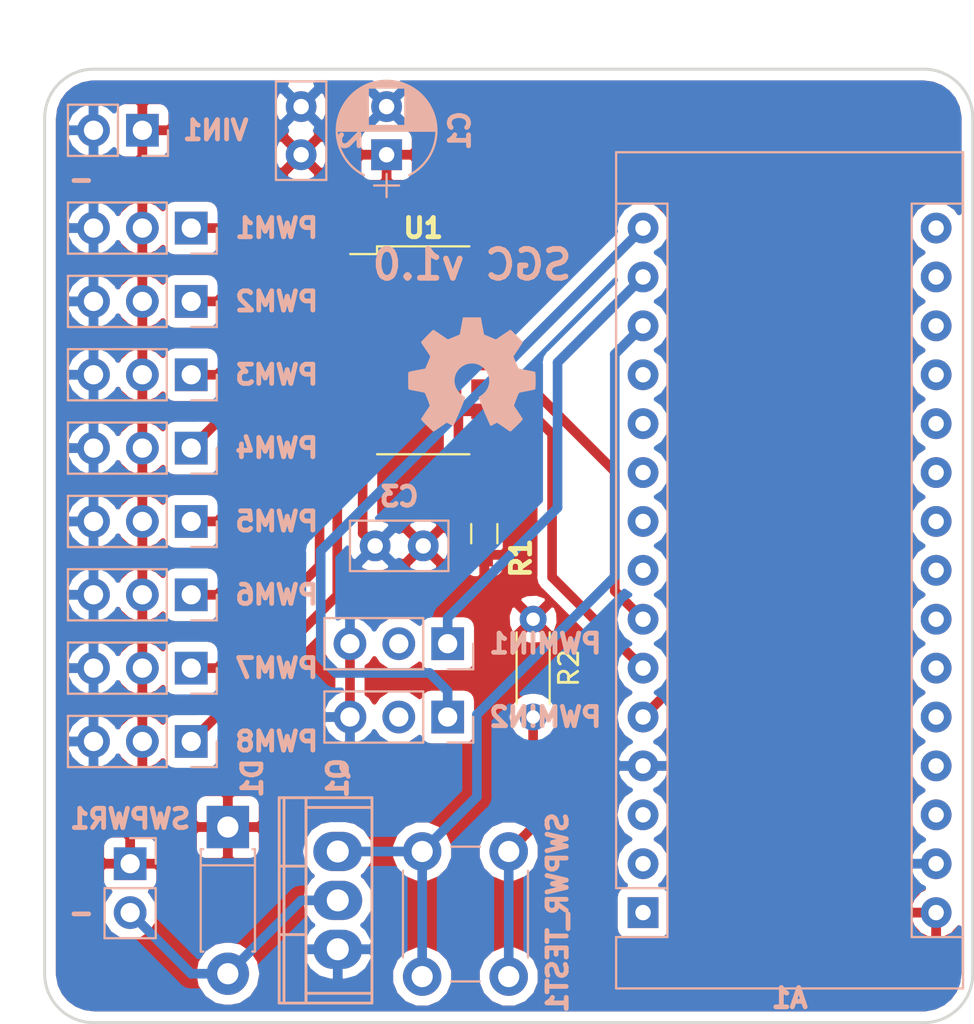
<source format=kicad_pcb>
(kicad_pcb (version 20171130) (host pcbnew "(5.0.0)")

  (general
    (thickness 1.6)
    (drawings 11)
    (tracks 91)
    (zones 0)
    (modules 23)
    (nets 44)
  )

  (page A4)
  (layers
    (0 F.Cu mixed)
    (31 B.Cu mixed)
    (32 B.Adhes user)
    (33 F.Adhes user)
    (34 B.Paste user)
    (35 F.Paste user)
    (36 B.SilkS user)
    (37 F.SilkS user)
    (38 B.Mask user)
    (39 F.Mask user)
    (40 Dwgs.User user)
    (41 Cmts.User user)
    (42 Eco1.User user)
    (43 Eco2.User user)
    (44 Edge.Cuts user)
    (45 Margin user)
    (46 B.CrtYd user)
    (47 F.CrtYd user)
    (48 B.Fab user)
    (49 F.Fab user)
  )

  (setup
    (last_trace_width 0.5)
    (trace_clearance 0.42)
    (zone_clearance 0.508)
    (zone_45_only no)
    (trace_min 0.2)
    (segment_width 0.2)
    (edge_width 0.15)
    (via_size 0.8)
    (via_drill 0.4)
    (via_min_size 0.4)
    (via_min_drill 0.3)
    (uvia_size 0.3)
    (uvia_drill 0.1)
    (uvias_allowed no)
    (uvia_min_size 0.2)
    (uvia_min_drill 0.1)
    (pcb_text_width 0.3)
    (pcb_text_size 1.5 1.5)
    (mod_edge_width 0.15)
    (mod_text_size 1 1)
    (mod_text_width 0.25)
    (pad_size 2 2)
    (pad_drill 0.762)
    (pad_to_mask_clearance 0.2)
    (aux_axis_origin 0 0)
    (visible_elements FFFFFF7F)
    (pcbplotparams
      (layerselection 0x010fc_ffffffff)
      (usegerberextensions false)
      (usegerberattributes false)
      (usegerberadvancedattributes false)
      (creategerberjobfile false)
      (excludeedgelayer true)
      (linewidth 0.100000)
      (plotframeref false)
      (viasonmask false)
      (mode 1)
      (useauxorigin false)
      (hpglpennumber 1)
      (hpglpenspeed 20)
      (hpglpendiameter 15.000000)
      (psnegative false)
      (psa4output false)
      (plotreference true)
      (plotvalue true)
      (plotinvisibletext false)
      (padsonsilk false)
      (subtractmaskfromsilk false)
      (outputformat 1)
      (mirror false)
      (drillshape 0)
      (scaleselection 1)
      (outputdirectory "plots/"))
  )

  (net 0 "")
  (net 1 GND)
  (net 2 +5V)
  (net 3 "Net-(A1-Pad14)")
  (net 4 "Net-(A1-Pad15)")
  (net 5 "Net-(A1-Pad13)")
  (net 6 "Net-(R1-Pad1)")
  (net 7 "Net-(A1-Pad5)")
  (net 8 "Net-(A1-Pad7)")
  (net 9 "Net-(A1-Pad6)")
  (net 10 "Net-(U1-Pad9)")
  (net 11 "Net-(A1-Pad16)")
  (net 12 "Net-(A1-Pad28)")
  (net 13 "Net-(A1-Pad12)")
  (net 14 "Net-(A1-Pad27)")
  (net 15 "Net-(A1-Pad11)")
  (net 16 "Net-(A1-Pad26)")
  (net 17 "Net-(A1-Pad10)")
  (net 18 "Net-(A1-Pad25)")
  (net 19 "Net-(A1-Pad9)")
  (net 20 "Net-(A1-Pad24)")
  (net 21 "Net-(A1-Pad8)")
  (net 22 "Net-(A1-Pad23)")
  (net 23 "Net-(A1-Pad22)")
  (net 24 "Net-(A1-Pad21)")
  (net 25 "Net-(A1-Pad20)")
  (net 26 "Net-(A1-Pad19)")
  (net 27 "Net-(A1-Pad3)")
  (net 28 "Net-(A1-Pad18)")
  (net 29 "Net-(A1-Pad2)")
  (net 30 "Net-(A1-Pad17)")
  (net 31 "Net-(A1-Pad1)")
  (net 32 "Net-(D1-Pad2)")
  (net 33 "Net-(R2-Pad2)")
  (net 34 "Net-(PWM1-Pad1)")
  (net 35 "Net-(PWM2-Pad1)")
  (net 36 "Net-(PWM3-Pad1)")
  (net 37 "Net-(PWM4-Pad1)")
  (net 38 "Net-(PWM5-Pad1)")
  (net 39 "Net-(PWM6-Pad1)")
  (net 40 "Net-(PWM7-Pad1)")
  (net 41 "Net-(PWM8-Pad1)")
  (net 42 "Net-(PWMIN1-Pad2)")
  (net 43 "Net-(PWMIN2-Pad2)")

  (net_class Default "This is the default net class."
    (clearance 0.42)
    (trace_width 0.5)
    (via_dia 0.8)
    (via_drill 0.4)
    (uvia_dia 0.3)
    (uvia_drill 0.1)
    (add_net +5V)
    (add_net GND)
    (add_net "Net-(A1-Pad1)")
    (add_net "Net-(A1-Pad10)")
    (add_net "Net-(A1-Pad11)")
    (add_net "Net-(A1-Pad12)")
    (add_net "Net-(A1-Pad13)")
    (add_net "Net-(A1-Pad14)")
    (add_net "Net-(A1-Pad15)")
    (add_net "Net-(A1-Pad16)")
    (add_net "Net-(A1-Pad17)")
    (add_net "Net-(A1-Pad18)")
    (add_net "Net-(A1-Pad19)")
    (add_net "Net-(A1-Pad2)")
    (add_net "Net-(A1-Pad20)")
    (add_net "Net-(A1-Pad21)")
    (add_net "Net-(A1-Pad22)")
    (add_net "Net-(A1-Pad23)")
    (add_net "Net-(A1-Pad24)")
    (add_net "Net-(A1-Pad25)")
    (add_net "Net-(A1-Pad26)")
    (add_net "Net-(A1-Pad27)")
    (add_net "Net-(A1-Pad28)")
    (add_net "Net-(A1-Pad3)")
    (add_net "Net-(A1-Pad5)")
    (add_net "Net-(A1-Pad6)")
    (add_net "Net-(A1-Pad7)")
    (add_net "Net-(A1-Pad8)")
    (add_net "Net-(A1-Pad9)")
    (add_net "Net-(D1-Pad2)")
    (add_net "Net-(PWM1-Pad1)")
    (add_net "Net-(PWM2-Pad1)")
    (add_net "Net-(PWM3-Pad1)")
    (add_net "Net-(PWM4-Pad1)")
    (add_net "Net-(PWM5-Pad1)")
    (add_net "Net-(PWM6-Pad1)")
    (add_net "Net-(PWM7-Pad1)")
    (add_net "Net-(PWM8-Pad1)")
    (add_net "Net-(PWMIN1-Pad2)")
    (add_net "Net-(PWMIN2-Pad2)")
    (add_net "Net-(R1-Pad1)")
    (add_net "Net-(R2-Pad2)")
    (add_net "Net-(U1-Pad9)")
  )

  (net_class "Hella Current" ""
    (clearance 0.45)
    (trace_width 1)
    (via_dia 0.8)
    (via_drill 0.4)
    (uvia_dia 0.3)
    (uvia_drill 0.1)
  )

  (module Modules:Arduino_Nano (layer B.Cu) (tedit 5C5B7A92) (tstamp 5C5B66B7)
    (at 31.115 43.815)
    (descr "Arduino Nano, http://www.mouser.com/pdfdocs/Gravitech_Arduino_Nano3_0.pdf")
    (tags "Arduino Nano")
    (path /5C29A42F)
    (fp_text reference A1 (at 7.62 4.445) (layer B.SilkS)
      (effects (font (size 1 1) (thickness 0.25)) (justify mirror))
    )
    (fp_text value Arduino_Nano_v3.x (at 8.89 -19.05 -90) (layer B.Fab)
      (effects (font (size 1 1) (thickness 0.15)) (justify mirror))
    )
    (fp_line (start 16.75 -42.16) (end -1.53 -42.16) (layer B.CrtYd) (width 0.05))
    (fp_line (start 16.75 -42.16) (end 16.75 4.06) (layer B.CrtYd) (width 0.05))
    (fp_line (start -1.53 4.06) (end -1.53 -42.16) (layer B.CrtYd) (width 0.05))
    (fp_line (start -1.53 4.06) (end 16.75 4.06) (layer B.CrtYd) (width 0.05))
    (fp_line (start 16.51 3.81) (end 16.51 -39.37) (layer B.Fab) (width 0.1))
    (fp_line (start 0 3.81) (end 16.51 3.81) (layer B.Fab) (width 0.1))
    (fp_line (start -1.27 2.54) (end 0 3.81) (layer B.Fab) (width 0.1))
    (fp_line (start -1.27 -39.37) (end -1.27 2.54) (layer B.Fab) (width 0.1))
    (fp_line (start 16.51 -39.37) (end -1.27 -39.37) (layer B.Fab) (width 0.1))
    (fp_line (start 16.64 3.94) (end -1.4 3.94) (layer B.SilkS) (width 0.12))
    (fp_line (start 16.64 -39.5) (end 16.64 3.94) (layer B.SilkS) (width 0.12))
    (fp_line (start -1.4 -39.5) (end 16.64 -39.5) (layer B.SilkS) (width 0.12))
    (fp_line (start 3.81 -41.91) (end 3.81 -31.75) (layer B.Fab) (width 0.1))
    (fp_line (start 11.43 -41.91) (end 3.81 -41.91) (layer B.Fab) (width 0.1))
    (fp_line (start 11.43 -31.75) (end 11.43 -41.91) (layer B.Fab) (width 0.1))
    (fp_line (start 3.81 -31.75) (end 11.43 -31.75) (layer B.Fab) (width 0.1))
    (fp_line (start 1.27 -36.83) (end -1.4 -36.83) (layer B.SilkS) (width 0.12))
    (fp_line (start 1.27 -1.27) (end 1.27 -36.83) (layer B.SilkS) (width 0.12))
    (fp_line (start 1.27 -1.27) (end -1.4 -1.27) (layer B.SilkS) (width 0.12))
    (fp_line (start 13.97 -36.83) (end 16.64 -36.83) (layer B.SilkS) (width 0.12))
    (fp_line (start 13.97 1.27) (end 13.97 -36.83) (layer B.SilkS) (width 0.12))
    (fp_line (start 13.97 1.27) (end 16.64 1.27) (layer B.SilkS) (width 0.12))
    (fp_line (start -1.4 3.94) (end -1.4 1.27) (layer B.SilkS) (width 0.12))
    (fp_line (start -1.4 -1.27) (end -1.4 -39.5) (layer B.SilkS) (width 0.12))
    (fp_line (start 1.27 1.27) (end -1.4 1.27) (layer B.SilkS) (width 0.12))
    (fp_line (start 1.27 -1.27) (end 1.27 1.27) (layer B.SilkS) (width 0.12))
    (fp_text user %R (at 6.35 -19.05 -90) (layer B.Fab)
      (effects (font (size 1 1) (thickness 0.25)) (justify mirror))
    )
    (pad 16 thru_hole oval (at 15.24 -35.56) (size 1.6 1.6) (drill 0.8) (layers *.Cu *.Mask)
      (net 11 "Net-(A1-Pad16)"))
    (pad 15 thru_hole oval (at 0 -35.56) (size 1.6 1.6) (drill 0.8) (layers *.Cu *.Mask)
      (net 4 "Net-(A1-Pad15)"))
    (pad 30 thru_hole oval (at 15.24 0) (size 1.6 1.6) (drill 0.8) (layers *.Cu *.Mask)
      (net 2 +5V))
    (pad 14 thru_hole oval (at 0 -33.02) (size 1.6 1.6) (drill 0.8) (layers *.Cu *.Mask)
      (net 3 "Net-(A1-Pad14)"))
    (pad 29 thru_hole oval (at 15.24 -2.54) (size 1.6 1.6) (drill 0.8) (layers *.Cu *.Mask)
      (net 1 GND))
    (pad 13 thru_hole oval (at 0 -30.48) (size 1.6 1.6) (drill 0.8) (layers *.Cu *.Mask)
      (net 5 "Net-(A1-Pad13)"))
    (pad 28 thru_hole oval (at 15.24 -5.08) (size 1.6 1.6) (drill 0.8) (layers *.Cu *.Mask)
      (net 12 "Net-(A1-Pad28)"))
    (pad 12 thru_hole oval (at 0 -27.94) (size 1.6 1.6) (drill 0.8) (layers *.Cu *.Mask)
      (net 13 "Net-(A1-Pad12)"))
    (pad 27 thru_hole oval (at 15.24 -7.62) (size 1.6 1.6) (drill 0.8) (layers *.Cu *.Mask)
      (net 14 "Net-(A1-Pad27)"))
    (pad 11 thru_hole oval (at 0 -25.4) (size 1.6 1.6) (drill 0.8) (layers *.Cu *.Mask)
      (net 15 "Net-(A1-Pad11)"))
    (pad 26 thru_hole oval (at 15.24 -10.16) (size 1.6 1.6) (drill 0.8) (layers *.Cu *.Mask)
      (net 16 "Net-(A1-Pad26)"))
    (pad 10 thru_hole oval (at 0 -22.86) (size 1.6 1.6) (drill 0.8) (layers *.Cu *.Mask)
      (net 17 "Net-(A1-Pad10)"))
    (pad 25 thru_hole oval (at 15.24 -12.7) (size 1.6 1.6) (drill 0.8) (layers *.Cu *.Mask)
      (net 18 "Net-(A1-Pad25)"))
    (pad 9 thru_hole oval (at 0 -20.32) (size 1.6 1.6) (drill 0.8) (layers *.Cu *.Mask)
      (net 19 "Net-(A1-Pad9)"))
    (pad 24 thru_hole oval (at 15.24 -15.24) (size 1.6 1.6) (drill 0.8) (layers *.Cu *.Mask)
      (net 20 "Net-(A1-Pad24)"))
    (pad 8 thru_hole oval (at 0 -17.78) (size 1.6 1.6) (drill 0.8) (layers *.Cu *.Mask)
      (net 21 "Net-(A1-Pad8)"))
    (pad 23 thru_hole oval (at 15.24 -17.78) (size 1.6 1.6) (drill 0.8) (layers *.Cu *.Mask)
      (net 22 "Net-(A1-Pad23)"))
    (pad 7 thru_hole oval (at 0 -15.24) (size 1.6 1.6) (drill 0.8) (layers *.Cu *.Mask)
      (net 8 "Net-(A1-Pad7)"))
    (pad 22 thru_hole oval (at 15.24 -20.32) (size 1.6 1.6) (drill 0.8) (layers *.Cu *.Mask)
      (net 23 "Net-(A1-Pad22)"))
    (pad 6 thru_hole oval (at 0 -12.7) (size 1.6 1.6) (drill 0.8) (layers *.Cu *.Mask)
      (net 9 "Net-(A1-Pad6)"))
    (pad 21 thru_hole oval (at 15.24 -22.86) (size 1.6 1.6) (drill 0.8) (layers *.Cu *.Mask)
      (net 24 "Net-(A1-Pad21)"))
    (pad 5 thru_hole oval (at 0 -10.16) (size 1.6 1.6) (drill 0.8) (layers *.Cu *.Mask)
      (net 7 "Net-(A1-Pad5)"))
    (pad 20 thru_hole oval (at 15.24 -25.4) (size 1.6 1.6) (drill 0.8) (layers *.Cu *.Mask)
      (net 25 "Net-(A1-Pad20)"))
    (pad 4 thru_hole oval (at 0 -7.62) (size 1.6 1.6) (drill 0.8) (layers *.Cu *.Mask)
      (net 1 GND))
    (pad 19 thru_hole oval (at 15.24 -27.94) (size 1.6 1.6) (drill 0.8) (layers *.Cu *.Mask)
      (net 26 "Net-(A1-Pad19)"))
    (pad 3 thru_hole oval (at 0 -5.08) (size 1.6 1.6) (drill 0.8) (layers *.Cu *.Mask)
      (net 27 "Net-(A1-Pad3)"))
    (pad 18 thru_hole oval (at 15.24 -30.48) (size 1.6 1.6) (drill 0.8) (layers *.Cu *.Mask)
      (net 28 "Net-(A1-Pad18)"))
    (pad 2 thru_hole oval (at 0 -2.54) (size 1.6 1.6) (drill 0.8) (layers *.Cu *.Mask)
      (net 29 "Net-(A1-Pad2)"))
    (pad 17 thru_hole oval (at 15.24 -33.02) (size 1.6 1.6) (drill 0.8) (layers *.Cu *.Mask)
      (net 30 "Net-(A1-Pad17)"))
    (pad 1 thru_hole rect (at 0 0) (size 1.6 1.6) (drill 0.8) (layers *.Cu *.Mask)
      (net 31 "Net-(A1-Pad1)"))
  )

  (module Capacitors_THT:CP_Radial_D5.0mm_P2.50mm (layer B.Cu) (tedit 5C5B6D90) (tstamp 5C5A87B4)
    (at 17.78 4.445 90)
    (descr "CP, Radial series, Radial, pin pitch=2.50mm, , diameter=5mm, Electrolytic Capacitor")
    (tags "CP Radial series Radial pin pitch 2.50mm  diameter 5mm Electrolytic Capacitor")
    (path /5C5CFD38)
    (fp_text reference C1 (at 1.25 3.81 90) (layer B.SilkS)
      (effects (font (size 1 1) (thickness 0.25)) (justify mirror))
    )
    (fp_text value 100uF (at 1.25 -3.81 90) (layer B.Fab)
      (effects (font (size 1 1) (thickness 0.15)) (justify mirror))
    )
    (fp_text user %R (at 1.25 0 90) (layer B.Fab)
      (effects (font (size 1 1) (thickness 0.25)) (justify mirror))
    )
    (fp_line (start 4.1 2.85) (end -1.6 2.85) (layer B.CrtYd) (width 0.05))
    (fp_line (start 4.1 -2.85) (end 4.1 2.85) (layer B.CrtYd) (width 0.05))
    (fp_line (start -1.6 -2.85) (end 4.1 -2.85) (layer B.CrtYd) (width 0.05))
    (fp_line (start -1.6 2.85) (end -1.6 -2.85) (layer B.CrtYd) (width 0.05))
    (fp_line (start -1.6 0.65) (end -1.6 -0.65) (layer B.SilkS) (width 0.12))
    (fp_line (start -2.2 0) (end -1 0) (layer B.SilkS) (width 0.12))
    (fp_line (start 3.811 0.354) (end 3.811 -0.354) (layer B.SilkS) (width 0.12))
    (fp_line (start 3.771 0.559) (end 3.771 -0.559) (layer B.SilkS) (width 0.12))
    (fp_line (start 3.731 0.707) (end 3.731 -0.707) (layer B.SilkS) (width 0.12))
    (fp_line (start 3.691 0.829) (end 3.691 -0.829) (layer B.SilkS) (width 0.12))
    (fp_line (start 3.651 0.934) (end 3.651 -0.934) (layer B.SilkS) (width 0.12))
    (fp_line (start 3.611 1.028) (end 3.611 -1.028) (layer B.SilkS) (width 0.12))
    (fp_line (start 3.571 1.112) (end 3.571 -1.112) (layer B.SilkS) (width 0.12))
    (fp_line (start 3.531 1.189) (end 3.531 -1.189) (layer B.SilkS) (width 0.12))
    (fp_line (start 3.491 1.261) (end 3.491 -1.261) (layer B.SilkS) (width 0.12))
    (fp_line (start 3.451 -0.98) (end 3.451 -1.327) (layer B.SilkS) (width 0.12))
    (fp_line (start 3.451 1.327) (end 3.451 0.98) (layer B.SilkS) (width 0.12))
    (fp_line (start 3.411 -0.98) (end 3.411 -1.39) (layer B.SilkS) (width 0.12))
    (fp_line (start 3.411 1.39) (end 3.411 0.98) (layer B.SilkS) (width 0.12))
    (fp_line (start 3.371 -0.98) (end 3.371 -1.448) (layer B.SilkS) (width 0.12))
    (fp_line (start 3.371 1.448) (end 3.371 0.98) (layer B.SilkS) (width 0.12))
    (fp_line (start 3.331 -0.98) (end 3.331 -1.504) (layer B.SilkS) (width 0.12))
    (fp_line (start 3.331 1.504) (end 3.331 0.98) (layer B.SilkS) (width 0.12))
    (fp_line (start 3.291 -0.98) (end 3.291 -1.556) (layer B.SilkS) (width 0.12))
    (fp_line (start 3.291 1.556) (end 3.291 0.98) (layer B.SilkS) (width 0.12))
    (fp_line (start 3.251 -0.98) (end 3.251 -1.606) (layer B.SilkS) (width 0.12))
    (fp_line (start 3.251 1.606) (end 3.251 0.98) (layer B.SilkS) (width 0.12))
    (fp_line (start 3.211 -0.98) (end 3.211 -1.654) (layer B.SilkS) (width 0.12))
    (fp_line (start 3.211 1.654) (end 3.211 0.98) (layer B.SilkS) (width 0.12))
    (fp_line (start 3.171 -0.98) (end 3.171 -1.699) (layer B.SilkS) (width 0.12))
    (fp_line (start 3.171 1.699) (end 3.171 0.98) (layer B.SilkS) (width 0.12))
    (fp_line (start 3.131 -0.98) (end 3.131 -1.742) (layer B.SilkS) (width 0.12))
    (fp_line (start 3.131 1.742) (end 3.131 0.98) (layer B.SilkS) (width 0.12))
    (fp_line (start 3.091 -0.98) (end 3.091 -1.783) (layer B.SilkS) (width 0.12))
    (fp_line (start 3.091 1.783) (end 3.091 0.98) (layer B.SilkS) (width 0.12))
    (fp_line (start 3.051 -0.98) (end 3.051 -1.823) (layer B.SilkS) (width 0.12))
    (fp_line (start 3.051 1.823) (end 3.051 0.98) (layer B.SilkS) (width 0.12))
    (fp_line (start 3.011 -0.98) (end 3.011 -1.861) (layer B.SilkS) (width 0.12))
    (fp_line (start 3.011 1.861) (end 3.011 0.98) (layer B.SilkS) (width 0.12))
    (fp_line (start 2.971 -0.98) (end 2.971 -1.897) (layer B.SilkS) (width 0.12))
    (fp_line (start 2.971 1.897) (end 2.971 0.98) (layer B.SilkS) (width 0.12))
    (fp_line (start 2.931 -0.98) (end 2.931 -1.932) (layer B.SilkS) (width 0.12))
    (fp_line (start 2.931 1.932) (end 2.931 0.98) (layer B.SilkS) (width 0.12))
    (fp_line (start 2.891 -0.98) (end 2.891 -1.965) (layer B.SilkS) (width 0.12))
    (fp_line (start 2.891 1.965) (end 2.891 0.98) (layer B.SilkS) (width 0.12))
    (fp_line (start 2.851 -0.98) (end 2.851 -1.997) (layer B.SilkS) (width 0.12))
    (fp_line (start 2.851 1.997) (end 2.851 0.98) (layer B.SilkS) (width 0.12))
    (fp_line (start 2.811 -0.98) (end 2.811 -2.028) (layer B.SilkS) (width 0.12))
    (fp_line (start 2.811 2.028) (end 2.811 0.98) (layer B.SilkS) (width 0.12))
    (fp_line (start 2.771 -0.98) (end 2.771 -2.058) (layer B.SilkS) (width 0.12))
    (fp_line (start 2.771 2.058) (end 2.771 0.98) (layer B.SilkS) (width 0.12))
    (fp_line (start 2.731 -0.98) (end 2.731 -2.086) (layer B.SilkS) (width 0.12))
    (fp_line (start 2.731 2.086) (end 2.731 0.98) (layer B.SilkS) (width 0.12))
    (fp_line (start 2.691 -0.98) (end 2.691 -2.113) (layer B.SilkS) (width 0.12))
    (fp_line (start 2.691 2.113) (end 2.691 0.98) (layer B.SilkS) (width 0.12))
    (fp_line (start 2.651 -0.98) (end 2.651 -2.14) (layer B.SilkS) (width 0.12))
    (fp_line (start 2.651 2.14) (end 2.651 0.98) (layer B.SilkS) (width 0.12))
    (fp_line (start 2.611 -0.98) (end 2.611 -2.165) (layer B.SilkS) (width 0.12))
    (fp_line (start 2.611 2.165) (end 2.611 0.98) (layer B.SilkS) (width 0.12))
    (fp_line (start 2.571 -0.98) (end 2.571 -2.189) (layer B.SilkS) (width 0.12))
    (fp_line (start 2.571 2.189) (end 2.571 0.98) (layer B.SilkS) (width 0.12))
    (fp_line (start 2.531 -0.98) (end 2.531 -2.212) (layer B.SilkS) (width 0.12))
    (fp_line (start 2.531 2.212) (end 2.531 0.98) (layer B.SilkS) (width 0.12))
    (fp_line (start 2.491 -0.98) (end 2.491 -2.234) (layer B.SilkS) (width 0.12))
    (fp_line (start 2.491 2.234) (end 2.491 0.98) (layer B.SilkS) (width 0.12))
    (fp_line (start 2.451 -0.98) (end 2.451 -2.256) (layer B.SilkS) (width 0.12))
    (fp_line (start 2.451 2.256) (end 2.451 0.98) (layer B.SilkS) (width 0.12))
    (fp_line (start 2.411 -0.98) (end 2.411 -2.276) (layer B.SilkS) (width 0.12))
    (fp_line (start 2.411 2.276) (end 2.411 0.98) (layer B.SilkS) (width 0.12))
    (fp_line (start 2.371 -0.98) (end 2.371 -2.296) (layer B.SilkS) (width 0.12))
    (fp_line (start 2.371 2.296) (end 2.371 0.98) (layer B.SilkS) (width 0.12))
    (fp_line (start 2.331 -0.98) (end 2.331 -2.315) (layer B.SilkS) (width 0.12))
    (fp_line (start 2.331 2.315) (end 2.331 0.98) (layer B.SilkS) (width 0.12))
    (fp_line (start 2.291 -0.98) (end 2.291 -2.333) (layer B.SilkS) (width 0.12))
    (fp_line (start 2.291 2.333) (end 2.291 0.98) (layer B.SilkS) (width 0.12))
    (fp_line (start 2.251 -0.98) (end 2.251 -2.35) (layer B.SilkS) (width 0.12))
    (fp_line (start 2.251 2.35) (end 2.251 0.98) (layer B.SilkS) (width 0.12))
    (fp_line (start 2.211 -0.98) (end 2.211 -2.366) (layer B.SilkS) (width 0.12))
    (fp_line (start 2.211 2.366) (end 2.211 0.98) (layer B.SilkS) (width 0.12))
    (fp_line (start 2.171 -0.98) (end 2.171 -2.382) (layer B.SilkS) (width 0.12))
    (fp_line (start 2.171 2.382) (end 2.171 0.98) (layer B.SilkS) (width 0.12))
    (fp_line (start 2.131 -0.98) (end 2.131 -2.396) (layer B.SilkS) (width 0.12))
    (fp_line (start 2.131 2.396) (end 2.131 0.98) (layer B.SilkS) (width 0.12))
    (fp_line (start 2.091 -0.98) (end 2.091 -2.41) (layer B.SilkS) (width 0.12))
    (fp_line (start 2.091 2.41) (end 2.091 0.98) (layer B.SilkS) (width 0.12))
    (fp_line (start 2.051 -0.98) (end 2.051 -2.424) (layer B.SilkS) (width 0.12))
    (fp_line (start 2.051 2.424) (end 2.051 0.98) (layer B.SilkS) (width 0.12))
    (fp_line (start 2.011 -0.98) (end 2.011 -2.436) (layer B.SilkS) (width 0.12))
    (fp_line (start 2.011 2.436) (end 2.011 0.98) (layer B.SilkS) (width 0.12))
    (fp_line (start 1.971 -0.98) (end 1.971 -2.448) (layer B.SilkS) (width 0.12))
    (fp_line (start 1.971 2.448) (end 1.971 0.98) (layer B.SilkS) (width 0.12))
    (fp_line (start 1.93 -0.98) (end 1.93 -2.46) (layer B.SilkS) (width 0.12))
    (fp_line (start 1.93 2.46) (end 1.93 0.98) (layer B.SilkS) (width 0.12))
    (fp_line (start 1.89 -0.98) (end 1.89 -2.47) (layer B.SilkS) (width 0.12))
    (fp_line (start 1.89 2.47) (end 1.89 0.98) (layer B.SilkS) (width 0.12))
    (fp_line (start 1.85 -0.98) (end 1.85 -2.48) (layer B.SilkS) (width 0.12))
    (fp_line (start 1.85 2.48) (end 1.85 0.98) (layer B.SilkS) (width 0.12))
    (fp_line (start 1.81 -0.98) (end 1.81 -2.489) (layer B.SilkS) (width 0.12))
    (fp_line (start 1.81 2.489) (end 1.81 0.98) (layer B.SilkS) (width 0.12))
    (fp_line (start 1.77 -0.98) (end 1.77 -2.498) (layer B.SilkS) (width 0.12))
    (fp_line (start 1.77 2.498) (end 1.77 0.98) (layer B.SilkS) (width 0.12))
    (fp_line (start 1.73 -0.98) (end 1.73 -2.506) (layer B.SilkS) (width 0.12))
    (fp_line (start 1.73 2.506) (end 1.73 0.98) (layer B.SilkS) (width 0.12))
    (fp_line (start 1.69 -0.98) (end 1.69 -2.513) (layer B.SilkS) (width 0.12))
    (fp_line (start 1.69 2.513) (end 1.69 0.98) (layer B.SilkS) (width 0.12))
    (fp_line (start 1.65 -0.98) (end 1.65 -2.519) (layer B.SilkS) (width 0.12))
    (fp_line (start 1.65 2.519) (end 1.65 0.98) (layer B.SilkS) (width 0.12))
    (fp_line (start 1.61 -0.98) (end 1.61 -2.525) (layer B.SilkS) (width 0.12))
    (fp_line (start 1.61 2.525) (end 1.61 0.98) (layer B.SilkS) (width 0.12))
    (fp_line (start 1.57 -0.98) (end 1.57 -2.531) (layer B.SilkS) (width 0.12))
    (fp_line (start 1.57 2.531) (end 1.57 0.98) (layer B.SilkS) (width 0.12))
    (fp_line (start 1.53 -0.98) (end 1.53 -2.535) (layer B.SilkS) (width 0.12))
    (fp_line (start 1.53 2.535) (end 1.53 0.98) (layer B.SilkS) (width 0.12))
    (fp_line (start 1.49 2.539) (end 1.49 -2.539) (layer B.SilkS) (width 0.12))
    (fp_line (start 1.45 2.543) (end 1.45 -2.543) (layer B.SilkS) (width 0.12))
    (fp_line (start 1.41 2.546) (end 1.41 -2.546) (layer B.SilkS) (width 0.12))
    (fp_line (start 1.37 2.548) (end 1.37 -2.548) (layer B.SilkS) (width 0.12))
    (fp_line (start 1.33 2.549) (end 1.33 -2.549) (layer B.SilkS) (width 0.12))
    (fp_line (start 1.29 2.55) (end 1.29 -2.55) (layer B.SilkS) (width 0.12))
    (fp_line (start 1.25 2.55) (end 1.25 -2.55) (layer B.SilkS) (width 0.12))
    (fp_line (start -1.6 0.65) (end -1.6 -0.65) (layer B.Fab) (width 0.1))
    (fp_line (start -2.2 0) (end -1 0) (layer B.Fab) (width 0.1))
    (fp_circle (center 1.25 0) (end 3.75 0) (layer B.Fab) (width 0.1))
    (fp_arc (start 1.25 0) (end 3.55558 1.18) (angle -54.2) (layer B.SilkS) (width 0.12))
    (fp_arc (start 1.25 0) (end -1.05558 -1.18) (angle 125.8) (layer B.SilkS) (width 0.12))
    (fp_arc (start 1.25 0) (end -1.05558 1.18) (angle -125.8) (layer B.SilkS) (width 0.12))
    (pad 2 thru_hole circle (at 2.5 0 90) (size 1.6 1.6) (drill 0.8) (layers *.Cu *.Mask)
      (net 1 GND))
    (pad 1 thru_hole rect (at 0 0 90) (size 1.6 1.6) (drill 0.8) (layers *.Cu *.Mask)
      (net 2 +5V))
    (model ${KISYS3DMOD}/Capacitors_THT.3dshapes/CP_Radial_D5.0mm_P2.50mm.wrl
      (at (xyz 0 0 0))
      (scale (xyz 1 1 1))
      (rotate (xyz 0 0 0))
    )
  )

  (module Capacitors_THT:C_Disc_D5.0mm_W2.5mm_P2.50mm (layer B.Cu) (tedit 597BC7C2) (tstamp 5C5A87C7)
    (at 13.335 4.445 90)
    (descr "C, Disc series, Radial, pin pitch=2.50mm, , diameter*width=5*2.5mm^2, Capacitor, http://cdn-reichelt.de/documents/datenblatt/B300/DS_KERKO_TC.pdf")
    (tags "C Disc series Radial pin pitch 2.50mm  diameter 5mm width 2.5mm Capacitor")
    (path /5C5CFA81)
    (fp_text reference C2 (at 1.25 2.56 90) (layer B.SilkS)
      (effects (font (size 1 1) (thickness 0.25)) (justify mirror))
    )
    (fp_text value 10uF (at 1.25 -2.56 90) (layer B.Fab)
      (effects (font (size 1 1) (thickness 0.15)) (justify mirror))
    )
    (fp_line (start -1.25 1.25) (end -1.25 -1.25) (layer B.Fab) (width 0.1))
    (fp_line (start -1.25 -1.25) (end 3.75 -1.25) (layer B.Fab) (width 0.1))
    (fp_line (start 3.75 -1.25) (end 3.75 1.25) (layer B.Fab) (width 0.1))
    (fp_line (start 3.75 1.25) (end -1.25 1.25) (layer B.Fab) (width 0.1))
    (fp_line (start -1.31 1.31) (end 3.81 1.31) (layer B.SilkS) (width 0.12))
    (fp_line (start -1.31 -1.31) (end 3.81 -1.31) (layer B.SilkS) (width 0.12))
    (fp_line (start -1.31 1.31) (end -1.31 -1.31) (layer B.SilkS) (width 0.12))
    (fp_line (start 3.81 1.31) (end 3.81 -1.31) (layer B.SilkS) (width 0.12))
    (fp_line (start -1.6 1.6) (end -1.6 -1.6) (layer B.CrtYd) (width 0.05))
    (fp_line (start -1.6 -1.6) (end 4.1 -1.6) (layer B.CrtYd) (width 0.05))
    (fp_line (start 4.1 -1.6) (end 4.1 1.6) (layer B.CrtYd) (width 0.05))
    (fp_line (start 4.1 1.6) (end -1.6 1.6) (layer B.CrtYd) (width 0.05))
    (fp_text user %R (at 1.25 0 90) (layer B.Fab)
      (effects (font (size 1 1) (thickness 0.25)) (justify mirror))
    )
    (pad 1 thru_hole circle (at 0 0 90) (size 1.6 1.6) (drill 0.8) (layers *.Cu *.Mask)
      (net 2 +5V))
    (pad 2 thru_hole circle (at 2.5 0 90) (size 1.6 1.6) (drill 0.8) (layers *.Cu *.Mask)
      (net 1 GND))
    (model ${KISYS3DMOD}/Capacitors_THT.3dshapes/C_Disc_D5.0mm_W2.5mm_P2.50mm.wrl
      (at (xyz 0 0 0))
      (scale (xyz 1 1 1))
      (rotate (xyz 0 0 0))
    )
  )

  (module Capacitors_THT:C_Disc_D5.0mm_W2.5mm_P2.50mm (layer B.Cu) (tedit 597BC7C2) (tstamp 5C5A87DA)
    (at 19.685 24.765 180)
    (descr "C, Disc series, Radial, pin pitch=2.50mm, , diameter*width=5*2.5mm^2, Capacitor, http://cdn-reichelt.de/documents/datenblatt/B300/DS_KERKO_TC.pdf")
    (tags "C Disc series Radial pin pitch 2.50mm  diameter 5mm width 2.5mm Capacitor")
    (path /5C5CC613)
    (fp_text reference C3 (at 1.25 2.56 180) (layer B.SilkS)
      (effects (font (size 1 1) (thickness 0.25)) (justify mirror))
    )
    (fp_text value 0.1uF (at 1.25 -2.56 180) (layer B.Fab)
      (effects (font (size 1 1) (thickness 0.15)) (justify mirror))
    )
    (fp_text user %R (at 1.25 0 180) (layer B.Fab)
      (effects (font (size 1 1) (thickness 0.25)) (justify mirror))
    )
    (fp_line (start 4.1 1.6) (end -1.6 1.6) (layer B.CrtYd) (width 0.05))
    (fp_line (start 4.1 -1.6) (end 4.1 1.6) (layer B.CrtYd) (width 0.05))
    (fp_line (start -1.6 -1.6) (end 4.1 -1.6) (layer B.CrtYd) (width 0.05))
    (fp_line (start -1.6 1.6) (end -1.6 -1.6) (layer B.CrtYd) (width 0.05))
    (fp_line (start 3.81 1.31) (end 3.81 -1.31) (layer B.SilkS) (width 0.12))
    (fp_line (start -1.31 1.31) (end -1.31 -1.31) (layer B.SilkS) (width 0.12))
    (fp_line (start -1.31 -1.31) (end 3.81 -1.31) (layer B.SilkS) (width 0.12))
    (fp_line (start -1.31 1.31) (end 3.81 1.31) (layer B.SilkS) (width 0.12))
    (fp_line (start 3.75 1.25) (end -1.25 1.25) (layer B.Fab) (width 0.1))
    (fp_line (start 3.75 -1.25) (end 3.75 1.25) (layer B.Fab) (width 0.1))
    (fp_line (start -1.25 -1.25) (end 3.75 -1.25) (layer B.Fab) (width 0.1))
    (fp_line (start -1.25 1.25) (end -1.25 -1.25) (layer B.Fab) (width 0.1))
    (pad 2 thru_hole circle (at 2.5 0 180) (size 1.6 1.6) (drill 0.8) (layers *.Cu *.Mask)
      (net 1 GND))
    (pad 1 thru_hole circle (at 0 0 180) (size 1.6 1.6) (drill 0.8) (layers *.Cu *.Mask)
      (net 2 +5V))
    (model ${KISYS3DMOD}/Capacitors_THT.3dshapes/C_Disc_D5.0mm_W2.5mm_P2.50mm.wrl
      (at (xyz 0 0 0))
      (scale (xyz 1 1 1))
      (rotate (xyz 0 0 0))
    )
  )

  (module Power_Integrations:TO-220 (layer B.Cu) (tedit 0) (tstamp 5C5A88FD)
    (at 15.24 43.18 270)
    (descr "Non Isolated JEDEC TO-220 Package")
    (tags "Power Integration YN Package")
    (path /5C5AC2C9)
    (fp_text reference Q1 (at -6.35 0 270) (layer B.SilkS)
      (effects (font (size 1 1) (thickness 0.25)) (justify mirror))
    )
    (fp_text value Q_NJFET_GDS (at 0 4.318 270) (layer B.Fab)
      (effects (font (size 1 1) (thickness 0.15)) (justify mirror))
    )
    (fp_line (start 5.334 3.048) (end -5.334 3.048) (layer B.SilkS) (width 0.15))
    (fp_line (start 5.334 3.048) (end 5.334 -1.778) (layer B.SilkS) (width 0.15))
    (fp_line (start -5.334 3.048) (end -5.334 -1.778) (layer B.SilkS) (width 0.15))
    (fp_line (start 5.334 -1.778) (end -5.334 -1.778) (layer B.SilkS) (width 0.15))
    (fp_line (start -5.334 1.651) (end 5.334 1.651) (layer B.SilkS) (width 0.15))
    (fp_line (start -1.778 1.778) (end -1.778 3.048) (layer B.SilkS) (width 0.15))
    (fp_line (start 1.778 1.778) (end 1.778 3.048) (layer B.SilkS) (width 0.15))
    (fp_line (start 5.334 2.794) (end -5.334 2.794) (layer B.SilkS) (width 0.15))
    (fp_line (start -4.826 1.651) (end -4.826 -1.778) (layer B.SilkS) (width 0.15))
    (fp_line (start 4.826 1.651) (end 4.826 -1.778) (layer B.SilkS) (width 0.15))
    (pad 1 thru_hole oval (at -2.54 0 270) (size 2.032 2.54) (drill 1.143) (layers *.Cu *.Mask)
      (net 5 "Net-(A1-Pad13)"))
    (pad 3 thru_hole oval (at 2.54 0 270) (size 2.032 2.54) (drill 1.143) (layers *.Cu *.Mask)
      (net 1 GND))
    (pad 2 thru_hole oval (at 0 0 270) (size 2.032 2.54) (drill 1.143) (layers *.Cu *.Mask)
      (net 32 "Net-(D1-Pad2)"))
  )

  (module Resistors_SMD:R_0603_HandSoldering (layer F.Cu) (tedit 5C5B5E55) (tstamp 5C5A890E)
    (at 22.86 24.13 270)
    (descr "Resistor SMD 0603, hand soldering")
    (tags "resistor 0603")
    (path /5C2AABBA)
    (attr smd)
    (fp_text reference R1 (at 1.27 -1.905 270) (layer F.SilkS)
      (effects (font (size 1 1) (thickness 0.25)))
    )
    (fp_text value 10K (at 0 1.55 270) (layer F.Fab)
      (effects (font (size 1 1) (thickness 0.15)))
    )
    (fp_line (start 1.95 0.7) (end -1.96 0.7) (layer F.CrtYd) (width 0.05))
    (fp_line (start 1.95 0.7) (end 1.95 -0.7) (layer F.CrtYd) (width 0.05))
    (fp_line (start -1.96 -0.7) (end -1.96 0.7) (layer F.CrtYd) (width 0.05))
    (fp_line (start -1.96 -0.7) (end 1.95 -0.7) (layer F.CrtYd) (width 0.05))
    (fp_line (start -0.5 -0.68) (end 0.5 -0.68) (layer F.SilkS) (width 0.12))
    (fp_line (start 0.5 0.68) (end -0.5 0.68) (layer F.SilkS) (width 0.12))
    (fp_line (start -0.8 -0.4) (end 0.8 -0.4) (layer F.Fab) (width 0.1))
    (fp_line (start 0.8 -0.4) (end 0.8 0.4) (layer F.Fab) (width 0.1))
    (fp_line (start 0.8 0.4) (end -0.8 0.4) (layer F.Fab) (width 0.1))
    (fp_line (start -0.8 0.4) (end -0.8 -0.4) (layer F.Fab) (width 0.1))
    (fp_text user %R (at 0 0 270) (layer F.Fab)
      (effects (font (size 1 1) (thickness 0.25)))
    )
    (pad 2 smd rect (at 1.1 0 270) (size 1.2 0.9) (layers F.Cu F.Paste F.Mask)
      (net 2 +5V))
    (pad 1 smd rect (at -1.1 0 270) (size 1.2 0.9) (layers F.Cu F.Paste F.Mask)
      (net 6 "Net-(R1-Pad1)"))
    (model ${KISYS3DMOD}/Resistors_SMD.3dshapes/R_0603.wrl
      (at (xyz 0 0 0))
      (scale (xyz 1 1 1))
      (rotate (xyz 0 0 0))
    )
  )

  (module Housings_SSOP:SOP-16_4.4x10.4mm_Pitch1.27mm (layer F.Cu) (tedit 5C5B5E50) (tstamp 5C5A8930)
    (at 19.685 14.605)
    (descr "16-Lead Plastic Small Outline http://www.vishay.com/docs/49633/sg2098.pdf")
    (tags "SOP 1.27")
    (path /5C29A508)
    (attr smd)
    (fp_text reference U1 (at 0 -6.35) (layer F.SilkS)
      (effects (font (size 1 1) (thickness 0.25)))
    )
    (fp_text value 74HC595 (at 0 6.1) (layer F.Fab)
      (effects (font (size 1 1) (thickness 0.15)))
    )
    (fp_line (start 4.05 5.45) (end -4.05 5.45) (layer F.CrtYd) (width 0.05))
    (fp_line (start 4.05 5.45) (end 4.05 -5.45) (layer F.CrtYd) (width 0.05))
    (fp_line (start -4.05 -5.45) (end -4.05 5.45) (layer F.CrtYd) (width 0.05))
    (fp_line (start -4.05 -5.45) (end 4.05 -5.45) (layer F.CrtYd) (width 0.05))
    (fp_line (start -2.4 5.4) (end 2.4 5.4) (layer F.SilkS) (width 0.12))
    (fp_line (start -2.4 -5.4) (end 2.4 -5.4) (layer F.SilkS) (width 0.12))
    (fp_line (start -2.2 5.2) (end -2.2 -4.6) (layer F.Fab) (width 0.1))
    (fp_line (start 2.2 5.2) (end -2.2 5.2) (layer F.Fab) (width 0.1))
    (fp_line (start 2.2 -5.2) (end 2.2 5.2) (layer F.Fab) (width 0.1))
    (fp_line (start -1.6 -5.2) (end 2.2 -5.2) (layer F.Fab) (width 0.1))
    (fp_line (start -2.4 -5) (end -3.8 -5) (layer F.SilkS) (width 0.12))
    (fp_line (start -2.4 -5.4) (end -2.4 -5) (layer F.SilkS) (width 0.12))
    (fp_line (start -2.2 -4.6) (end -1.6 -5.2) (layer F.Fab) (width 0.1))
    (fp_text user %R (at 0 0) (layer F.Fab)
      (effects (font (size 1 1) (thickness 0.25)))
    )
    (pad 16 smd rect (at 3.15 -4.45) (size 1.3 0.8) (layers F.Cu F.Paste F.Mask)
      (net 2 +5V))
    (pad 15 smd rect (at 3.15 -3.17) (size 1.3 0.8) (layers F.Cu F.Paste F.Mask)
      (net 34 "Net-(PWM1-Pad1)"))
    (pad 14 smd rect (at 3.15 -1.91) (size 1.3 0.8) (layers F.Cu F.Paste F.Mask)
      (net 7 "Net-(A1-Pad5)"))
    (pad 13 smd rect (at 3.15 -0.64) (size 1.3 0.8) (layers F.Cu F.Paste F.Mask)
      (net 1 GND))
    (pad 12 smd rect (at 3.15 0.64) (size 1.3 0.8) (layers F.Cu F.Paste F.Mask)
      (net 8 "Net-(A1-Pad7)"))
    (pad 11 smd rect (at 3.15 1.91) (size 1.3 0.8) (layers F.Cu F.Paste F.Mask)
      (net 9 "Net-(A1-Pad6)"))
    (pad 10 smd rect (at 3.15 3.17) (size 1.3 0.8) (layers F.Cu F.Paste F.Mask)
      (net 6 "Net-(R1-Pad1)"))
    (pad 9 smd rect (at 3.15 4.45) (size 1.3 0.8) (layers F.Cu F.Paste F.Mask)
      (net 10 "Net-(U1-Pad9)"))
    (pad 8 smd rect (at -3.15 4.45) (size 1.3 0.8) (layers F.Cu F.Paste F.Mask)
      (net 1 GND))
    (pad 7 smd rect (at -3.15 3.17) (size 1.3 0.8) (layers F.Cu F.Paste F.Mask)
      (net 41 "Net-(PWM8-Pad1)"))
    (pad 6 smd rect (at -3.15 1.91) (size 1.3 0.8) (layers F.Cu F.Paste F.Mask)
      (net 40 "Net-(PWM7-Pad1)"))
    (pad 5 smd rect (at -3.15 0.64) (size 1.3 0.8) (layers F.Cu F.Paste F.Mask)
      (net 39 "Net-(PWM6-Pad1)"))
    (pad 4 smd rect (at -3.15 -0.64) (size 1.3 0.8) (layers F.Cu F.Paste F.Mask)
      (net 38 "Net-(PWM5-Pad1)"))
    (pad 3 smd rect (at -3.15 -1.91) (size 1.3 0.8) (layers F.Cu F.Paste F.Mask)
      (net 37 "Net-(PWM4-Pad1)"))
    (pad 2 smd rect (at -3.15 -3.17) (size 1.3 0.8) (layers F.Cu F.Paste F.Mask)
      (net 36 "Net-(PWM3-Pad1)"))
    (pad 1 smd rect (at -3.15 -4.45) (size 1.3 0.8) (layers F.Cu F.Paste F.Mask)
      (net 35 "Net-(PWM2-Pad1)"))
    (model ${KISYS3DMOD}/Housings_SSOP.3dshapes/SOP-16_4.4x10.4mm_Pitch1.27mm.wrl
      (at (xyz 0 0 0))
      (scale (xyz 1 1 1))
      (rotate (xyz 0 0 0))
    )
  )

  (module Diodes_THT:D_DO-41_SOD81_P7.62mm_Horizontal (layer B.Cu) (tedit 5C5B6D55) (tstamp 5C5B62EC)
    (at 9.525 39.37 270)
    (descr "D, DO-41_SOD81 series, Axial, Horizontal, pin pitch=7.62mm, , length*diameter=5.2*2.7mm^2, , http://www.diodes.com/_files/packages/DO-41%20(Plastic).pdf")
    (tags "D DO-41_SOD81 series Axial Horizontal pin pitch 7.62mm  length 5.2mm diameter 2.7mm")
    (path /5C5E1220)
    (fp_text reference D1 (at -2.54 -1.27 270) (layer B.SilkS)
      (effects (font (size 1 1) (thickness 0.25)) (justify mirror))
    )
    (fp_text value D (at 3.81 -2.41 270) (layer B.Fab)
      (effects (font (size 1 1) (thickness 0.15)) (justify mirror))
    )
    (fp_text user %R (at 3.81 0 270) (layer B.Fab)
      (effects (font (size 1 1) (thickness 0.25)) (justify mirror))
    )
    (fp_line (start 1.21 1.35) (end 1.21 -1.35) (layer B.Fab) (width 0.1))
    (fp_line (start 1.21 -1.35) (end 6.41 -1.35) (layer B.Fab) (width 0.1))
    (fp_line (start 6.41 -1.35) (end 6.41 1.35) (layer B.Fab) (width 0.1))
    (fp_line (start 6.41 1.35) (end 1.21 1.35) (layer B.Fab) (width 0.1))
    (fp_line (start 0 0) (end 1.21 0) (layer B.Fab) (width 0.1))
    (fp_line (start 7.62 0) (end 6.41 0) (layer B.Fab) (width 0.1))
    (fp_line (start 1.99 1.35) (end 1.99 -1.35) (layer B.Fab) (width 0.1))
    (fp_line (start 1.15 1.28) (end 1.15 1.41) (layer B.SilkS) (width 0.12))
    (fp_line (start 1.15 1.41) (end 6.47 1.41) (layer B.SilkS) (width 0.12))
    (fp_line (start 6.47 1.41) (end 6.47 1.28) (layer B.SilkS) (width 0.12))
    (fp_line (start 1.15 -1.28) (end 1.15 -1.41) (layer B.SilkS) (width 0.12))
    (fp_line (start 1.15 -1.41) (end 6.47 -1.41) (layer B.SilkS) (width 0.12))
    (fp_line (start 6.47 -1.41) (end 6.47 -1.28) (layer B.SilkS) (width 0.12))
    (fp_line (start 1.99 1.41) (end 1.99 -1.41) (layer B.SilkS) (width 0.12))
    (fp_line (start -1.35 1.7) (end -1.35 -1.7) (layer B.CrtYd) (width 0.05))
    (fp_line (start -1.35 -1.7) (end 9 -1.7) (layer B.CrtYd) (width 0.05))
    (fp_line (start 9 -1.7) (end 9 1.7) (layer B.CrtYd) (width 0.05))
    (fp_line (start 9 1.7) (end -1.35 1.7) (layer B.CrtYd) (width 0.05))
    (pad 1 thru_hole rect (at 0 0 270) (size 2.2 2.2) (drill 1.1) (layers *.Cu *.Mask)
      (net 2 +5V))
    (pad 2 thru_hole oval (at 7.62 0 270) (size 2.2 2.2) (drill 1.1) (layers *.Cu *.Mask)
      (net 32 "Net-(D1-Pad2)"))
    (model ${KISYS3DMOD}/Diodes_THT.3dshapes/D_DO-41_SOD81_P7.62mm_Horizontal.wrl
      (at (xyz 0 0 0))
      (scale (xyz 0.393701 0.393701 0.393701))
      (rotate (xyz 0 0 0))
    )
  )

  (module Pin_Headers:Pin_Header_Straight_1x03_Pitch2.54mm (layer B.Cu) (tedit 59650532) (tstamp 5C5C383E)
    (at 7.62 8.255 90)
    (descr "Through hole straight pin header, 1x03, 2.54mm pitch, single row")
    (tags "Through hole pin header THT 1x03 2.54mm single row")
    (path /5C29A990)
    (fp_text reference PWM1 (at 0 4.445) (layer B.SilkS)
      (effects (font (size 1 1) (thickness 0.25)) (justify mirror))
    )
    (fp_text value Conn_01x03_Male (at 0 -7.41 90) (layer B.Fab)
      (effects (font (size 1 1) (thickness 0.15)) (justify mirror))
    )
    (fp_line (start -0.635 1.27) (end 1.27 1.27) (layer B.Fab) (width 0.1))
    (fp_line (start 1.27 1.27) (end 1.27 -6.35) (layer B.Fab) (width 0.1))
    (fp_line (start 1.27 -6.35) (end -1.27 -6.35) (layer B.Fab) (width 0.1))
    (fp_line (start -1.27 -6.35) (end -1.27 0.635) (layer B.Fab) (width 0.1))
    (fp_line (start -1.27 0.635) (end -0.635 1.27) (layer B.Fab) (width 0.1))
    (fp_line (start -1.33 -6.41) (end 1.33 -6.41) (layer B.SilkS) (width 0.12))
    (fp_line (start -1.33 -1.27) (end -1.33 -6.41) (layer B.SilkS) (width 0.12))
    (fp_line (start 1.33 -1.27) (end 1.33 -6.41) (layer B.SilkS) (width 0.12))
    (fp_line (start -1.33 -1.27) (end 1.33 -1.27) (layer B.SilkS) (width 0.12))
    (fp_line (start -1.33 0) (end -1.33 1.33) (layer B.SilkS) (width 0.12))
    (fp_line (start -1.33 1.33) (end 0 1.33) (layer B.SilkS) (width 0.12))
    (fp_line (start -1.8 1.8) (end -1.8 -6.85) (layer B.CrtYd) (width 0.05))
    (fp_line (start -1.8 -6.85) (end 1.8 -6.85) (layer B.CrtYd) (width 0.05))
    (fp_line (start 1.8 -6.85) (end 1.8 1.8) (layer B.CrtYd) (width 0.05))
    (fp_line (start 1.8 1.8) (end -1.8 1.8) (layer B.CrtYd) (width 0.05))
    (fp_text user %R (at 0 -2.54) (layer B.Fab)
      (effects (font (size 1 1) (thickness 0.25)) (justify mirror))
    )
    (pad 1 thru_hole rect (at 0 0 90) (size 1.7 1.7) (drill 1) (layers *.Cu *.Mask)
      (net 34 "Net-(PWM1-Pad1)"))
    (pad 2 thru_hole oval (at 0 -2.54 90) (size 1.7 1.7) (drill 1) (layers *.Cu *.Mask)
      (net 2 +5V))
    (pad 3 thru_hole oval (at 0 -5.08 90) (size 1.7 1.7) (drill 1) (layers *.Cu *.Mask)
      (net 1 GND))
    (model ${KISYS3DMOD}/Pin_Headers.3dshapes/Pin_Header_Straight_1x03_Pitch2.54mm.wrl
      (at (xyz 0 0 0))
      (scale (xyz 1 1 1))
      (rotate (xyz 0 0 0))
    )
  )

  (module Pin_Headers:Pin_Header_Straight_1x03_Pitch2.54mm (layer B.Cu) (tedit 59650532) (tstamp 5C5C3556)
    (at 7.62 12.065 90)
    (descr "Through hole straight pin header, 1x03, 2.54mm pitch, single row")
    (tags "Through hole pin header THT 1x03 2.54mm single row")
    (path /5C29AA44)
    (fp_text reference PWM2 (at 0 4.445) (layer B.SilkS)
      (effects (font (size 1 1) (thickness 0.25)) (justify mirror))
    )
    (fp_text value Conn_01x03_Male (at 0 -7.41 90) (layer B.Fab)
      (effects (font (size 1 1) (thickness 0.15)) (justify mirror))
    )
    (fp_text user %R (at 0 -2.54) (layer B.Fab)
      (effects (font (size 1 1) (thickness 0.25)) (justify mirror))
    )
    (fp_line (start 1.8 1.8) (end -1.8 1.8) (layer B.CrtYd) (width 0.05))
    (fp_line (start 1.8 -6.85) (end 1.8 1.8) (layer B.CrtYd) (width 0.05))
    (fp_line (start -1.8 -6.85) (end 1.8 -6.85) (layer B.CrtYd) (width 0.05))
    (fp_line (start -1.8 1.8) (end -1.8 -6.85) (layer B.CrtYd) (width 0.05))
    (fp_line (start -1.33 1.33) (end 0 1.33) (layer B.SilkS) (width 0.12))
    (fp_line (start -1.33 0) (end -1.33 1.33) (layer B.SilkS) (width 0.12))
    (fp_line (start -1.33 -1.27) (end 1.33 -1.27) (layer B.SilkS) (width 0.12))
    (fp_line (start 1.33 -1.27) (end 1.33 -6.41) (layer B.SilkS) (width 0.12))
    (fp_line (start -1.33 -1.27) (end -1.33 -6.41) (layer B.SilkS) (width 0.12))
    (fp_line (start -1.33 -6.41) (end 1.33 -6.41) (layer B.SilkS) (width 0.12))
    (fp_line (start -1.27 0.635) (end -0.635 1.27) (layer B.Fab) (width 0.1))
    (fp_line (start -1.27 -6.35) (end -1.27 0.635) (layer B.Fab) (width 0.1))
    (fp_line (start 1.27 -6.35) (end -1.27 -6.35) (layer B.Fab) (width 0.1))
    (fp_line (start 1.27 1.27) (end 1.27 -6.35) (layer B.Fab) (width 0.1))
    (fp_line (start -0.635 1.27) (end 1.27 1.27) (layer B.Fab) (width 0.1))
    (pad 3 thru_hole oval (at 0 -5.08 90) (size 1.7 1.7) (drill 1) (layers *.Cu *.Mask)
      (net 1 GND))
    (pad 2 thru_hole oval (at 0 -2.54 90) (size 1.7 1.7) (drill 1) (layers *.Cu *.Mask)
      (net 2 +5V))
    (pad 1 thru_hole rect (at 0 0 90) (size 1.7 1.7) (drill 1) (layers *.Cu *.Mask)
      (net 35 "Net-(PWM2-Pad1)"))
    (model ${KISYS3DMOD}/Pin_Headers.3dshapes/Pin_Header_Straight_1x03_Pitch2.54mm.wrl
      (at (xyz 0 0 0))
      (scale (xyz 1 1 1))
      (rotate (xyz 0 0 0))
    )
  )

  (module Pin_Headers:Pin_Header_Straight_1x03_Pitch2.54mm (layer B.Cu) (tedit 59650532) (tstamp 5C5C37BD)
    (at 7.62 15.875 90)
    (descr "Through hole straight pin header, 1x03, 2.54mm pitch, single row")
    (tags "Through hole pin header THT 1x03 2.54mm single row")
    (path /5C29AA69)
    (fp_text reference PWM3 (at 0 4.445 180) (layer B.SilkS)
      (effects (font (size 1 1) (thickness 0.25)) (justify mirror))
    )
    (fp_text value Conn_01x03_Male (at 0 -7.41 90) (layer B.Fab)
      (effects (font (size 1 1) (thickness 0.15)) (justify mirror))
    )
    (fp_line (start -0.635 1.27) (end 1.27 1.27) (layer B.Fab) (width 0.1))
    (fp_line (start 1.27 1.27) (end 1.27 -6.35) (layer B.Fab) (width 0.1))
    (fp_line (start 1.27 -6.35) (end -1.27 -6.35) (layer B.Fab) (width 0.1))
    (fp_line (start -1.27 -6.35) (end -1.27 0.635) (layer B.Fab) (width 0.1))
    (fp_line (start -1.27 0.635) (end -0.635 1.27) (layer B.Fab) (width 0.1))
    (fp_line (start -1.33 -6.41) (end 1.33 -6.41) (layer B.SilkS) (width 0.12))
    (fp_line (start -1.33 -1.27) (end -1.33 -6.41) (layer B.SilkS) (width 0.12))
    (fp_line (start 1.33 -1.27) (end 1.33 -6.41) (layer B.SilkS) (width 0.12))
    (fp_line (start -1.33 -1.27) (end 1.33 -1.27) (layer B.SilkS) (width 0.12))
    (fp_line (start -1.33 0) (end -1.33 1.33) (layer B.SilkS) (width 0.12))
    (fp_line (start -1.33 1.33) (end 0 1.33) (layer B.SilkS) (width 0.12))
    (fp_line (start -1.8 1.8) (end -1.8 -6.85) (layer B.CrtYd) (width 0.05))
    (fp_line (start -1.8 -6.85) (end 1.8 -6.85) (layer B.CrtYd) (width 0.05))
    (fp_line (start 1.8 -6.85) (end 1.8 1.8) (layer B.CrtYd) (width 0.05))
    (fp_line (start 1.8 1.8) (end -1.8 1.8) (layer B.CrtYd) (width 0.05))
    (fp_text user %R (at 0 -2.54) (layer B.Fab)
      (effects (font (size 1 1) (thickness 0.25)) (justify mirror))
    )
    (pad 1 thru_hole rect (at 0 0 90) (size 1.7 1.7) (drill 1) (layers *.Cu *.Mask)
      (net 36 "Net-(PWM3-Pad1)"))
    (pad 2 thru_hole oval (at 0 -2.54 90) (size 1.7 1.7) (drill 1) (layers *.Cu *.Mask)
      (net 2 +5V))
    (pad 3 thru_hole oval (at 0 -5.08 90) (size 1.7 1.7) (drill 1) (layers *.Cu *.Mask)
      (net 1 GND))
    (model ${KISYS3DMOD}/Pin_Headers.3dshapes/Pin_Header_Straight_1x03_Pitch2.54mm.wrl
      (at (xyz 0 0 0))
      (scale (xyz 1 1 1))
      (rotate (xyz 0 0 0))
    )
  )

  (module Pin_Headers:Pin_Header_Straight_1x03_Pitch2.54mm (layer B.Cu) (tedit 59650532) (tstamp 5C5C36B8)
    (at 7.62 19.685 90)
    (descr "Through hole straight pin header, 1x03, 2.54mm pitch, single row")
    (tags "Through hole pin header THT 1x03 2.54mm single row")
    (path /5C29AB94)
    (fp_text reference PWM4 (at 0 4.445 180) (layer B.SilkS)
      (effects (font (size 1 1) (thickness 0.25)) (justify mirror))
    )
    (fp_text value Conn_01x03_Male (at 0 -7.41 90) (layer B.Fab)
      (effects (font (size 1 1) (thickness 0.15)) (justify mirror))
    )
    (fp_text user %R (at 0 -2.54) (layer B.Fab)
      (effects (font (size 1 1) (thickness 0.25)) (justify mirror))
    )
    (fp_line (start 1.8 1.8) (end -1.8 1.8) (layer B.CrtYd) (width 0.05))
    (fp_line (start 1.8 -6.85) (end 1.8 1.8) (layer B.CrtYd) (width 0.05))
    (fp_line (start -1.8 -6.85) (end 1.8 -6.85) (layer B.CrtYd) (width 0.05))
    (fp_line (start -1.8 1.8) (end -1.8 -6.85) (layer B.CrtYd) (width 0.05))
    (fp_line (start -1.33 1.33) (end 0 1.33) (layer B.SilkS) (width 0.12))
    (fp_line (start -1.33 0) (end -1.33 1.33) (layer B.SilkS) (width 0.12))
    (fp_line (start -1.33 -1.27) (end 1.33 -1.27) (layer B.SilkS) (width 0.12))
    (fp_line (start 1.33 -1.27) (end 1.33 -6.41) (layer B.SilkS) (width 0.12))
    (fp_line (start -1.33 -1.27) (end -1.33 -6.41) (layer B.SilkS) (width 0.12))
    (fp_line (start -1.33 -6.41) (end 1.33 -6.41) (layer B.SilkS) (width 0.12))
    (fp_line (start -1.27 0.635) (end -0.635 1.27) (layer B.Fab) (width 0.1))
    (fp_line (start -1.27 -6.35) (end -1.27 0.635) (layer B.Fab) (width 0.1))
    (fp_line (start 1.27 -6.35) (end -1.27 -6.35) (layer B.Fab) (width 0.1))
    (fp_line (start 1.27 1.27) (end 1.27 -6.35) (layer B.Fab) (width 0.1))
    (fp_line (start -0.635 1.27) (end 1.27 1.27) (layer B.Fab) (width 0.1))
    (pad 3 thru_hole oval (at 0 -5.08 90) (size 1.7 1.7) (drill 1) (layers *.Cu *.Mask)
      (net 1 GND))
    (pad 2 thru_hole oval (at 0 -2.54 90) (size 1.7 1.7) (drill 1) (layers *.Cu *.Mask)
      (net 2 +5V))
    (pad 1 thru_hole rect (at 0 0 90) (size 1.7 1.7) (drill 1) (layers *.Cu *.Mask)
      (net 37 "Net-(PWM4-Pad1)"))
    (model ${KISYS3DMOD}/Pin_Headers.3dshapes/Pin_Header_Straight_1x03_Pitch2.54mm.wrl
      (at (xyz 0 0 0))
      (scale (xyz 1 1 1))
      (rotate (xyz 0 0 0))
    )
  )

  (module Pin_Headers:Pin_Header_Straight_1x03_Pitch2.54mm (layer B.Cu) (tedit 59650532) (tstamp 5C5C3676)
    (at 7.62 23.495 90)
    (descr "Through hole straight pin header, 1x03, 2.54mm pitch, single row")
    (tags "Through hole pin header THT 1x03 2.54mm single row")
    (path /5C29AB9B)
    (fp_text reference PWM5 (at 0 4.445 180) (layer B.SilkS)
      (effects (font (size 1 1) (thickness 0.25)) (justify mirror))
    )
    (fp_text value Conn_01x03_Male (at 0 -7.41 90) (layer B.Fab)
      (effects (font (size 1 1) (thickness 0.15)) (justify mirror))
    )
    (fp_line (start -0.635 1.27) (end 1.27 1.27) (layer B.Fab) (width 0.1))
    (fp_line (start 1.27 1.27) (end 1.27 -6.35) (layer B.Fab) (width 0.1))
    (fp_line (start 1.27 -6.35) (end -1.27 -6.35) (layer B.Fab) (width 0.1))
    (fp_line (start -1.27 -6.35) (end -1.27 0.635) (layer B.Fab) (width 0.1))
    (fp_line (start -1.27 0.635) (end -0.635 1.27) (layer B.Fab) (width 0.1))
    (fp_line (start -1.33 -6.41) (end 1.33 -6.41) (layer B.SilkS) (width 0.12))
    (fp_line (start -1.33 -1.27) (end -1.33 -6.41) (layer B.SilkS) (width 0.12))
    (fp_line (start 1.33 -1.27) (end 1.33 -6.41) (layer B.SilkS) (width 0.12))
    (fp_line (start -1.33 -1.27) (end 1.33 -1.27) (layer B.SilkS) (width 0.12))
    (fp_line (start -1.33 0) (end -1.33 1.33) (layer B.SilkS) (width 0.12))
    (fp_line (start -1.33 1.33) (end 0 1.33) (layer B.SilkS) (width 0.12))
    (fp_line (start -1.8 1.8) (end -1.8 -6.85) (layer B.CrtYd) (width 0.05))
    (fp_line (start -1.8 -6.85) (end 1.8 -6.85) (layer B.CrtYd) (width 0.05))
    (fp_line (start 1.8 -6.85) (end 1.8 1.8) (layer B.CrtYd) (width 0.05))
    (fp_line (start 1.8 1.8) (end -1.8 1.8) (layer B.CrtYd) (width 0.05))
    (fp_text user %R (at 0 -2.54) (layer B.Fab)
      (effects (font (size 1 1) (thickness 0.25)) (justify mirror))
    )
    (pad 1 thru_hole rect (at 0 0 90) (size 1.7 1.7) (drill 1) (layers *.Cu *.Mask)
      (net 38 "Net-(PWM5-Pad1)"))
    (pad 2 thru_hole oval (at 0 -2.54 90) (size 1.7 1.7) (drill 1) (layers *.Cu *.Mask)
      (net 2 +5V))
    (pad 3 thru_hole oval (at 0 -5.08 90) (size 1.7 1.7) (drill 1) (layers *.Cu *.Mask)
      (net 1 GND))
    (model ${KISYS3DMOD}/Pin_Headers.3dshapes/Pin_Header_Straight_1x03_Pitch2.54mm.wrl
      (at (xyz 0 0 0))
      (scale (xyz 1 1 1))
      (rotate (xyz 0 0 0))
    )
  )

  (module Pin_Headers:Pin_Header_Straight_1x03_Pitch2.54mm (layer B.Cu) (tedit 59650532) (tstamp 5C5C35F2)
    (at 7.62 27.305 90)
    (descr "Through hole straight pin header, 1x03, 2.54mm pitch, single row")
    (tags "Through hole pin header THT 1x03 2.54mm single row")
    (path /5C29ABA2)
    (fp_text reference PWM6 (at 0 4.445 180) (layer B.SilkS)
      (effects (font (size 1 1) (thickness 0.25)) (justify mirror))
    )
    (fp_text value Conn_01x03_Male (at 0 -7.41 90) (layer B.Fab)
      (effects (font (size 1 1) (thickness 0.15)) (justify mirror))
    )
    (fp_text user %R (at 0 -2.54) (layer B.Fab)
      (effects (font (size 1 1) (thickness 0.25)) (justify mirror))
    )
    (fp_line (start 1.8 1.8) (end -1.8 1.8) (layer B.CrtYd) (width 0.05))
    (fp_line (start 1.8 -6.85) (end 1.8 1.8) (layer B.CrtYd) (width 0.05))
    (fp_line (start -1.8 -6.85) (end 1.8 -6.85) (layer B.CrtYd) (width 0.05))
    (fp_line (start -1.8 1.8) (end -1.8 -6.85) (layer B.CrtYd) (width 0.05))
    (fp_line (start -1.33 1.33) (end 0 1.33) (layer B.SilkS) (width 0.12))
    (fp_line (start -1.33 0) (end -1.33 1.33) (layer B.SilkS) (width 0.12))
    (fp_line (start -1.33 -1.27) (end 1.33 -1.27) (layer B.SilkS) (width 0.12))
    (fp_line (start 1.33 -1.27) (end 1.33 -6.41) (layer B.SilkS) (width 0.12))
    (fp_line (start -1.33 -1.27) (end -1.33 -6.41) (layer B.SilkS) (width 0.12))
    (fp_line (start -1.33 -6.41) (end 1.33 -6.41) (layer B.SilkS) (width 0.12))
    (fp_line (start -1.27 0.635) (end -0.635 1.27) (layer B.Fab) (width 0.1))
    (fp_line (start -1.27 -6.35) (end -1.27 0.635) (layer B.Fab) (width 0.1))
    (fp_line (start 1.27 -6.35) (end -1.27 -6.35) (layer B.Fab) (width 0.1))
    (fp_line (start 1.27 1.27) (end 1.27 -6.35) (layer B.Fab) (width 0.1))
    (fp_line (start -0.635 1.27) (end 1.27 1.27) (layer B.Fab) (width 0.1))
    (pad 3 thru_hole oval (at 0 -5.08 90) (size 1.7 1.7) (drill 1) (layers *.Cu *.Mask)
      (net 1 GND))
    (pad 2 thru_hole oval (at 0 -2.54 90) (size 1.7 1.7) (drill 1) (layers *.Cu *.Mask)
      (net 2 +5V))
    (pad 1 thru_hole rect (at 0 0 90) (size 1.7 1.7) (drill 1) (layers *.Cu *.Mask)
      (net 39 "Net-(PWM6-Pad1)"))
    (model ${KISYS3DMOD}/Pin_Headers.3dshapes/Pin_Header_Straight_1x03_Pitch2.54mm.wrl
      (at (xyz 0 0 0))
      (scale (xyz 1 1 1))
      (rotate (xyz 0 0 0))
    )
  )

  (module Pin_Headers:Pin_Header_Straight_1x03_Pitch2.54mm (layer B.Cu) (tedit 59650532) (tstamp 5C5C373C)
    (at 7.62 31.115 90)
    (descr "Through hole straight pin header, 1x03, 2.54mm pitch, single row")
    (tags "Through hole pin header THT 1x03 2.54mm single row")
    (path /5C29ACCD)
    (fp_text reference PWM7 (at 0 4.445) (layer B.SilkS)
      (effects (font (size 1 1) (thickness 0.25)) (justify mirror))
    )
    (fp_text value Conn_01x03_Male (at 0 -7.41 90) (layer B.Fab)
      (effects (font (size 1 1) (thickness 0.15)) (justify mirror))
    )
    (fp_text user %R (at 0 -2.54) (layer B.Fab)
      (effects (font (size 1 1) (thickness 0.25)) (justify mirror))
    )
    (fp_line (start 1.8 1.8) (end -1.8 1.8) (layer B.CrtYd) (width 0.05))
    (fp_line (start 1.8 -6.85) (end 1.8 1.8) (layer B.CrtYd) (width 0.05))
    (fp_line (start -1.8 -6.85) (end 1.8 -6.85) (layer B.CrtYd) (width 0.05))
    (fp_line (start -1.8 1.8) (end -1.8 -6.85) (layer B.CrtYd) (width 0.05))
    (fp_line (start -1.33 1.33) (end 0 1.33) (layer B.SilkS) (width 0.12))
    (fp_line (start -1.33 0) (end -1.33 1.33) (layer B.SilkS) (width 0.12))
    (fp_line (start -1.33 -1.27) (end 1.33 -1.27) (layer B.SilkS) (width 0.12))
    (fp_line (start 1.33 -1.27) (end 1.33 -6.41) (layer B.SilkS) (width 0.12))
    (fp_line (start -1.33 -1.27) (end -1.33 -6.41) (layer B.SilkS) (width 0.12))
    (fp_line (start -1.33 -6.41) (end 1.33 -6.41) (layer B.SilkS) (width 0.12))
    (fp_line (start -1.27 0.635) (end -0.635 1.27) (layer B.Fab) (width 0.1))
    (fp_line (start -1.27 -6.35) (end -1.27 0.635) (layer B.Fab) (width 0.1))
    (fp_line (start 1.27 -6.35) (end -1.27 -6.35) (layer B.Fab) (width 0.1))
    (fp_line (start 1.27 1.27) (end 1.27 -6.35) (layer B.Fab) (width 0.1))
    (fp_line (start -0.635 1.27) (end 1.27 1.27) (layer B.Fab) (width 0.1))
    (pad 3 thru_hole oval (at 0 -5.08 90) (size 1.7 1.7) (drill 1) (layers *.Cu *.Mask)
      (net 1 GND))
    (pad 2 thru_hole oval (at 0 -2.54 90) (size 1.7 1.7) (drill 1) (layers *.Cu *.Mask)
      (net 2 +5V))
    (pad 1 thru_hole rect (at 0 0 90) (size 1.7 1.7) (drill 1) (layers *.Cu *.Mask)
      (net 40 "Net-(PWM7-Pad1)"))
    (model ${KISYS3DMOD}/Pin_Headers.3dshapes/Pin_Header_Straight_1x03_Pitch2.54mm.wrl
      (at (xyz 0 0 0))
      (scale (xyz 1 1 1))
      (rotate (xyz 0 0 0))
    )
  )

  (module Pin_Headers:Pin_Header_Straight_1x03_Pitch2.54mm (layer B.Cu) (tedit 59650532) (tstamp 5C5C3634)
    (at 7.62 34.925 90)
    (descr "Through hole straight pin header, 1x03, 2.54mm pitch, single row")
    (tags "Through hole pin header THT 1x03 2.54mm single row")
    (path /5C29ACD4)
    (fp_text reference PWM8 (at 0 4.445 180) (layer B.SilkS)
      (effects (font (size 1 1) (thickness 0.25)) (justify mirror))
    )
    (fp_text value Conn_01x03_Male (at 0 -7.41 90) (layer B.Fab)
      (effects (font (size 1 1) (thickness 0.15)) (justify mirror))
    )
    (fp_line (start -0.635 1.27) (end 1.27 1.27) (layer B.Fab) (width 0.1))
    (fp_line (start 1.27 1.27) (end 1.27 -6.35) (layer B.Fab) (width 0.1))
    (fp_line (start 1.27 -6.35) (end -1.27 -6.35) (layer B.Fab) (width 0.1))
    (fp_line (start -1.27 -6.35) (end -1.27 0.635) (layer B.Fab) (width 0.1))
    (fp_line (start -1.27 0.635) (end -0.635 1.27) (layer B.Fab) (width 0.1))
    (fp_line (start -1.33 -6.41) (end 1.33 -6.41) (layer B.SilkS) (width 0.12))
    (fp_line (start -1.33 -1.27) (end -1.33 -6.41) (layer B.SilkS) (width 0.12))
    (fp_line (start 1.33 -1.27) (end 1.33 -6.41) (layer B.SilkS) (width 0.12))
    (fp_line (start -1.33 -1.27) (end 1.33 -1.27) (layer B.SilkS) (width 0.12))
    (fp_line (start -1.33 0) (end -1.33 1.33) (layer B.SilkS) (width 0.12))
    (fp_line (start -1.33 1.33) (end 0 1.33) (layer B.SilkS) (width 0.12))
    (fp_line (start -1.8 1.8) (end -1.8 -6.85) (layer B.CrtYd) (width 0.05))
    (fp_line (start -1.8 -6.85) (end 1.8 -6.85) (layer B.CrtYd) (width 0.05))
    (fp_line (start 1.8 -6.85) (end 1.8 1.8) (layer B.CrtYd) (width 0.05))
    (fp_line (start 1.8 1.8) (end -1.8 1.8) (layer B.CrtYd) (width 0.05))
    (fp_text user %R (at 0 -2.54) (layer B.Fab)
      (effects (font (size 1 1) (thickness 0.25)) (justify mirror))
    )
    (pad 1 thru_hole rect (at 0 0 90) (size 1.7 1.7) (drill 1) (layers *.Cu *.Mask)
      (net 41 "Net-(PWM8-Pad1)"))
    (pad 2 thru_hole oval (at 0 -2.54 90) (size 1.7 1.7) (drill 1) (layers *.Cu *.Mask)
      (net 2 +5V))
    (pad 3 thru_hole oval (at 0 -5.08 90) (size 1.7 1.7) (drill 1) (layers *.Cu *.Mask)
      (net 1 GND))
    (model ${KISYS3DMOD}/Pin_Headers.3dshapes/Pin_Header_Straight_1x03_Pitch2.54mm.wrl
      (at (xyz 0 0 0))
      (scale (xyz 1 1 1))
      (rotate (xyz 0 0 0))
    )
  )

  (module Pin_Headers:Pin_Header_Straight_1x03_Pitch2.54mm (layer B.Cu) (tedit 59650532) (tstamp 5C5C3880)
    (at 20.955 29.845 90)
    (descr "Through hole straight pin header, 1x03, 2.54mm pitch, single row")
    (tags "Through hole pin header THT 1x03 2.54mm single row")
    (path /5C5B069B)
    (fp_text reference PWMIN1 (at 0 5.08 180) (layer B.SilkS)
      (effects (font (size 1 1) (thickness 0.25)) (justify mirror))
    )
    (fp_text value Conn_01x03_Male (at 0 -7.41 90) (layer B.Fab)
      (effects (font (size 1 1) (thickness 0.15)) (justify mirror))
    )
    (fp_line (start -0.635 1.27) (end 1.27 1.27) (layer B.Fab) (width 0.1))
    (fp_line (start 1.27 1.27) (end 1.27 -6.35) (layer B.Fab) (width 0.1))
    (fp_line (start 1.27 -6.35) (end -1.27 -6.35) (layer B.Fab) (width 0.1))
    (fp_line (start -1.27 -6.35) (end -1.27 0.635) (layer B.Fab) (width 0.1))
    (fp_line (start -1.27 0.635) (end -0.635 1.27) (layer B.Fab) (width 0.1))
    (fp_line (start -1.33 -6.41) (end 1.33 -6.41) (layer B.SilkS) (width 0.12))
    (fp_line (start -1.33 -1.27) (end -1.33 -6.41) (layer B.SilkS) (width 0.12))
    (fp_line (start 1.33 -1.27) (end 1.33 -6.41) (layer B.SilkS) (width 0.12))
    (fp_line (start -1.33 -1.27) (end 1.33 -1.27) (layer B.SilkS) (width 0.12))
    (fp_line (start -1.33 0) (end -1.33 1.33) (layer B.SilkS) (width 0.12))
    (fp_line (start -1.33 1.33) (end 0 1.33) (layer B.SilkS) (width 0.12))
    (fp_line (start -1.8 1.8) (end -1.8 -6.85) (layer B.CrtYd) (width 0.05))
    (fp_line (start -1.8 -6.85) (end 1.8 -6.85) (layer B.CrtYd) (width 0.05))
    (fp_line (start 1.8 -6.85) (end 1.8 1.8) (layer B.CrtYd) (width 0.05))
    (fp_line (start 1.8 1.8) (end -1.8 1.8) (layer B.CrtYd) (width 0.05))
    (fp_text user %R (at 0 -2.54) (layer B.Fab)
      (effects (font (size 1 1) (thickness 0.25)) (justify mirror))
    )
    (pad 1 thru_hole rect (at 0 0 90) (size 1.7 1.7) (drill 1) (layers *.Cu *.Mask)
      (net 3 "Net-(A1-Pad14)"))
    (pad 2 thru_hole oval (at 0 -2.54 90) (size 1.7 1.7) (drill 1) (layers *.Cu *.Mask)
      (net 42 "Net-(PWMIN1-Pad2)"))
    (pad 3 thru_hole oval (at 0 -5.08 90) (size 1.7 1.7) (drill 1) (layers *.Cu *.Mask)
      (net 1 GND))
    (model ${KISYS3DMOD}/Pin_Headers.3dshapes/Pin_Header_Straight_1x03_Pitch2.54mm.wrl
      (at (xyz 0 0 0))
      (scale (xyz 1 1 1))
      (rotate (xyz 0 0 0))
    )
  )

  (module Pin_Headers:Pin_Header_Straight_1x03_Pitch2.54mm (layer B.Cu) (tedit 59650532) (tstamp 5C5C36FA)
    (at 20.955 33.655 90)
    (descr "Through hole straight pin header, 1x03, 2.54mm pitch, single row")
    (tags "Through hole pin header THT 1x03 2.54mm single row")
    (path /5C5A836B)
    (fp_text reference PWMIN2 (at 0 5.08 180) (layer B.SilkS)
      (effects (font (size 1 1) (thickness 0.25)) (justify mirror))
    )
    (fp_text value Conn_01x03_Male (at 0 -7.41 90) (layer B.Fab)
      (effects (font (size 1 1) (thickness 0.15)) (justify mirror))
    )
    (fp_text user %R (at 0 -2.54) (layer B.Fab)
      (effects (font (size 1 1) (thickness 0.25)) (justify mirror))
    )
    (fp_line (start 1.8 1.8) (end -1.8 1.8) (layer B.CrtYd) (width 0.05))
    (fp_line (start 1.8 -6.85) (end 1.8 1.8) (layer B.CrtYd) (width 0.05))
    (fp_line (start -1.8 -6.85) (end 1.8 -6.85) (layer B.CrtYd) (width 0.05))
    (fp_line (start -1.8 1.8) (end -1.8 -6.85) (layer B.CrtYd) (width 0.05))
    (fp_line (start -1.33 1.33) (end 0 1.33) (layer B.SilkS) (width 0.12))
    (fp_line (start -1.33 0) (end -1.33 1.33) (layer B.SilkS) (width 0.12))
    (fp_line (start -1.33 -1.27) (end 1.33 -1.27) (layer B.SilkS) (width 0.12))
    (fp_line (start 1.33 -1.27) (end 1.33 -6.41) (layer B.SilkS) (width 0.12))
    (fp_line (start -1.33 -1.27) (end -1.33 -6.41) (layer B.SilkS) (width 0.12))
    (fp_line (start -1.33 -6.41) (end 1.33 -6.41) (layer B.SilkS) (width 0.12))
    (fp_line (start -1.27 0.635) (end -0.635 1.27) (layer B.Fab) (width 0.1))
    (fp_line (start -1.27 -6.35) (end -1.27 0.635) (layer B.Fab) (width 0.1))
    (fp_line (start 1.27 -6.35) (end -1.27 -6.35) (layer B.Fab) (width 0.1))
    (fp_line (start 1.27 1.27) (end 1.27 -6.35) (layer B.Fab) (width 0.1))
    (fp_line (start -0.635 1.27) (end 1.27 1.27) (layer B.Fab) (width 0.1))
    (pad 3 thru_hole oval (at 0 -5.08 90) (size 1.7 1.7) (drill 1) (layers *.Cu *.Mask)
      (net 1 GND))
    (pad 2 thru_hole oval (at 0 -2.54 90) (size 1.7 1.7) (drill 1) (layers *.Cu *.Mask)
      (net 43 "Net-(PWMIN2-Pad2)"))
    (pad 1 thru_hole rect (at 0 0 90) (size 1.7 1.7) (drill 1) (layers *.Cu *.Mask)
      (net 4 "Net-(A1-Pad15)"))
    (model ${KISYS3DMOD}/Pin_Headers.3dshapes/Pin_Header_Straight_1x03_Pitch2.54mm.wrl
      (at (xyz 0 0 0))
      (scale (xyz 1 1 1))
      (rotate (xyz 0 0 0))
    )
  )

  (module Pin_Headers:Pin_Header_Straight_1x02_Pitch2.54mm (layer B.Cu) (tedit 59650532) (tstamp 5C5C37FE)
    (at 4.445 41.275 180)
    (descr "Through hole straight pin header, 1x02, 2.54mm pitch, single row")
    (tags "Through hole pin header THT 1x02 2.54mm single row")
    (path /5C5B0603)
    (fp_text reference SWPWR1 (at 0 2.33 180) (layer B.SilkS)
      (effects (font (size 1 1) (thickness 0.25)) (justify mirror))
    )
    (fp_text value Conn_01x02_Male (at 0 -4.87 180) (layer B.Fab)
      (effects (font (size 1 1) (thickness 0.15)) (justify mirror))
    )
    (fp_text user %R (at 0 -1.27 90) (layer B.Fab)
      (effects (font (size 1 1) (thickness 0.25)) (justify mirror))
    )
    (fp_line (start 1.8 1.8) (end -1.8 1.8) (layer B.CrtYd) (width 0.05))
    (fp_line (start 1.8 -4.35) (end 1.8 1.8) (layer B.CrtYd) (width 0.05))
    (fp_line (start -1.8 -4.35) (end 1.8 -4.35) (layer B.CrtYd) (width 0.05))
    (fp_line (start -1.8 1.8) (end -1.8 -4.35) (layer B.CrtYd) (width 0.05))
    (fp_line (start -1.33 1.33) (end 0 1.33) (layer B.SilkS) (width 0.12))
    (fp_line (start -1.33 0) (end -1.33 1.33) (layer B.SilkS) (width 0.12))
    (fp_line (start -1.33 -1.27) (end 1.33 -1.27) (layer B.SilkS) (width 0.12))
    (fp_line (start 1.33 -1.27) (end 1.33 -3.87) (layer B.SilkS) (width 0.12))
    (fp_line (start -1.33 -1.27) (end -1.33 -3.87) (layer B.SilkS) (width 0.12))
    (fp_line (start -1.33 -3.87) (end 1.33 -3.87) (layer B.SilkS) (width 0.12))
    (fp_line (start -1.27 0.635) (end -0.635 1.27) (layer B.Fab) (width 0.1))
    (fp_line (start -1.27 -3.81) (end -1.27 0.635) (layer B.Fab) (width 0.1))
    (fp_line (start 1.27 -3.81) (end -1.27 -3.81) (layer B.Fab) (width 0.1))
    (fp_line (start 1.27 1.27) (end 1.27 -3.81) (layer B.Fab) (width 0.1))
    (fp_line (start -0.635 1.27) (end 1.27 1.27) (layer B.Fab) (width 0.1))
    (pad 2 thru_hole oval (at 0 -2.54 180) (size 1.7 1.7) (drill 1) (layers *.Cu *.Mask)
      (net 32 "Net-(D1-Pad2)"))
    (pad 1 thru_hole rect (at 0 0 180) (size 1.7 1.7) (drill 1) (layers *.Cu *.Mask)
      (net 2 +5V))
    (model ${KISYS3DMOD}/Pin_Headers.3dshapes/Pin_Header_Straight_1x02_Pitch2.54mm.wrl
      (at (xyz 0 0 0))
      (scale (xyz 1 1 1))
      (rotate (xyz 0 0 0))
    )
  )

  (module Buttons_Switches_THT:SW_PUSH_6mm (layer B.Cu) (tedit 5C5B7A80) (tstamp 5C5C35A0)
    (at 19.63 40.64 270)
    (descr https://www.omron.com/ecb/products/pdf/en-b3f.pdf)
    (tags "tact sw push 6mm")
    (path /5C60A109)
    (fp_text reference SWPWR_TEST1 (at 3.175 -7.04 270) (layer B.SilkS)
      (effects (font (size 1 1) (thickness 0.25)) (justify mirror))
    )
    (fp_text value SW_Push (at 3.75 -6.7 270) (layer B.Fab)
      (effects (font (size 1 1) (thickness 0.15)) (justify mirror))
    )
    (fp_circle (center 3.25 -2.25) (end 1.25 -2.5) (layer B.Fab) (width 0.1))
    (fp_line (start 6.75 -3) (end 6.75 -1.5) (layer B.SilkS) (width 0.12))
    (fp_line (start 5.5 1) (end 1 1) (layer B.SilkS) (width 0.12))
    (fp_line (start -0.25 -1.5) (end -0.25 -3) (layer B.SilkS) (width 0.12))
    (fp_line (start 1 -5.5) (end 5.5 -5.5) (layer B.SilkS) (width 0.12))
    (fp_line (start 8 1.25) (end 8 -5.75) (layer B.CrtYd) (width 0.05))
    (fp_line (start 7.75 -6) (end -1.25 -6) (layer B.CrtYd) (width 0.05))
    (fp_line (start -1.5 -5.75) (end -1.5 1.25) (layer B.CrtYd) (width 0.05))
    (fp_line (start -1.25 1.5) (end 7.75 1.5) (layer B.CrtYd) (width 0.05))
    (fp_line (start -1.5 -6) (end -1.25 -6) (layer B.CrtYd) (width 0.05))
    (fp_line (start -1.5 -5.75) (end -1.5 -6) (layer B.CrtYd) (width 0.05))
    (fp_line (start -1.5 1.5) (end -1.25 1.5) (layer B.CrtYd) (width 0.05))
    (fp_line (start -1.5 1.25) (end -1.5 1.5) (layer B.CrtYd) (width 0.05))
    (fp_line (start 8 1.5) (end 8 1.25) (layer B.CrtYd) (width 0.05))
    (fp_line (start 7.75 1.5) (end 8 1.5) (layer B.CrtYd) (width 0.05))
    (fp_line (start 8 -6) (end 8 -5.75) (layer B.CrtYd) (width 0.05))
    (fp_line (start 7.75 -6) (end 8 -6) (layer B.CrtYd) (width 0.05))
    (fp_line (start 0.25 0.75) (end 3.25 0.75) (layer B.Fab) (width 0.1))
    (fp_line (start 0.25 -5.25) (end 0.25 0.75) (layer B.Fab) (width 0.1))
    (fp_line (start 6.25 -5.25) (end 0.25 -5.25) (layer B.Fab) (width 0.1))
    (fp_line (start 6.25 0.75) (end 6.25 -5.25) (layer B.Fab) (width 0.1))
    (fp_line (start 3.25 0.75) (end 6.25 0.75) (layer B.Fab) (width 0.1))
    (fp_text user %R (at 3.25 -2.25 270) (layer B.Fab)
      (effects (font (size 1 1) (thickness 0.25)) (justify mirror))
    )
    (pad 1 thru_hole circle (at 6.5 0 180) (size 2 2) (drill 1.1) (layers *.Cu *.Mask)
      (net 5 "Net-(A1-Pad13)"))
    (pad 2 thru_hole circle (at 6.5 -4.5 180) (size 2 2) (drill 1.1) (layers *.Cu *.Mask)
      (net 33 "Net-(R2-Pad2)"))
    (pad 1 thru_hole circle (at 0 0 180) (size 2 2) (drill 1.1) (layers *.Cu *.Mask)
      (net 5 "Net-(A1-Pad13)"))
    (pad 2 thru_hole circle (at 0 -4.5 180) (size 2 2) (drill 1.1) (layers *.Cu *.Mask)
      (net 33 "Net-(R2-Pad2)"))
    (model ${KISYS3DMOD}/Buttons_Switches_THT.3dshapes/SW_PUSH_6mm.wrl
      (offset (xyz 0.1269999980926514 0 0))
      (scale (xyz 0.3937 0.3937 0.3937))
      (rotate (xyz 0 0 0))
    )
  )

  (module Pin_Headers:Pin_Header_Straight_1x02_Pitch2.54mm (layer B.Cu) (tedit 59650532) (tstamp 5C5C377D)
    (at 5.08 3.175 90)
    (descr "Through hole straight pin header, 1x02, 2.54mm pitch, single row")
    (tags "Through hole pin header THT 1x02 2.54mm single row")
    (path /5C5B3DAD)
    (fp_text reference VIN1 (at 0 3.81 180) (layer B.SilkS)
      (effects (font (size 1 1) (thickness 0.25)) (justify mirror))
    )
    (fp_text value Conn_01x02_Male (at 0 -4.87 90) (layer B.Fab)
      (effects (font (size 1 1) (thickness 0.15)) (justify mirror))
    )
    (fp_line (start -0.635 1.27) (end 1.27 1.27) (layer B.Fab) (width 0.1))
    (fp_line (start 1.27 1.27) (end 1.27 -3.81) (layer B.Fab) (width 0.1))
    (fp_line (start 1.27 -3.81) (end -1.27 -3.81) (layer B.Fab) (width 0.1))
    (fp_line (start -1.27 -3.81) (end -1.27 0.635) (layer B.Fab) (width 0.1))
    (fp_line (start -1.27 0.635) (end -0.635 1.27) (layer B.Fab) (width 0.1))
    (fp_line (start -1.33 -3.87) (end 1.33 -3.87) (layer B.SilkS) (width 0.12))
    (fp_line (start -1.33 -1.27) (end -1.33 -3.87) (layer B.SilkS) (width 0.12))
    (fp_line (start 1.33 -1.27) (end 1.33 -3.87) (layer B.SilkS) (width 0.12))
    (fp_line (start -1.33 -1.27) (end 1.33 -1.27) (layer B.SilkS) (width 0.12))
    (fp_line (start -1.33 0) (end -1.33 1.33) (layer B.SilkS) (width 0.12))
    (fp_line (start -1.33 1.33) (end 0 1.33) (layer B.SilkS) (width 0.12))
    (fp_line (start -1.8 1.8) (end -1.8 -4.35) (layer B.CrtYd) (width 0.05))
    (fp_line (start -1.8 -4.35) (end 1.8 -4.35) (layer B.CrtYd) (width 0.05))
    (fp_line (start 1.8 -4.35) (end 1.8 1.8) (layer B.CrtYd) (width 0.05))
    (fp_line (start 1.8 1.8) (end -1.8 1.8) (layer B.CrtYd) (width 0.05))
    (fp_text user %R (at 0 -1.27) (layer B.Fab)
      (effects (font (size 1 1) (thickness 0.25)) (justify mirror))
    )
    (pad 1 thru_hole rect (at 0 0 90) (size 1.7 1.7) (drill 1) (layers *.Cu *.Mask)
      (net 2 +5V))
    (pad 2 thru_hole oval (at 0 -2.54 90) (size 1.7 1.7) (drill 1) (layers *.Cu *.Mask)
      (net 1 GND))
    (model ${KISYS3DMOD}/Pin_Headers.3dshapes/Pin_Header_Straight_1x02_Pitch2.54mm.wrl
      (at (xyz 0 0 0))
      (scale (xyz 1 1 1))
      (rotate (xyz 0 0 0))
    )
  )

  (module Symbols:OSHW-Symbol_6.7x6mm_SilkScreen (layer B.Cu) (tedit 0) (tstamp 5C5D2FAD)
    (at 22.225 15.875 180)
    (descr "Open Source Hardware Symbol")
    (tags "Logo Symbol OSHW")
    (attr virtual)
    (fp_text reference REF*** (at 0 0 180) (layer B.SilkS) hide
      (effects (font (size 1 1) (thickness 0.15)) (justify mirror))
    )
    (fp_text value OSHW-Symbol_6.7x6mm_SilkScreen (at 0.75 0 180) (layer B.Fab) hide
      (effects (font (size 1 1) (thickness 0.15)) (justify mirror))
    )
    (fp_poly (pts (xy 0.555814 2.531069) (xy 0.639635 2.086445) (xy 0.94892 1.958947) (xy 1.258206 1.831449)
      (xy 1.629246 2.083754) (xy 1.733157 2.154004) (xy 1.827087 2.216728) (xy 1.906652 2.269062)
      (xy 1.96747 2.308143) (xy 2.005157 2.331107) (xy 2.015421 2.336058) (xy 2.03391 2.323324)
      (xy 2.07342 2.288118) (xy 2.129522 2.234938) (xy 2.197787 2.168282) (xy 2.273786 2.092646)
      (xy 2.353092 2.012528) (xy 2.431275 1.932426) (xy 2.503907 1.856836) (xy 2.566559 1.790255)
      (xy 2.614803 1.737182) (xy 2.64421 1.702113) (xy 2.651241 1.690377) (xy 2.641123 1.66874)
      (xy 2.612759 1.621338) (xy 2.569129 1.552807) (xy 2.513218 1.467785) (xy 2.448006 1.370907)
      (xy 2.410219 1.31565) (xy 2.341343 1.214752) (xy 2.28014 1.123701) (xy 2.229578 1.04703)
      (xy 2.192628 0.989272) (xy 2.172258 0.954957) (xy 2.169197 0.947746) (xy 2.176136 0.927252)
      (xy 2.195051 0.879487) (xy 2.223087 0.811168) (xy 2.257391 0.729011) (xy 2.295109 0.63973)
      (xy 2.333387 0.550042) (xy 2.36937 0.466662) (xy 2.400206 0.396306) (xy 2.423039 0.34569)
      (xy 2.435017 0.321529) (xy 2.435724 0.320578) (xy 2.454531 0.315964) (xy 2.504618 0.305672)
      (xy 2.580793 0.290713) (xy 2.677865 0.272099) (xy 2.790643 0.250841) (xy 2.856442 0.238582)
      (xy 2.97695 0.215638) (xy 3.085797 0.193805) (xy 3.177476 0.174278) (xy 3.246481 0.158252)
      (xy 3.287304 0.146921) (xy 3.295511 0.143326) (xy 3.303548 0.118994) (xy 3.310033 0.064041)
      (xy 3.31497 -0.015108) (xy 3.318364 -0.112026) (xy 3.320218 -0.220287) (xy 3.320538 -0.333465)
      (xy 3.319327 -0.445135) (xy 3.31659 -0.548868) (xy 3.312331 -0.638241) (xy 3.306555 -0.706826)
      (xy 3.299267 -0.748197) (xy 3.294895 -0.75681) (xy 3.268764 -0.767133) (xy 3.213393 -0.781892)
      (xy 3.136107 -0.799352) (xy 3.04423 -0.81778) (xy 3.012158 -0.823741) (xy 2.857524 -0.852066)
      (xy 2.735375 -0.874876) (xy 2.641673 -0.89308) (xy 2.572384 -0.907583) (xy 2.523471 -0.919292)
      (xy 2.490897 -0.929115) (xy 2.470628 -0.937956) (xy 2.458626 -0.946724) (xy 2.456947 -0.948457)
      (xy 2.440184 -0.976371) (xy 2.414614 -1.030695) (xy 2.382788 -1.104777) (xy 2.34726 -1.191965)
      (xy 2.310583 -1.285608) (xy 2.275311 -1.379052) (xy 2.243996 -1.465647) (xy 2.219193 -1.53874)
      (xy 2.203454 -1.591678) (xy 2.199332 -1.617811) (xy 2.199676 -1.618726) (xy 2.213641 -1.640086)
      (xy 2.245322 -1.687084) (xy 2.291391 -1.754827) (xy 2.348518 -1.838423) (xy 2.413373 -1.932982)
      (xy 2.431843 -1.959854) (xy 2.497699 -2.057275) (xy 2.55565 -2.146163) (xy 2.602538 -2.221412)
      (xy 2.635207 -2.27792) (xy 2.6505 -2.310581) (xy 2.651241 -2.314593) (xy 2.638392 -2.335684)
      (xy 2.602888 -2.377464) (xy 2.549293 -2.435445) (xy 2.482171 -2.505135) (xy 2.406087 -2.582045)
      (xy 2.325604 -2.661683) (xy 2.245287 -2.739561) (xy 2.169699 -2.811186) (xy 2.103405 -2.87207)
      (xy 2.050969 -2.917721) (xy 2.016955 -2.94365) (xy 2.007545 -2.947883) (xy 1.985643 -2.937912)
      (xy 1.9408 -2.91102) (xy 1.880321 -2.871736) (xy 1.833789 -2.840117) (xy 1.749475 -2.782098)
      (xy 1.649626 -2.713784) (xy 1.549473 -2.645579) (xy 1.495627 -2.609075) (xy 1.313371 -2.4858)
      (xy 1.160381 -2.56852) (xy 1.090682 -2.604759) (xy 1.031414 -2.632926) (xy 0.991311 -2.648991)
      (xy 0.981103 -2.651226) (xy 0.968829 -2.634722) (xy 0.944613 -2.588082) (xy 0.910263 -2.515609)
      (xy 0.867588 -2.421606) (xy 0.818394 -2.310374) (xy 0.76449 -2.186215) (xy 0.707684 -2.053432)
      (xy 0.649782 -1.916327) (xy 0.592593 -1.779202) (xy 0.537924 -1.646358) (xy 0.487584 -1.522098)
      (xy 0.44338 -1.410725) (xy 0.407119 -1.316539) (xy 0.380609 -1.243844) (xy 0.365658 -1.196941)
      (xy 0.363254 -1.180833) (xy 0.382311 -1.160286) (xy 0.424036 -1.126933) (xy 0.479706 -1.087702)
      (xy 0.484378 -1.084599) (xy 0.628264 -0.969423) (xy 0.744283 -0.835053) (xy 0.83143 -0.685784)
      (xy 0.888699 -0.525913) (xy 0.915086 -0.359737) (xy 0.909585 -0.191552) (xy 0.87119 -0.025655)
      (xy 0.798895 0.133658) (xy 0.777626 0.168513) (xy 0.666996 0.309263) (xy 0.536302 0.422286)
      (xy 0.390064 0.506997) (xy 0.232808 0.562806) (xy 0.069057 0.589126) (xy -0.096667 0.58537)
      (xy -0.259838 0.55095) (xy -0.415935 0.485277) (xy -0.560433 0.387765) (xy -0.605131 0.348187)
      (xy -0.718888 0.224297) (xy -0.801782 0.093876) (xy -0.858644 -0.052315) (xy -0.890313 -0.197088)
      (xy -0.898131 -0.35986) (xy -0.872062 -0.52344) (xy -0.814755 -0.682298) (xy -0.728856 -0.830906)
      (xy -0.617014 -0.963735) (xy -0.481877 -1.075256) (xy -0.464117 -1.087011) (xy -0.40785 -1.125508)
      (xy -0.365077 -1.158863) (xy -0.344628 -1.18016) (xy -0.344331 -1.180833) (xy -0.348721 -1.203871)
      (xy -0.366124 -1.256157) (xy -0.394732 -1.33339) (xy -0.432735 -1.431268) (xy -0.478326 -1.545491)
      (xy -0.529697 -1.671758) (xy -0.585038 -1.805767) (xy -0.642542 -1.943218) (xy -0.700399 -2.079808)
      (xy -0.756802 -2.211237) (xy -0.809942 -2.333205) (xy -0.85801 -2.441409) (xy -0.899199 -2.531549)
      (xy -0.931699 -2.599323) (xy -0.953703 -2.64043) (xy -0.962564 -2.651226) (xy -0.98964 -2.642819)
      (xy -1.040303 -2.620272) (xy -1.105817 -2.587613) (xy -1.141841 -2.56852) (xy -1.294832 -2.4858)
      (xy -1.477088 -2.609075) (xy -1.570125 -2.672228) (xy -1.671985 -2.741727) (xy -1.767438 -2.807165)
      (xy -1.81525 -2.840117) (xy -1.882495 -2.885273) (xy -1.939436 -2.921057) (xy -1.978646 -2.942938)
      (xy -1.991381 -2.947563) (xy -2.009917 -2.935085) (xy -2.050941 -2.900252) (xy -2.110475 -2.846678)
      (xy -2.184542 -2.777983) (xy -2.269165 -2.697781) (xy -2.322685 -2.646286) (xy -2.416319 -2.554286)
      (xy -2.497241 -2.471999) (xy -2.562177 -2.402945) (xy -2.607858 -2.350644) (xy -2.631011 -2.318616)
      (xy -2.633232 -2.312116) (xy -2.622924 -2.287394) (xy -2.594439 -2.237405) (xy -2.550937 -2.167212)
      (xy -2.495577 -2.081875) (xy -2.43152 -1.986456) (xy -2.413303 -1.959854) (xy -2.346927 -1.863167)
      (xy -2.287378 -1.776117) (xy -2.237984 -1.703595) (xy -2.202075 -1.650493) (xy -2.182981 -1.621703)
      (xy -2.181136 -1.618726) (xy -2.183895 -1.595782) (xy -2.198538 -1.545336) (xy -2.222513 -1.474041)
      (xy -2.253266 -1.388547) (xy -2.288244 -1.295507) (xy -2.324893 -1.201574) (xy -2.360661 -1.113399)
      (xy -2.392994 -1.037634) (xy -2.419338 -0.980931) (xy -2.437142 -0.949943) (xy -2.438407 -0.948457)
      (xy -2.449294 -0.939601) (xy -2.467682 -0.930843) (xy -2.497606 -0.921277) (xy -2.543103 -0.909996)
      (xy -2.608209 -0.896093) (xy -2.696961 -0.878663) (xy -2.813393 -0.856798) (xy -2.961542 -0.829591)
      (xy -2.993618 -0.823741) (xy -3.088686 -0.805374) (xy -3.171565 -0.787405) (xy -3.23493 -0.771569)
      (xy -3.271458 -0.7596) (xy -3.276356 -0.75681) (xy -3.284427 -0.732072) (xy -3.290987 -0.67679)
      (xy -3.296033 -0.597389) (xy -3.299559 -0.500296) (xy -3.301561 -0.391938) (xy -3.302036 -0.27874)
      (xy -3.300977 -0.167128) (xy -3.298382 -0.063529) (xy -3.294246 0.025632) (xy -3.288563 0.093928)
      (xy -3.281331 0.134934) (xy -3.276971 0.143326) (xy -3.252698 0.151792) (xy -3.197426 0.165565)
      (xy -3.116662 0.18345) (xy -3.015912 0.204252) (xy -2.900683 0.226777) (xy -2.837902 0.238582)
      (xy -2.718787 0.260849) (xy -2.612565 0.281021) (xy -2.524427 0.298085) (xy -2.459566 0.311031)
      (xy -2.423174 0.318845) (xy -2.417184 0.320578) (xy -2.407061 0.34011) (xy -2.385662 0.387157)
      (xy -2.355839 0.454997) (xy -2.320445 0.536909) (xy -2.282332 0.626172) (xy -2.244353 0.716065)
      (xy -2.20936 0.799865) (xy -2.180206 0.870853) (xy -2.159743 0.922306) (xy -2.150823 0.947503)
      (xy -2.150657 0.948604) (xy -2.160769 0.968481) (xy -2.189117 1.014223) (xy -2.232723 1.081283)
      (xy -2.288606 1.165116) (xy -2.353787 1.261174) (xy -2.391679 1.31635) (xy -2.460725 1.417519)
      (xy -2.52205 1.50937) (xy -2.572663 1.587256) (xy -2.609571 1.646531) (xy -2.629782 1.682549)
      (xy -2.632701 1.690623) (xy -2.620153 1.709416) (xy -2.585463 1.749543) (xy -2.533063 1.806507)
      (xy -2.467384 1.875815) (xy -2.392856 1.952969) (xy -2.313913 2.033475) (xy -2.234983 2.112837)
      (xy -2.1605 2.18656) (xy -2.094894 2.250148) (xy -2.042596 2.299106) (xy -2.008039 2.328939)
      (xy -1.996478 2.336058) (xy -1.977654 2.326047) (xy -1.932631 2.297922) (xy -1.865787 2.254546)
      (xy -1.781499 2.198782) (xy -1.684144 2.133494) (xy -1.610707 2.083754) (xy -1.239667 1.831449)
      (xy -0.621095 2.086445) (xy -0.537275 2.531069) (xy -0.453454 2.975693) (xy 0.471994 2.975693)
      (xy 0.555814 2.531069)) (layer B.SilkS) (width 0.01))
  )

  (module Resistors_THT:R_Axial_DIN0204_L3.6mm_D1.6mm_P5.08mm_Horizontal (layer F.Cu) (tedit 5874F706) (tstamp 5C5D35B2)
    (at 25.4 28.575 270)
    (descr "Resistor, Axial_DIN0204 series, Axial, Horizontal, pin pitch=5.08mm, 0.16666666666666666W = 1/6W, length*diameter=3.6*1.6mm^2, http://cdn-reichelt.de/documents/datenblatt/B400/1_4W%23YAG.pdf")
    (tags "Resistor Axial_DIN0204 series Axial Horizontal pin pitch 5.08mm 0.16666666666666666W = 1/6W length 3.6mm diameter 1.6mm")
    (path /5C5F3DAD)
    (fp_text reference R2 (at 2.54 -1.86 270) (layer F.SilkS)
      (effects (font (size 1 1) (thickness 0.15)))
    )
    (fp_text value 3K3 (at 2.54 1.86 270) (layer F.Fab)
      (effects (font (size 1 1) (thickness 0.15)))
    )
    (fp_line (start 6.05 -1.15) (end -0.95 -1.15) (layer F.CrtYd) (width 0.05))
    (fp_line (start 6.05 1.15) (end 6.05 -1.15) (layer F.CrtYd) (width 0.05))
    (fp_line (start -0.95 1.15) (end 6.05 1.15) (layer F.CrtYd) (width 0.05))
    (fp_line (start -0.95 -1.15) (end -0.95 1.15) (layer F.CrtYd) (width 0.05))
    (fp_line (start 0.68 0.86) (end 4.4 0.86) (layer F.SilkS) (width 0.12))
    (fp_line (start 0.68 -0.86) (end 4.4 -0.86) (layer F.SilkS) (width 0.12))
    (fp_line (start 5.08 0) (end 4.34 0) (layer F.Fab) (width 0.1))
    (fp_line (start 0 0) (end 0.74 0) (layer F.Fab) (width 0.1))
    (fp_line (start 4.34 -0.8) (end 0.74 -0.8) (layer F.Fab) (width 0.1))
    (fp_line (start 4.34 0.8) (end 4.34 -0.8) (layer F.Fab) (width 0.1))
    (fp_line (start 0.74 0.8) (end 4.34 0.8) (layer F.Fab) (width 0.1))
    (fp_line (start 0.74 -0.8) (end 0.74 0.8) (layer F.Fab) (width 0.1))
    (pad 2 thru_hole oval (at 5.08 0 270) (size 1.4 1.4) (drill 0.7) (layers *.Cu *.Mask)
      (net 33 "Net-(R2-Pad2)"))
    (pad 1 thru_hole circle (at 0 0 270) (size 1.4 1.4) (drill 0.7) (layers *.Cu *.Mask)
      (net 2 +5V))
    (model ${KISYS3DMOD}/Resistors_THT.3dshapes/R_Axial_DIN0204_L3.6mm_D1.6mm_P5.08mm_Horizontal.wrl
      (at (xyz 0 0 0))
      (scale (xyz 0.393701 0.393701 0.393701))
      (rotate (xyz 0 0 0))
    )
  )

  (gr_text - (at 1.905 43.815) (layer B.SilkS)
    (effects (font (size 1 1) (thickness 0.25)) (justify mirror))
  )
  (gr_text - (at 1.905 5.715) (layer B.SilkS) (tstamp 5C5B6138)
    (effects (font (size 1 1) (thickness 0.25)) (justify mirror))
  )
  (gr_text "SGC v1.0" (at 22.225 10.16) (layer B.SilkS)
    (effects (font (size 1.5 1.5) (thickness 0.3)) (justify mirror))
  )
  (gr_line (start 45.72 0) (end 2.54 0) (layer Edge.Cuts) (width 0.15))
  (gr_arc (start 45.72 2.54) (end 48.26 2.54) (angle -90) (layer Edge.Cuts) (width 0.15))
  (gr_line (start 48.26 46.99) (end 48.26 2.54) (layer Edge.Cuts) (width 0.15))
  (gr_arc (start 45.72 46.99) (end 45.72 49.53) (angle -90) (layer Edge.Cuts) (width 0.15))
  (gr_line (start 2.54 49.53) (end 45.72 49.53) (layer Edge.Cuts) (width 0.15))
  (gr_arc (start 2.54 46.99) (end 0 46.99) (angle -90) (layer Edge.Cuts) (width 0.15))
  (gr_line (start 0 2.54) (end 0 46.99) (layer Edge.Cuts) (width 0.15))
  (gr_arc (start 2.54 2.54) (end 2.54 0) (angle -90) (layer Edge.Cuts) (width 0.15))

  (segment (start 16.535 24.115) (end 17.185 24.765) (width 0.5) (layer F.Cu) (net 1))
  (segment (start 16.535 19.055) (end 16.535 24.115) (width 0.5) (layer F.Cu) (net 1))
  (segment (start 17.685 19.055) (end 16.535 19.055) (width 0.5) (layer F.Cu) (net 1))
  (segment (start 17.855001 18.884999) (end 17.685 19.055) (width 0.5) (layer F.Cu) (net 1))
  (segment (start 17.855001 17.794999) (end 17.855001 18.884999) (width 0.5) (layer F.Cu) (net 1))
  (segment (start 21.685 13.965) (end 17.855001 17.794999) (width 0.5) (layer F.Cu) (net 1))
  (segment (start 22.835 13.965) (end 21.685 13.965) (width 0.5) (layer F.Cu) (net 1))
  (segment (start 15.875 29.845) (end 15.875 33.655) (width 0.5) (layer F.Cu) (net 1))
  (segment (start 22.86 26.035) (end 25.4 28.575) (width 0.5) (layer F.Cu) (net 2))
  (segment (start 22.86 25.23) (end 22.86 26.035) (width 0.5) (layer F.Cu) (net 2))
  (segment (start 20.955 28.495) (end 26.67 22.78) (width 0.5) (layer B.Cu) (net 3))
  (segment (start 20.955 29.845) (end 20.955 28.495) (width 0.5) (layer B.Cu) (net 3))
  (segment (start 26.67 15.24) (end 31.115 10.795) (width 0.5) (layer B.Cu) (net 3))
  (segment (start 26.67 22.78) (end 26.67 15.24) (width 0.5) (layer B.Cu) (net 3))
  (segment (start 30.315001 9.054999) (end 31.115 8.255) (width 0.5) (layer B.Cu) (net 4))
  (segment (start 14.354999 25.015001) (end 30.315001 9.054999) (width 0.5) (layer B.Cu) (net 4))
  (segment (start 14.354999 30.574601) (end 14.354999 25.015001) (width 0.5) (layer B.Cu) (net 4))
  (segment (start 15.145399 31.365001) (end 14.354999 30.574601) (width 0.5) (layer B.Cu) (net 4))
  (segment (start 20.015001 31.365001) (end 15.145399 31.365001) (width 0.5) (layer B.Cu) (net 4))
  (segment (start 20.955 32.305) (end 20.015001 31.365001) (width 0.5) (layer B.Cu) (net 4))
  (segment (start 20.955 33.655) (end 20.955 32.305) (width 0.5) (layer B.Cu) (net 4))
  (segment (start 20.629999 39.640001) (end 19.63 40.64) (width 0.5) (layer B.Cu) (net 5))
  (segment (start 22.475001 37.794999) (end 20.629999 39.640001) (width 0.5) (layer B.Cu) (net 5))
  (segment (start 22.475001 33.527601) (end 22.475001 37.794999) (width 0.5) (layer B.Cu) (net 5))
  (segment (start 29.644999 26.357603) (end 22.475001 33.527601) (width 0.5) (layer B.Cu) (net 5))
  (segment (start 29.644999 14.805001) (end 29.644999 26.357603) (width 0.5) (layer B.Cu) (net 5))
  (segment (start 31.115 13.335) (end 29.644999 14.805001) (width 0.5) (layer B.Cu) (net 5))
  (segment (start 15.24 40.64) (end 19.63 40.64) (width 0.5) (layer B.Cu) (net 5))
  (segment (start 19.63 40.64) (end 19.63 47.14) (width 0.5) (layer B.Cu) (net 5))
  (segment (start 22.86 21.93) (end 22.86 23.03) (width 0.5) (layer F.Cu) (net 6))
  (segment (start 21.514999 20.584999) (end 22.86 21.93) (width 0.5) (layer F.Cu) (net 6))
  (segment (start 21.514999 17.945001) (end 21.514999 20.584999) (width 0.5) (layer F.Cu) (net 6))
  (segment (start 21.685 17.775) (end 21.514999 17.945001) (width 0.5) (layer F.Cu) (net 6))
  (segment (start 22.835 17.775) (end 21.685 17.775) (width 0.5) (layer F.Cu) (net 6))
  (segment (start 31.914999 32.855001) (end 31.115 33.655) (width 0.5) (layer F.Cu) (net 7))
  (segment (start 32.585001 7.549399) (end 32.585001 32.184999) (width 0.5) (layer F.Cu) (net 7))
  (segment (start 32.585001 32.184999) (end 31.914999 32.855001) (width 0.5) (layer F.Cu) (net 7))
  (segment (start 31.820601 6.784999) (end 32.585001 7.549399) (width 0.5) (layer F.Cu) (net 7))
  (segment (start 29.895001 6.784999) (end 31.820601 6.784999) (width 0.5) (layer F.Cu) (net 7))
  (segment (start 23.985 12.695) (end 29.895001 6.784999) (width 0.5) (layer F.Cu) (net 7))
  (segment (start 22.835 12.695) (end 23.985 12.695) (width 0.5) (layer F.Cu) (net 7))
  (segment (start 30.315001 27.775001) (end 31.115 28.575) (width 0.5) (layer F.Cu) (net 8))
  (segment (start 29.644999 27.104999) (end 30.315001 27.775001) (width 0.5) (layer F.Cu) (net 8))
  (segment (start 23.985 15.245) (end 29.644999 20.904999) (width 0.5) (layer F.Cu) (net 8))
  (segment (start 22.835 15.245) (end 23.985 15.245) (width 0.5) (layer F.Cu) (net 8))
  (segment (start 29.644999 20.904999) (end 29.644999 27.104999) (width 0.5) (layer F.Cu) (net 8))
  (segment (start 26.384989 18.946081) (end 26.384989 26.384989) (width 0.5) (layer F.Cu) (net 9))
  (segment (start 30.315001 30.315001) (end 31.115 31.115) (width 0.5) (layer F.Cu) (net 9))
  (segment (start 23.953908 16.515) (end 26.384989 18.946081) (width 0.5) (layer F.Cu) (net 9))
  (segment (start 22.835 16.515) (end 23.953908 16.515) (width 0.5) (layer F.Cu) (net 9))
  (segment (start 26.384989 26.384989) (end 30.315001 30.315001) (width 0.5) (layer F.Cu) (net 9))
  (segment (start 13.335 43.18) (end 9.525 46.99) (width 0.5) (layer B.Cu) (net 32))
  (segment (start 15.24 43.18) (end 13.335 43.18) (width 0.5) (layer B.Cu) (net 32))
  (segment (start 7.62 46.99) (end 9.525 46.99) (width 0.5) (layer B.Cu) (net 32))
  (segment (start 4.445 43.815) (end 7.62 46.99) (width 0.5) (layer B.Cu) (net 32))
  (segment (start 23.96 40.47) (end 24.13 40.64) (width 0.5) (layer B.Cu) (net 33))
  (segment (start 25.4 39.37) (end 24.13 40.64) (width 0.5) (layer F.Cu) (net 33))
  (segment (start 25.4 33.655) (end 25.4 39.37) (width 0.5) (layer F.Cu) (net 33))
  (segment (start 24.13 40.64) (end 24.13 47.14) (width 0.5) (layer B.Cu) (net 33))
  (segment (start 21.858998 11.435) (end 22.835 11.435) (width 0.5) (layer F.Cu) (net 34))
  (segment (start 18.678998 8.255) (end 21.858998 11.435) (width 0.5) (layer F.Cu) (net 34))
  (segment (start 7.62 8.255) (end 18.678998 8.255) (width 0.5) (layer F.Cu) (net 34))
  (segment (start 15.385 10.155) (end 16.535 10.155) (width 0.5) (layer F.Cu) (net 35))
  (segment (start 10.88 10.155) (end 15.385 10.155) (width 0.5) (layer F.Cu) (net 35))
  (segment (start 8.97 12.065) (end 10.88 10.155) (width 0.5) (layer F.Cu) (net 35))
  (segment (start 7.62 12.065) (end 8.97 12.065) (width 0.5) (layer F.Cu) (net 35))
  (segment (start 15.385 11.435) (end 16.535 11.435) (width 0.5) (layer F.Cu) (net 36))
  (segment (start 13.41 11.435) (end 15.385 11.435) (width 0.5) (layer F.Cu) (net 36))
  (segment (start 8.97 15.875) (end 13.41 11.435) (width 0.5) (layer F.Cu) (net 36))
  (segment (start 7.62 15.875) (end 8.97 15.875) (width 0.5) (layer F.Cu) (net 36))
  (segment (start 14.61 12.695) (end 16.535 12.695) (width 0.5) (layer F.Cu) (net 37))
  (segment (start 7.62 19.685) (end 14.61 12.695) (width 0.5) (layer F.Cu) (net 37))
  (segment (start 11.844969 20.620031) (end 11.844969 17.505031) (width 0.5) (layer F.Cu) (net 38))
  (segment (start 7.62 23.495) (end 8.97 23.495) (width 0.5) (layer F.Cu) (net 38))
  (segment (start 15.385 13.965) (end 16.535 13.965) (width 0.5) (layer F.Cu) (net 38))
  (segment (start 11.844969 17.505031) (end 15.385 13.965) (width 0.5) (layer F.Cu) (net 38))
  (segment (start 8.97 23.495) (end 11.844969 20.620031) (width 0.5) (layer F.Cu) (net 38))
  (segment (start 7.62 27.305) (end 8.97 27.305) (width 0.5) (layer F.Cu) (net 39))
  (segment (start 8.97 27.305) (end 12.764978 23.510022) (width 0.5) (layer F.Cu) (net 39))
  (segment (start 12.764978 17.966836) (end 15.486814 15.245) (width 0.5) (layer F.Cu) (net 39))
  (segment (start 12.764978 23.510022) (end 12.764978 17.966836) (width 0.5) (layer F.Cu) (net 39))
  (segment (start 15.486814 15.245) (end 16.535 15.245) (width 0.5) (layer F.Cu) (net 39))
  (segment (start 15.517906 16.515) (end 16.535 16.515) (width 0.5) (layer F.Cu) (net 40))
  (segment (start 8.97 31.115) (end 14.294989 25.790011) (width 0.5) (layer F.Cu) (net 40))
  (segment (start 14.294989 17.737917) (end 15.517906 16.515) (width 0.5) (layer F.Cu) (net 40))
  (segment (start 7.62 31.115) (end 8.97 31.115) (width 0.5) (layer F.Cu) (net 40))
  (segment (start 14.294989 25.790011) (end 14.294989 17.737917) (width 0.5) (layer F.Cu) (net 40))
  (segment (start 15.558998 17.775) (end 16.535 17.775) (width 0.5) (layer F.Cu) (net 41))
  (segment (start 15.214999 18.118999) (end 15.558998 17.775) (width 0.5) (layer F.Cu) (net 41))
  (segment (start 7.62 34.925) (end 15.214999 27.330001) (width 0.5) (layer F.Cu) (net 41))
  (segment (start 15.214999 27.330001) (end 15.214999 18.118999) (width 0.5) (layer F.Cu) (net 41))

  (zone (net 1) (net_name GND) (layer B.Cu) (tstamp 5C5B48DB) (hatch edge 0.508)
    (connect_pads (clearance 0.508))
    (min_thickness 0.254)
    (fill yes (arc_segments 16) (thermal_gap 0.508) (thermal_bridge_width 0.508))
    (polygon
      (pts
        (xy 0 0) (xy 0 49.53) (xy 48.26 49.53) (xy 48.26 0)
      )
    )
    (filled_polygon
      (pts
        (xy 12.506861 0.937255) (xy 13.335 1.765395) (xy 14.163139 0.937255) (xy 14.094687 0.71) (xy 17.020313 0.71)
        (xy 16.951861 0.937255) (xy 17.78 1.765395) (xy 18.608139 0.937255) (xy 18.539687 0.71) (xy 45.675334 0.71)
        (xy 46.173698 0.772958) (xy 46.598893 0.941305) (xy 46.968858 1.210101) (xy 47.260356 1.562462) (xy 47.455067 1.976244)
        (xy 47.547093 2.458662) (xy 47.550001 2.551195) (xy 47.550001 7.460514) (xy 47.389577 7.220423) (xy 46.914909 6.90326)
        (xy 46.496333 6.82) (xy 46.213667 6.82) (xy 45.795091 6.90326) (xy 45.320423 7.220423) (xy 45.00326 7.695091)
        (xy 44.891887 8.255) (xy 45.00326 8.814909) (xy 45.320423 9.289577) (xy 45.672758 9.525) (xy 45.320423 9.760423)
        (xy 45.00326 10.235091) (xy 44.891887 10.795) (xy 45.00326 11.354909) (xy 45.320423 11.829577) (xy 45.672758 12.065)
        (xy 45.320423 12.300423) (xy 45.00326 12.775091) (xy 44.891887 13.335) (xy 45.00326 13.894909) (xy 45.320423 14.369577)
        (xy 45.672758 14.605) (xy 45.320423 14.840423) (xy 45.00326 15.315091) (xy 44.891887 15.875) (xy 45.00326 16.434909)
        (xy 45.320423 16.909577) (xy 45.672758 17.145) (xy 45.320423 17.380423) (xy 45.00326 17.855091) (xy 44.891887 18.415)
        (xy 45.00326 18.974909) (xy 45.320423 19.449577) (xy 45.672758 19.685) (xy 45.320423 19.920423) (xy 45.00326 20.395091)
        (xy 44.891887 20.955) (xy 45.00326 21.514909) (xy 45.320423 21.989577) (xy 45.672758 22.225) (xy 45.320423 22.460423)
        (xy 45.00326 22.935091) (xy 44.891887 23.495) (xy 45.00326 24.054909) (xy 45.320423 24.529577) (xy 45.672758 24.765)
        (xy 45.320423 25.000423) (xy 45.00326 25.475091) (xy 44.891887 26.035) (xy 45.00326 26.594909) (xy 45.320423 27.069577)
        (xy 45.672758 27.305) (xy 45.320423 27.540423) (xy 45.00326 28.015091) (xy 44.891887 28.575) (xy 45.00326 29.134909)
        (xy 45.320423 29.609577) (xy 45.672758 29.845) (xy 45.320423 30.080423) (xy 45.00326 30.555091) (xy 44.891887 31.115)
        (xy 45.00326 31.674909) (xy 45.320423 32.149577) (xy 45.672758 32.385) (xy 45.320423 32.620423) (xy 45.00326 33.095091)
        (xy 44.891887 33.655) (xy 45.00326 34.214909) (xy 45.320423 34.689577) (xy 45.672758 34.925) (xy 45.320423 35.160423)
        (xy 45.00326 35.635091) (xy 44.891887 36.195) (xy 45.00326 36.754909) (xy 45.320423 37.229577) (xy 45.672758 37.465)
        (xy 45.320423 37.700423) (xy 45.00326 38.175091) (xy 44.891887 38.735) (xy 45.00326 39.294909) (xy 45.320423 39.769577)
        (xy 45.704108 40.025947) (xy 45.499866 40.122611) (xy 45.123959 40.537577) (xy 44.963096 40.925961) (xy 45.085085 41.148)
        (xy 46.228 41.148) (xy 46.228 41.128) (xy 46.482 41.128) (xy 46.482 41.148) (xy 46.502 41.148)
        (xy 46.502 41.402) (xy 46.482 41.402) (xy 46.482 41.422) (xy 46.228 41.422) (xy 46.228 41.402)
        (xy 45.085085 41.402) (xy 44.963096 41.624039) (xy 45.123959 42.012423) (xy 45.499866 42.427389) (xy 45.704108 42.524053)
        (xy 45.320423 42.780423) (xy 45.00326 43.255091) (xy 44.891887 43.815) (xy 45.00326 44.374909) (xy 45.320423 44.849577)
        (xy 45.795091 45.16674) (xy 46.213667 45.25) (xy 46.496333 45.25) (xy 46.914909 45.16674) (xy 47.389577 44.849577)
        (xy 47.55 44.609487) (xy 47.55 46.945333) (xy 47.487042 47.443699) (xy 47.318697 47.868889) (xy 47.049899 48.238859)
        (xy 46.697541 48.530355) (xy 46.283756 48.725067) (xy 45.801339 48.817093) (xy 45.708836 48.82) (xy 2.584667 48.82)
        (xy 2.086301 48.757042) (xy 1.661111 48.588697) (xy 1.291141 48.319899) (xy 0.999645 47.967541) (xy 0.804933 47.553756)
        (xy 0.712907 47.071339) (xy 0.71 46.978836) (xy 0.71 43.815) (xy 2.930908 43.815) (xy 3.046161 44.394418)
        (xy 3.374375 44.885625) (xy 3.865582 45.213839) (xy 4.298744 45.3) (xy 4.591256 45.3) (xy 4.66396 45.285538)
        (xy 6.932577 47.554156) (xy 6.981951 47.628049) (xy 7.055844 47.677423) (xy 7.055845 47.677424) (xy 7.062794 47.682067)
        (xy 7.27469 47.823652) (xy 7.532835 47.875) (xy 7.53284 47.875) (xy 7.619999 47.892337) (xy 7.707159 47.875)
        (xy 8.029672 47.875) (xy 8.274135 48.240865) (xy 8.848037 48.624334) (xy 9.35412 48.725) (xy 9.69588 48.725)
        (xy 10.201963 48.624334) (xy 10.775865 48.240865) (xy 11.159334 47.666963) (xy 11.29399 46.99) (xy 11.208146 46.558432)
        (xy 11.663634 46.102944) (xy 13.380025 46.102944) (xy 13.412074 46.234477) (xy 13.728764 46.79763) (xy 14.236857 47.196724)
        (xy 14.859 47.371) (xy 15.113 47.371) (xy 15.113 45.847) (xy 15.367 45.847) (xy 15.367 47.371)
        (xy 15.621 47.371) (xy 16.243143 47.196724) (xy 16.751236 46.79763) (xy 17.067926 46.234477) (xy 17.099975 46.102944)
        (xy 16.980836 45.847) (xy 15.367 45.847) (xy 15.113 45.847) (xy 13.499164 45.847) (xy 13.380025 46.102944)
        (xy 11.663634 46.102944) (xy 13.63571 44.130869) (xy 13.795695 44.370305) (xy 13.946689 44.471196) (xy 13.728764 44.64237)
        (xy 13.412074 45.205523) (xy 13.380025 45.337056) (xy 13.499164 45.593) (xy 15.113 45.593) (xy 15.113 45.573)
        (xy 15.367 45.573) (xy 15.367 45.593) (xy 16.980836 45.593) (xy 17.099975 45.337056) (xy 17.067926 45.205523)
        (xy 16.751236 44.64237) (xy 16.533311 44.471196) (xy 16.684305 44.370305) (xy 17.049208 43.824188) (xy 17.177345 43.18)
        (xy 17.049208 42.535812) (xy 16.684305 41.989695) (xy 16.565033 41.91) (xy 16.684305 41.830305) (xy 16.888303 41.525)
        (xy 18.226868 41.525) (xy 18.243914 41.566153) (xy 18.703847 42.026086) (xy 18.745 42.043132) (xy 18.745001 45.736868)
        (xy 18.703847 45.753914) (xy 18.243914 46.213847) (xy 17.995 46.814778) (xy 17.995 47.465222) (xy 18.243914 48.066153)
        (xy 18.703847 48.526086) (xy 19.304778 48.775) (xy 19.955222 48.775) (xy 20.556153 48.526086) (xy 21.016086 48.066153)
        (xy 21.265 47.465222) (xy 21.265 46.814778) (xy 21.016086 46.213847) (xy 20.556153 45.753914) (xy 20.515 45.736868)
        (xy 20.515 42.043132) (xy 20.556153 42.026086) (xy 21.016086 41.566153) (xy 21.265 40.965222) (xy 21.265 40.314778)
        (xy 22.495 40.314778) (xy 22.495 40.965222) (xy 22.743914 41.566153) (xy 23.203847 42.026086) (xy 23.245 42.043132)
        (xy 23.245001 45.736868) (xy 23.203847 45.753914) (xy 22.743914 46.213847) (xy 22.495 46.814778) (xy 22.495 47.465222)
        (xy 22.743914 48.066153) (xy 23.203847 48.526086) (xy 23.804778 48.775) (xy 24.455222 48.775) (xy 25.056153 48.526086)
        (xy 25.516086 48.066153) (xy 25.765 47.465222) (xy 25.765 46.814778) (xy 25.516086 46.213847) (xy 25.056153 45.753914)
        (xy 25.015 45.736868) (xy 25.015 42.043132) (xy 25.056153 42.026086) (xy 25.516086 41.566153) (xy 25.765 40.965222)
        (xy 25.765 40.314778) (xy 25.516086 39.713847) (xy 25.056153 39.253914) (xy 24.455222 39.005) (xy 23.804778 39.005)
        (xy 23.203847 39.253914) (xy 22.743914 39.713847) (xy 22.495 40.314778) (xy 21.265 40.314778) (xy 21.247954 40.273625)
        (xy 21.317423 40.204156) (xy 21.317425 40.204153) (xy 22.786578 38.735) (xy 29.651887 38.735) (xy 29.76326 39.294909)
        (xy 30.080423 39.769577) (xy 30.432758 40.005) (xy 30.080423 40.240423) (xy 29.76326 40.715091) (xy 29.651887 41.275)
        (xy 29.76326 41.834909) (xy 30.080423 42.309577) (xy 30.201106 42.390215) (xy 30.067235 42.416843) (xy 29.857191 42.557191)
        (xy 29.716843 42.767235) (xy 29.66756 43.015) (xy 29.66756 44.615) (xy 29.716843 44.862765) (xy 29.857191 45.072809)
        (xy 30.067235 45.213157) (xy 30.315 45.26244) (xy 31.915 45.26244) (xy 32.162765 45.213157) (xy 32.372809 45.072809)
        (xy 32.513157 44.862765) (xy 32.56244 44.615) (xy 32.56244 43.015) (xy 32.513157 42.767235) (xy 32.372809 42.557191)
        (xy 32.162765 42.416843) (xy 32.028894 42.390215) (xy 32.149577 42.309577) (xy 32.46674 41.834909) (xy 32.578113 41.275)
        (xy 32.46674 40.715091) (xy 32.149577 40.240423) (xy 31.797242 40.005) (xy 32.149577 39.769577) (xy 32.46674 39.294909)
        (xy 32.578113 38.735) (xy 32.46674 38.175091) (xy 32.149577 37.700423) (xy 31.765892 37.444053) (xy 31.970134 37.347389)
        (xy 32.346041 36.932423) (xy 32.506904 36.544039) (xy 32.384915 36.322) (xy 31.242 36.322) (xy 31.242 36.342)
        (xy 30.988 36.342) (xy 30.988 36.322) (xy 29.845085 36.322) (xy 29.723096 36.544039) (xy 29.883959 36.932423)
        (xy 30.259866 37.347389) (xy 30.464108 37.444053) (xy 30.080423 37.700423) (xy 29.76326 38.175091) (xy 29.651887 38.735)
        (xy 22.786578 38.735) (xy 23.039157 38.482422) (xy 23.11305 38.433048) (xy 23.308653 38.140309) (xy 23.360001 37.882164)
        (xy 23.360001 37.88216) (xy 23.377338 37.794999) (xy 23.360001 37.707838) (xy 23.360001 33.894179) (xy 24.187538 33.066642)
        (xy 24.142458 33.134109) (xy 24.038846 33.655) (xy 24.142458 34.175891) (xy 24.437519 34.617481) (xy 24.879109 34.912542)
        (xy 25.268515 34.99) (xy 25.531485 34.99) (xy 25.920891 34.912542) (xy 26.362481 34.617481) (xy 26.657542 34.175891)
        (xy 26.761154 33.655) (xy 26.657542 33.134109) (xy 26.362481 32.692519) (xy 25.920891 32.397458) (xy 25.531485 32.32)
        (xy 25.268515 32.32) (xy 24.879109 32.397458) (xy 24.811643 32.442538) (xy 30.142875 27.111306) (xy 30.432758 27.305)
        (xy 30.080423 27.540423) (xy 29.76326 28.015091) (xy 29.651887 28.575) (xy 29.76326 29.134909) (xy 30.080423 29.609577)
        (xy 30.432758 29.845) (xy 30.080423 30.080423) (xy 29.76326 30.555091) (xy 29.651887 31.115) (xy 29.76326 31.674909)
        (xy 30.080423 32.149577) (xy 30.432758 32.385) (xy 30.080423 32.620423) (xy 29.76326 33.095091) (xy 29.651887 33.655)
        (xy 29.76326 34.214909) (xy 30.080423 34.689577) (xy 30.464108 34.945947) (xy 30.259866 35.042611) (xy 29.883959 35.457577)
        (xy 29.723096 35.845961) (xy 29.845085 36.068) (xy 30.988 36.068) (xy 30.988 36.048) (xy 31.242 36.048)
        (xy 31.242 36.068) (xy 32.384915 36.068) (xy 32.506904 35.845961) (xy 32.346041 35.457577) (xy 31.970134 35.042611)
        (xy 31.765892 34.945947) (xy 32.149577 34.689577) (xy 32.46674 34.214909) (xy 32.578113 33.655) (xy 32.46674 33.095091)
        (xy 32.149577 32.620423) (xy 31.797242 32.385) (xy 32.149577 32.149577) (xy 32.46674 31.674909) (xy 32.578113 31.115)
        (xy 32.46674 30.555091) (xy 32.149577 30.080423) (xy 31.797242 29.845) (xy 32.149577 29.609577) (xy 32.46674 29.134909)
        (xy 32.578113 28.575) (xy 32.46674 28.015091) (xy 32.149577 27.540423) (xy 31.797242 27.305) (xy 32.149577 27.069577)
        (xy 32.46674 26.594909) (xy 32.578113 26.035) (xy 32.46674 25.475091) (xy 32.149577 25.000423) (xy 31.797242 24.765)
        (xy 32.149577 24.529577) (xy 32.46674 24.054909) (xy 32.578113 23.495) (xy 32.46674 22.935091) (xy 32.149577 22.460423)
        (xy 31.797242 22.225) (xy 32.149577 21.989577) (xy 32.46674 21.514909) (xy 32.578113 20.955) (xy 32.46674 20.395091)
        (xy 32.149577 19.920423) (xy 31.797242 19.685) (xy 32.149577 19.449577) (xy 32.46674 18.974909) (xy 32.578113 18.415)
        (xy 32.46674 17.855091) (xy 32.149577 17.380423) (xy 31.797242 17.145) (xy 32.149577 16.909577) (xy 32.46674 16.434909)
        (xy 32.578113 15.875) (xy 32.46674 15.315091) (xy 32.149577 14.840423) (xy 31.797242 14.605) (xy 32.149577 14.369577)
        (xy 32.46674 13.894909) (xy 32.578113 13.335) (xy 32.46674 12.775091) (xy 32.149577 12.300423) (xy 31.797242 12.065)
        (xy 32.149577 11.829577) (xy 32.46674 11.354909) (xy 32.578113 10.795) (xy 32.46674 10.235091) (xy 32.149577 9.760423)
        (xy 31.797242 9.525) (xy 32.149577 9.289577) (xy 32.46674 8.814909) (xy 32.578113 8.255) (xy 32.46674 7.695091)
        (xy 32.149577 7.220423) (xy 31.674909 6.90326) (xy 31.256333 6.82) (xy 30.973667 6.82) (xy 30.555091 6.90326)
        (xy 30.080423 7.220423) (xy 29.76326 7.695091) (xy 29.651887 8.255) (xy 29.686983 8.431438) (xy 13.790844 24.327578)
        (xy 13.716951 24.376952) (xy 13.667577 24.450845) (xy 13.667575 24.450847) (xy 13.521347 24.669692) (xy 13.452662 25.015001)
        (xy 13.47 25.102166) (xy 13.469999 30.48744) (xy 13.452662 30.574601) (xy 13.469999 30.661762) (xy 13.469999 30.661765)
        (xy 13.521347 30.91991) (xy 13.71695 31.21265) (xy 13.790846 31.262026) (xy 14.457976 31.929157) (xy 14.50735 32.00305)
        (xy 14.581243 32.052424) (xy 14.581244 32.052425) (xy 14.692279 32.126616) (xy 14.800089 32.198653) (xy 15.058234 32.250001)
        (xy 15.058238 32.250001) (xy 15.145398 32.267338) (xy 15.232558 32.250001) (xy 15.430041 32.250001) (xy 15.108076 32.383355)
        (xy 14.679817 32.773642) (xy 14.433514 33.298108) (xy 14.554181 33.528) (xy 15.748 33.528) (xy 15.748 33.508)
        (xy 16.002 33.508) (xy 16.002 33.528) (xy 16.022 33.528) (xy 16.022 33.782) (xy 16.002 33.782)
        (xy 16.002 34.975155) (xy 16.23189 35.096476) (xy 16.641924 34.926645) (xy 17.070183 34.536358) (xy 17.131157 34.406522)
        (xy 17.344375 34.725625) (xy 17.835582 35.053839) (xy 18.268744 35.14) (xy 18.561256 35.14) (xy 18.994418 35.053839)
        (xy 19.485625 34.725625) (xy 19.497816 34.707381) (xy 19.506843 34.752765) (xy 19.647191 34.962809) (xy 19.857235 35.103157)
        (xy 20.105 35.15244) (xy 21.590001 35.15244) (xy 21.590002 37.428419) (xy 20.065847 38.952575) (xy 20.065844 38.952577)
        (xy 19.996375 39.022046) (xy 19.955222 39.005) (xy 19.304778 39.005) (xy 18.703847 39.253914) (xy 18.243914 39.713847)
        (xy 18.226868 39.755) (xy 16.888303 39.755) (xy 16.684305 39.449695) (xy 16.138188 39.084792) (xy 15.656609 38.989)
        (xy 14.823391 38.989) (xy 14.341812 39.084792) (xy 13.795695 39.449695) (xy 13.430792 39.995812) (xy 13.302655 40.64)
        (xy 13.430792 41.284188) (xy 13.795695 41.830305) (xy 13.914967 41.91) (xy 13.795695 41.989695) (xy 13.591697 42.295)
        (xy 13.422161 42.295) (xy 13.335 42.277663) (xy 13.247839 42.295) (xy 13.247835 42.295) (xy 12.98969 42.346348)
        (xy 12.770845 42.492576) (xy 12.770844 42.492577) (xy 12.696951 42.541951) (xy 12.647577 42.615844) (xy 9.956568 45.306854)
        (xy 9.69588 45.255) (xy 9.35412 45.255) (xy 8.848037 45.355666) (xy 8.274135 45.739135) (xy 8.029672 46.105)
        (xy 7.986579 46.105) (xy 5.915538 44.03396) (xy 5.959092 43.815) (xy 5.843839 43.235582) (xy 5.515625 42.744375)
        (xy 5.497381 42.732184) (xy 5.542765 42.723157) (xy 5.752809 42.582809) (xy 5.893157 42.372765) (xy 5.94244 42.125)
        (xy 5.94244 40.425) (xy 5.893157 40.177235) (xy 5.752809 39.967191) (xy 5.542765 39.826843) (xy 5.295 39.77756)
        (xy 3.595 39.77756) (xy 3.347235 39.826843) (xy 3.137191 39.967191) (xy 2.996843 40.177235) (xy 2.94756 40.425)
        (xy 2.94756 42.125) (xy 2.996843 42.372765) (xy 3.137191 42.582809) (xy 3.347235 42.723157) (xy 3.392619 42.732184)
        (xy 3.374375 42.744375) (xy 3.046161 43.235582) (xy 2.930908 43.815) (xy 0.71 43.815) (xy 0.71 38.27)
        (xy 7.77756 38.27) (xy 7.77756 40.47) (xy 7.826843 40.717765) (xy 7.967191 40.927809) (xy 8.177235 41.068157)
        (xy 8.425 41.11744) (xy 10.625 41.11744) (xy 10.872765 41.068157) (xy 11.082809 40.927809) (xy 11.223157 40.717765)
        (xy 11.27244 40.47) (xy 11.27244 38.27) (xy 11.223157 38.022235) (xy 11.082809 37.812191) (xy 10.872765 37.671843)
        (xy 10.625 37.62256) (xy 8.425 37.62256) (xy 8.177235 37.671843) (xy 7.967191 37.812191) (xy 7.826843 38.022235)
        (xy 7.77756 38.27) (xy 0.71 38.27) (xy 0.71 35.281892) (xy 1.098514 35.281892) (xy 1.344817 35.806358)
        (xy 1.773076 36.196645) (xy 2.18311 36.366476) (xy 2.413 36.245155) (xy 2.413 35.052) (xy 1.219181 35.052)
        (xy 1.098514 35.281892) (xy 0.71 35.281892) (xy 0.71 34.568108) (xy 1.098514 34.568108) (xy 1.219181 34.798)
        (xy 2.413 34.798) (xy 2.413 33.604845) (xy 2.667 33.604845) (xy 2.667 34.798) (xy 2.687 34.798)
        (xy 2.687 35.052) (xy 2.667 35.052) (xy 2.667 36.245155) (xy 2.89689 36.366476) (xy 3.306924 36.196645)
        (xy 3.735183 35.806358) (xy 3.796157 35.676522) (xy 4.009375 35.995625) (xy 4.500582 36.323839) (xy 4.933744 36.41)
        (xy 5.226256 36.41) (xy 5.659418 36.323839) (xy 6.150625 35.995625) (xy 6.162816 35.977381) (xy 6.171843 36.022765)
        (xy 6.312191 36.232809) (xy 6.522235 36.373157) (xy 6.77 36.42244) (xy 8.47 36.42244) (xy 8.717765 36.373157)
        (xy 8.927809 36.232809) (xy 9.068157 36.022765) (xy 9.11744 35.775) (xy 9.11744 34.075) (xy 9.104888 34.011892)
        (xy 14.433514 34.011892) (xy 14.679817 34.536358) (xy 15.108076 34.926645) (xy 15.51811 35.096476) (xy 15.748 34.975155)
        (xy 15.748 33.782) (xy 14.554181 33.782) (xy 14.433514 34.011892) (xy 9.104888 34.011892) (xy 9.068157 33.827235)
        (xy 8.927809 33.617191) (xy 8.717765 33.476843) (xy 8.47 33.42756) (xy 6.77 33.42756) (xy 6.522235 33.476843)
        (xy 6.312191 33.617191) (xy 6.171843 33.827235) (xy 6.162816 33.872619) (xy 6.150625 33.854375) (xy 5.659418 33.526161)
        (xy 5.226256 33.44) (xy 4.933744 33.44) (xy 4.500582 33.526161) (xy 4.009375 33.854375) (xy 3.796157 34.173478)
        (xy 3.735183 34.043642) (xy 3.306924 33.653355) (xy 2.89689 33.483524) (xy 2.667 33.604845) (xy 2.413 33.604845)
        (xy 2.18311 33.483524) (xy 1.773076 33.653355) (xy 1.344817 34.043642) (xy 1.098514 34.568108) (xy 0.71 34.568108)
        (xy 0.71 31.471892) (xy 1.098514 31.471892) (xy 1.344817 31.996358) (xy 1.773076 32.386645) (xy 2.18311 32.556476)
        (xy 2.413 32.435155) (xy 2.413 31.242) (xy 1.219181 31.242) (xy 1.098514 31.471892) (xy 0.71 31.471892)
        (xy 0.71 30.758108) (xy 1.098514 30.758108) (xy 1.219181 30.988) (xy 2.413 30.988) (xy 2.413 29.794845)
        (xy 2.667 29.794845) (xy 2.667 30.988) (xy 2.687 30.988) (xy 2.687 31.242) (xy 2.667 31.242)
        (xy 2.667 32.435155) (xy 2.89689 32.556476) (xy 3.306924 32.386645) (xy 3.735183 31.996358) (xy 3.796157 31.866522)
        (xy 4.009375 32.185625) (xy 4.500582 32.513839) (xy 4.933744 32.6) (xy 5.226256 32.6) (xy 5.659418 32.513839)
        (xy 6.150625 32.185625) (xy 6.162816 32.167381) (xy 6.171843 32.212765) (xy 6.312191 32.422809) (xy 6.522235 32.563157)
        (xy 6.77 32.61244) (xy 8.47 32.61244) (xy 8.717765 32.563157) (xy 8.927809 32.422809) (xy 9.068157 32.212765)
        (xy 9.11744 31.965) (xy 9.11744 30.265) (xy 9.068157 30.017235) (xy 8.927809 29.807191) (xy 8.717765 29.666843)
        (xy 8.47 29.61756) (xy 6.77 29.61756) (xy 6.522235 29.666843) (xy 6.312191 29.807191) (xy 6.171843 30.017235)
        (xy 6.162816 30.062619) (xy 6.150625 30.044375) (xy 5.659418 29.716161) (xy 5.226256 29.63) (xy 4.933744 29.63)
        (xy 4.500582 29.716161) (xy 4.009375 30.044375) (xy 3.796157 30.363478) (xy 3.735183 30.233642) (xy 3.306924 29.843355)
        (xy 2.89689 29.673524) (xy 2.667 29.794845) (xy 2.413 29.794845) (xy 2.18311 29.673524) (xy 1.773076 29.843355)
        (xy 1.344817 30.233642) (xy 1.098514 30.758108) (xy 0.71 30.758108) (xy 0.71 27.661892) (xy 1.098514 27.661892)
        (xy 1.344817 28.186358) (xy 1.773076 28.576645) (xy 2.18311 28.746476) (xy 2.413 28.625155) (xy 2.413 27.432)
        (xy 1.219181 27.432) (xy 1.098514 27.661892) (xy 0.71 27.661892) (xy 0.71 26.948108) (xy 1.098514 26.948108)
        (xy 1.219181 27.178) (xy 2.413 27.178) (xy 2.413 25.984845) (xy 2.667 25.984845) (xy 2.667 27.178)
        (xy 2.687 27.178) (xy 2.687 27.432) (xy 2.667 27.432) (xy 2.667 28.625155) (xy 2.89689 28.746476)
        (xy 3.306924 28.576645) (xy 3.735183 28.186358) (xy 3.796157 28.056522) (xy 4.009375 28.375625) (xy 4.500582 28.703839)
        (xy 4.933744 28.79) (xy 5.226256 28.79) (xy 5.659418 28.703839) (xy 6.150625 28.375625) (xy 6.162816 28.357381)
        (xy 6.171843 28.402765) (xy 6.312191 28.612809) (xy 6.522235 28.753157) (xy 6.77 28.80244) (xy 8.47 28.80244)
        (xy 8.717765 28.753157) (xy 8.927809 28.612809) (xy 9.068157 28.402765) (xy 9.11744 28.155) (xy 9.11744 26.455)
        (xy 9.068157 26.207235) (xy 8.927809 25.997191) (xy 8.717765 25.856843) (xy 8.47 25.80756) (xy 6.77 25.80756)
        (xy 6.522235 25.856843) (xy 6.312191 25.997191) (xy 6.171843 26.207235) (xy 6.162816 26.252619) (xy 6.150625 26.234375)
        (xy 5.659418 25.906161) (xy 5.226256 25.82) (xy 4.933744 25.82) (xy 4.500582 25.906161) (xy 4.009375 26.234375)
        (xy 3.796157 26.553478) (xy 3.735183 26.423642) (xy 3.306924 26.033355) (xy 2.89689 25.863524) (xy 2.667 25.984845)
        (xy 2.413 25.984845) (xy 2.18311 25.863524) (xy 1.773076 26.033355) (xy 1.344817 26.423642) (xy 1.098514 26.948108)
        (xy 0.71 26.948108) (xy 0.71 23.851892) (xy 1.098514 23.851892) (xy 1.344817 24.376358) (xy 1.773076 24.766645)
        (xy 2.18311 24.936476) (xy 2.413 24.815155) (xy 2.413 23.622) (xy 1.219181 23.622) (xy 1.098514 23.851892)
        (xy 0.71 23.851892) (xy 0.71 23.138108) (xy 1.098514 23.138108) (xy 1.219181 23.368) (xy 2.413 23.368)
        (xy 2.413 22.174845) (xy 2.667 22.174845) (xy 2.667 23.368) (xy 2.687 23.368) (xy 2.687 23.622)
        (xy 2.667 23.622) (xy 2.667 24.815155) (xy 2.89689 24.936476) (xy 3.306924 24.766645) (xy 3.735183 24.376358)
        (xy 3.796157 24.246522) (xy 4.009375 24.565625) (xy 4.500582 24.893839) (xy 4.933744 24.98) (xy 5.226256 24.98)
        (xy 5.659418 24.893839) (xy 6.150625 24.565625) (xy 6.162816 24.547381) (xy 6.171843 24.592765) (xy 6.312191 24.802809)
        (xy 6.522235 24.943157) (xy 6.77 24.99244) (xy 8.47 24.99244) (xy 8.717765 24.943157) (xy 8.927809 24.802809)
        (xy 9.068157 24.592765) (xy 9.11744 24.345) (xy 9.11744 22.645) (xy 9.068157 22.397235) (xy 8.927809 22.187191)
        (xy 8.717765 22.046843) (xy 8.47 21.99756) (xy 6.77 21.99756) (xy 6.522235 22.046843) (xy 6.312191 22.187191)
        (xy 6.171843 22.397235) (xy 6.162816 22.442619) (xy 6.150625 22.424375) (xy 5.659418 22.096161) (xy 5.226256 22.01)
        (xy 4.933744 22.01) (xy 4.500582 22.096161) (xy 4.009375 22.424375) (xy 3.796157 22.743478) (xy 3.735183 22.613642)
        (xy 3.306924 22.223355) (xy 2.89689 22.053524) (xy 2.667 22.174845) (xy 2.413 22.174845) (xy 2.18311 22.053524)
        (xy 1.773076 22.223355) (xy 1.344817 22.613642) (xy 1.098514 23.138108) (xy 0.71 23.138108) (xy 0.71 20.041892)
        (xy 1.098514 20.041892) (xy 1.344817 20.566358) (xy 1.773076 20.956645) (xy 2.18311 21.126476) (xy 2.413 21.005155)
        (xy 2.413 19.812) (xy 1.219181 19.812) (xy 1.098514 20.041892) (xy 0.71 20.041892) (xy 0.71 19.328108)
        (xy 1.098514 19.328108) (xy 1.219181 19.558) (xy 2.413 19.558) (xy 2.413 18.364845) (xy 2.667 18.364845)
        (xy 2.667 19.558) (xy 2.687 19.558) (xy 2.687 19.812) (xy 2.667 19.812) (xy 2.667 21.005155)
        (xy 2.89689 21.126476) (xy 3.306924 20.956645) (xy 3.735183 20.566358) (xy 3.796157 20.436522) (xy 4.009375 20.755625)
        (xy 4.500582 21.083839) (xy 4.933744 21.17) (xy 5.226256 21.17) (xy 5.659418 21.083839) (xy 6.150625 20.755625)
        (xy 6.162816 20.737381) (xy 6.171843 20.782765) (xy 6.312191 20.992809) (xy 6.522235 21.133157) (xy 6.77 21.18244)
        (xy 8.47 21.18244) (xy 8.717765 21.133157) (xy 8.927809 20.992809) (xy 9.068157 20.782765) (xy 9.11744 20.535)
        (xy 9.11744 18.835) (xy 9.068157 18.587235) (xy 8.927809 18.377191) (xy 8.717765 18.236843) (xy 8.47 18.18756)
        (xy 6.77 18.18756) (xy 6.522235 18.236843) (xy 6.312191 18.377191) (xy 6.171843 18.587235) (xy 6.162816 18.632619)
        (xy 6.150625 18.614375) (xy 5.659418 18.286161) (xy 5.226256 18.2) (xy 4.933744 18.2) (xy 4.500582 18.286161)
        (xy 4.009375 18.614375) (xy 3.796157 18.933478) (xy 3.735183 18.803642) (xy 3.306924 18.413355) (xy 2.89689 18.243524)
        (xy 2.667 18.364845) (xy 2.413 18.364845) (xy 2.18311 18.243524) (xy 1.773076 18.413355) (xy 1.344817 18.803642)
        (xy 1.098514 19.328108) (xy 0.71 19.328108) (xy 0.71 16.231892) (xy 1.098514 16.231892) (xy 1.344817 16.756358)
        (xy 1.773076 17.146645) (xy 2.18311 17.316476) (xy 2.413 17.195155) (xy 2.413 16.002) (xy 1.219181 16.002)
        (xy 1.098514 16.231892) (xy 0.71 16.231892) (xy 0.71 15.518108) (xy 1.098514 15.518108) (xy 1.219181 15.748)
        (xy 2.413 15.748) (xy 2.413 14.554845) (xy 2.667 14.554845) (xy 2.667 15.748) (xy 2.687 15.748)
        (xy 2.687 16.002) (xy 2.667 16.002) (xy 2.667 17.195155) (xy 2.89689 17.316476) (xy 3.306924 17.146645)
        (xy 3.735183 16.756358) (xy 3.796157 16.626522) (xy 4.009375 16.945625) (xy 4.500582 17.273839) (xy 4.933744 17.36)
        (xy 5.226256 17.36) (xy 5.659418 17.273839) (xy 6.150625 16.945625) (xy 6.162816 16.927381) (xy 6.171843 16.972765)
        (xy 6.312191 17.182809) (xy 6.522235 17.323157) (xy 6.77 17.37244) (xy 8.47 17.37244) (xy 8.717765 17.323157)
        (xy 8.927809 17.182809) (xy 9.068157 16.972765) (xy 9.11744 16.725) (xy 9.11744 15.025) (xy 9.068157 14.777235)
        (xy 8.927809 14.567191) (xy 8.717765 14.426843) (xy 8.47 14.37756) (xy 6.77 14.37756) (xy 6.522235 14.426843)
        (xy 6.312191 14.567191) (xy 6.171843 14.777235) (xy 6.162816 14.822619) (xy 6.150625 14.804375) (xy 5.659418 14.476161)
        (xy 5.226256 14.39) (xy 4.933744 14.39) (xy 4.500582 14.476161) (xy 4.009375 14.804375) (xy 3.796157 15.123478)
        (xy 3.735183 14.993642) (xy 3.306924 14.603355) (xy 2.89689 14.433524) (xy 2.667 14.554845) (xy 2.413 14.554845)
        (xy 2.18311 14.433524) (xy 1.773076 14.603355) (xy 1.344817 14.993642) (xy 1.098514 15.518108) (xy 0.71 15.518108)
        (xy 0.71 12.421892) (xy 1.098514 12.421892) (xy 1.344817 12.946358) (xy 1.773076 13.336645) (xy 2.18311 13.506476)
        (xy 2.413 13.385155) (xy 2.413 12.192) (xy 1.219181 12.192) (xy 1.098514 12.421892) (xy 0.71 12.421892)
        (xy 0.71 11.708108) (xy 1.098514 11.708108) (xy 1.219181 11.938) (xy 2.413 11.938) (xy 2.413 10.744845)
        (xy 2.667 10.744845) (xy 2.667 11.938) (xy 2.687 11.938) (xy 2.687 12.192) (xy 2.667 12.192)
        (xy 2.667 13.385155) (xy 2.89689 13.506476) (xy 3.306924 13.336645) (xy 3.735183 12.946358) (xy 3.796157 12.816522)
        (xy 4.009375 13.135625) (xy 4.500582 13.463839) (xy 4.933744 13.55) (xy 5.226256 13.55) (xy 5.659418 13.463839)
        (xy 6.150625 13.135625) (xy 6.162816 13.117381) (xy 6.171843 13.162765) (xy 6.312191 13.372809) (xy 6.522235 13.513157)
        (xy 6.77 13.56244) (xy 8.47 13.56244) (xy 8.717765 13.513157) (xy 8.927809 13.372809) (xy 9.068157 13.162765)
        (xy 9.11744 12.915) (xy 9.11744 11.215) (xy 9.068157 10.967235) (xy 8.927809 10.757191) (xy 8.717765 10.616843)
        (xy 8.47 10.56756) (xy 6.77 10.56756) (xy 6.522235 10.616843) (xy 6.312191 10.757191) (xy 6.171843 10.967235)
        (xy 6.162816 11.012619) (xy 6.150625 10.994375) (xy 5.659418 10.666161) (xy 5.226256 10.58) (xy 4.933744 10.58)
        (xy 4.500582 10.666161) (xy 4.009375 10.994375) (xy 3.796157 11.313478) (xy 3.735183 11.183642) (xy 3.306924 10.793355)
        (xy 2.89689 10.623524) (xy 2.667 10.744845) (xy 2.413 10.744845) (xy 2.18311 10.623524) (xy 1.773076 10.793355)
        (xy 1.344817 11.183642) (xy 1.098514 11.708108) (xy 0.71 11.708108) (xy 0.71 8.611892) (xy 1.098514 8.611892)
        (xy 1.344817 9.136358) (xy 1.773076 9.526645) (xy 2.18311 9.696476) (xy 2.413 9.575155) (xy 2.413 8.382)
        (xy 1.219181 8.382) (xy 1.098514 8.611892) (xy 0.71 8.611892) (xy 0.71 7.898108) (xy 1.098514 7.898108)
        (xy 1.219181 8.128) (xy 2.413 8.128) (xy 2.413 6.934845) (xy 2.667 6.934845) (xy 2.667 8.128)
        (xy 2.687 8.128) (xy 2.687 8.382) (xy 2.667 8.382) (xy 2.667 9.575155) (xy 2.89689 9.696476)
        (xy 3.306924 9.526645) (xy 3.735183 9.136358) (xy 3.796157 9.006522) (xy 4.009375 9.325625) (xy 4.500582 9.653839)
        (xy 4.933744 9.74) (xy 5.226256 9.74) (xy 5.659418 9.653839) (xy 6.150625 9.325625) (xy 6.162816 9.307381)
        (xy 6.171843 9.352765) (xy 6.312191 9.562809) (xy 6.522235 9.703157) (xy 6.77 9.75244) (xy 8.47 9.75244)
        (xy 8.717765 9.703157) (xy 8.927809 9.562809) (xy 9.068157 9.352765) (xy 9.11744 9.105) (xy 9.11744 7.405)
        (xy 9.068157 7.157235) (xy 8.927809 6.947191) (xy 8.717765 6.806843) (xy 8.47 6.75756) (xy 6.77 6.75756)
        (xy 6.522235 6.806843) (xy 6.312191 6.947191) (xy 6.171843 7.157235) (xy 6.162816 7.202619) (xy 6.150625 7.184375)
        (xy 5.659418 6.856161) (xy 5.226256 6.77) (xy 4.933744 6.77) (xy 4.500582 6.856161) (xy 4.009375 7.184375)
        (xy 3.796157 7.503478) (xy 3.735183 7.373642) (xy 3.306924 6.983355) (xy 2.89689 6.813524) (xy 2.667 6.934845)
        (xy 2.413 6.934845) (xy 2.18311 6.813524) (xy 1.773076 6.983355) (xy 1.344817 7.373642) (xy 1.098514 7.898108)
        (xy 0.71 7.898108) (xy 0.71 3.531892) (xy 1.098514 3.531892) (xy 1.344817 4.056358) (xy 1.773076 4.446645)
        (xy 2.18311 4.616476) (xy 2.413 4.495155) (xy 2.413 3.302) (xy 1.219181 3.302) (xy 1.098514 3.531892)
        (xy 0.71 3.531892) (xy 0.71 2.818108) (xy 1.098514 2.818108) (xy 1.219181 3.048) (xy 2.413 3.048)
        (xy 2.413 1.854845) (xy 2.667 1.854845) (xy 2.667 3.048) (xy 2.687 3.048) (xy 2.687 3.302)
        (xy 2.667 3.302) (xy 2.667 4.495155) (xy 2.89689 4.616476) (xy 3.306924 4.446645) (xy 3.611261 4.169292)
        (xy 3.631843 4.272765) (xy 3.772191 4.482809) (xy 3.982235 4.623157) (xy 4.23 4.67244) (xy 5.93 4.67244)
        (xy 6.177765 4.623157) (xy 6.387809 4.482809) (xy 6.528157 4.272765) (xy 6.550674 4.159561) (xy 11.9 4.159561)
        (xy 11.9 4.730439) (xy 12.118466 5.257862) (xy 12.522138 5.661534) (xy 13.049561 5.88) (xy 13.620439 5.88)
        (xy 14.147862 5.661534) (xy 14.551534 5.257862) (xy 14.77 4.730439) (xy 14.77 4.159561) (xy 14.556862 3.645)
        (xy 16.33256 3.645) (xy 16.33256 5.245) (xy 16.381843 5.492765) (xy 16.522191 5.702809) (xy 16.732235 5.843157)
        (xy 16.98 5.89244) (xy 18.58 5.89244) (xy 18.827765 5.843157) (xy 19.037809 5.702809) (xy 19.178157 5.492765)
        (xy 19.22744 5.245) (xy 19.22744 3.645) (xy 19.178157 3.397235) (xy 19.037809 3.187191) (xy 18.827765 3.046843)
        (xy 18.593813 3.000307) (xy 18.608139 2.952745) (xy 17.78 2.124605) (xy 16.951861 2.952745) (xy 16.966187 3.000307)
        (xy 16.732235 3.046843) (xy 16.522191 3.187191) (xy 16.381843 3.397235) (xy 16.33256 3.645) (xy 14.556862 3.645)
        (xy 14.551534 3.632138) (xy 14.147862 3.228466) (xy 14.082701 3.201475) (xy 14.089005 3.198864) (xy 14.163139 2.952745)
        (xy 13.335 2.124605) (xy 12.506861 2.952745) (xy 12.580995 3.198864) (xy 12.587746 3.20129) (xy 12.522138 3.228466)
        (xy 12.118466 3.632138) (xy 11.9 4.159561) (xy 6.550674 4.159561) (xy 6.57744 4.025) (xy 6.57744 2.325)
        (xy 6.528157 2.077235) (xy 6.387809 1.867191) (xy 6.179831 1.728223) (xy 11.888035 1.728223) (xy 11.915222 2.298454)
        (xy 12.081136 2.699005) (xy 12.327255 2.773139) (xy 13.155395 1.945) (xy 13.514605 1.945) (xy 14.342745 2.773139)
        (xy 14.588864 2.699005) (xy 14.781965 2.161777) (xy 14.761295 1.728223) (xy 16.333035 1.728223) (xy 16.360222 2.298454)
        (xy 16.526136 2.699005) (xy 16.772255 2.773139) (xy 17.600395 1.945) (xy 17.959605 1.945) (xy 18.787745 2.773139)
        (xy 19.033864 2.699005) (xy 19.226965 2.161777) (xy 19.199778 1.591546) (xy 19.033864 1.190995) (xy 18.787745 1.116861)
        (xy 17.959605 1.945) (xy 17.600395 1.945) (xy 16.772255 1.116861) (xy 16.526136 1.190995) (xy 16.333035 1.728223)
        (xy 14.761295 1.728223) (xy 14.754778 1.591546) (xy 14.588864 1.190995) (xy 14.342745 1.116861) (xy 13.514605 1.945)
        (xy 13.155395 1.945) (xy 12.327255 1.116861) (xy 12.081136 1.190995) (xy 11.888035 1.728223) (xy 6.179831 1.728223)
        (xy 6.177765 1.726843) (xy 5.93 1.67756) (xy 4.23 1.67756) (xy 3.982235 1.726843) (xy 3.772191 1.867191)
        (xy 3.631843 2.077235) (xy 3.611261 2.180708) (xy 3.306924 1.903355) (xy 2.89689 1.733524) (xy 2.667 1.854845)
        (xy 2.413 1.854845) (xy 2.18311 1.733524) (xy 1.773076 1.903355) (xy 1.344817 2.293642) (xy 1.098514 2.818108)
        (xy 0.71 2.818108) (xy 0.71 2.584666) (xy 0.772958 2.086302) (xy 0.941305 1.661107) (xy 1.210101 1.291142)
        (xy 1.562462 0.999644) (xy 1.976244 0.804933) (xy 2.458662 0.712907) (xy 2.551164 0.71) (xy 12.575313 0.71)
      )
    )
    (filled_polygon
      (pts
        (xy 29.686983 10.971438) (xy 26.105845 14.552577) (xy 26.031952 14.601951) (xy 25.982578 14.675844) (xy 25.982576 14.675846)
        (xy 25.836348 14.894691) (xy 25.767663 15.24) (xy 25.785001 15.327165) (xy 25.785 22.413421) (xy 20.390845 27.807577)
        (xy 20.316952 27.856951) (xy 20.267578 27.930844) (xy 20.267576 27.930846) (xy 20.121348 28.149691) (xy 20.081042 28.352325)
        (xy 19.857235 28.396843) (xy 19.647191 28.537191) (xy 19.506843 28.747235) (xy 19.497816 28.792619) (xy 19.485625 28.774375)
        (xy 18.994418 28.446161) (xy 18.561256 28.36) (xy 18.268744 28.36) (xy 17.835582 28.446161) (xy 17.344375 28.774375)
        (xy 17.131157 29.093478) (xy 17.070183 28.963642) (xy 16.641924 28.573355) (xy 16.23189 28.403524) (xy 16.002 28.524845)
        (xy 16.002 29.718) (xy 16.022 29.718) (xy 16.022 29.972) (xy 16.002 29.972) (xy 16.002 29.992)
        (xy 15.748 29.992) (xy 15.748 29.972) (xy 15.728 29.972) (xy 15.728 29.718) (xy 15.748 29.718)
        (xy 15.748 28.524845) (xy 15.51811 28.403524) (xy 15.239999 28.518714) (xy 15.239999 25.772745) (xy 16.356861 25.772745)
        (xy 16.430995 26.018864) (xy 16.968223 26.211965) (xy 17.538454 26.184778) (xy 17.939005 26.018864) (xy 18.013139 25.772745)
        (xy 17.185 24.944605) (xy 16.356861 25.772745) (xy 15.239999 25.772745) (xy 15.239999 25.381579) (xy 15.753295 24.868283)
        (xy 15.765222 25.118454) (xy 15.931136 25.519005) (xy 16.177255 25.593139) (xy 17.005395 24.765) (xy 17.364605 24.765)
        (xy 18.192745 25.593139) (xy 18.438864 25.519005) (xy 18.44129 25.512254) (xy 18.468466 25.577862) (xy 18.872138 25.981534)
        (xy 19.399561 26.2) (xy 19.970439 26.2) (xy 20.497862 25.981534) (xy 20.901534 25.577862) (xy 21.12 25.050439)
        (xy 21.12 24.479561) (xy 20.901534 23.952138) (xy 20.497862 23.548466) (xy 19.970439 23.33) (xy 19.399561 23.33)
        (xy 18.872138 23.548466) (xy 18.468466 23.952138) (xy 18.441475 24.017299) (xy 18.438864 24.010995) (xy 18.192745 23.936861)
        (xy 17.364605 24.765) (xy 17.005395 24.765) (xy 16.991252 24.750858) (xy 17.170858 24.571252) (xy 17.185 24.585395)
        (xy 18.013139 23.757255) (xy 17.939005 23.511136) (xy 17.401777 23.318035) (xy 17.298625 23.322953) (xy 29.68087 10.940709)
      )
    )
  )
  (zone (net 2) (net_name +5V) (layer F.Cu) (tstamp 5C5B48D8) (hatch edge 0.508)
    (connect_pads (clearance 0.508))
    (min_thickness 0.254)
    (fill yes (arc_segments 16) (thermal_gap 0.508) (thermal_bridge_width 0.508))
    (polygon
      (pts
        (xy 0 0) (xy 0 49.53) (xy 48.26 49.53) (xy 48.26 0)
      )
    )
    (filled_polygon
      (pts
        (xy 12.522138 0.728466) (xy 12.118466 1.132138) (xy 11.9 1.659561) (xy 11.9 2.230439) (xy 12.118466 2.757862)
        (xy 12.522138 3.161534) (xy 12.587299 3.188525) (xy 12.580995 3.191136) (xy 12.506861 3.437255) (xy 13.335 4.265395)
        (xy 14.163139 3.437255) (xy 14.089005 3.191136) (xy 14.082254 3.18871) (xy 14.147862 3.161534) (xy 14.551534 2.757862)
        (xy 14.77 2.230439) (xy 14.77 1.659561) (xy 14.551534 1.132138) (xy 14.147862 0.728466) (xy 14.103281 0.71)
        (xy 17.011719 0.71) (xy 16.967138 0.728466) (xy 16.563466 1.132138) (xy 16.345 1.659561) (xy 16.345 2.230439)
        (xy 16.563466 2.757862) (xy 16.826759 3.021155) (xy 16.620301 3.106673) (xy 16.441673 3.285302) (xy 16.345 3.518691)
        (xy 16.345 4.15925) (xy 16.50375 4.318) (xy 17.653 4.318) (xy 17.653 4.298) (xy 17.907 4.298)
        (xy 17.907 4.318) (xy 19.05625 4.318) (xy 19.215 4.15925) (xy 19.215 3.518691) (xy 19.118327 3.285302)
        (xy 18.939699 3.106673) (xy 18.733241 3.021155) (xy 18.996534 2.757862) (xy 19.215 2.230439) (xy 19.215 1.659561)
        (xy 18.996534 1.132138) (xy 18.592862 0.728466) (xy 18.548281 0.71) (xy 45.675334 0.71) (xy 46.173698 0.772958)
        (xy 46.598893 0.941305) (xy 46.968858 1.210101) (xy 47.260356 1.562462) (xy 47.455067 1.976244) (xy 47.547093 2.458662)
        (xy 47.550001 2.551195) (xy 47.550001 7.460514) (xy 47.389577 7.220423) (xy 46.914909 6.90326) (xy 46.496333 6.82)
        (xy 46.213667 6.82) (xy 45.795091 6.90326) (xy 45.320423 7.220423) (xy 45.00326 7.695091) (xy 44.891887 8.255)
        (xy 45.00326 8.814909) (xy 45.320423 9.289577) (xy 45.672758 9.525) (xy 45.320423 9.760423) (xy 45.00326 10.235091)
        (xy 44.891887 10.795) (xy 45.00326 11.354909) (xy 45.320423 11.829577) (xy 45.672758 12.065) (xy 45.320423 12.300423)
        (xy 45.00326 12.775091) (xy 44.891887 13.335) (xy 45.00326 13.894909) (xy 45.320423 14.369577) (xy 45.672758 14.605)
        (xy 45.320423 14.840423) (xy 45.00326 15.315091) (xy 44.891887 15.875) (xy 45.00326 16.434909) (xy 45.320423 16.909577)
        (xy 45.672758 17.145) (xy 45.320423 17.380423) (xy 45.00326 17.855091) (xy 44.891887 18.415) (xy 45.00326 18.974909)
        (xy 45.320423 19.449577) (xy 45.672758 19.685) (xy 45.320423 19.920423) (xy 45.00326 20.395091) (xy 44.891887 20.955)
        (xy 45.00326 21.514909) (xy 45.320423 21.989577) (xy 45.672758 22.225) (xy 45.320423 22.460423) (xy 45.00326 22.935091)
        (xy 44.891887 23.495) (xy 45.00326 24.054909) (xy 45.320423 24.529577) (xy 45.672758 24.765) (xy 45.320423 25.000423)
        (xy 45.00326 25.475091) (xy 44.891887 26.035) (xy 45.00326 26.594909) (xy 45.320423 27.069577) (xy 45.672758 27.305)
        (xy 45.320423 27.540423) (xy 45.00326 28.015091) (xy 44.891887 28.575) (xy 45.00326 29.134909) (xy 45.320423 29.609577)
        (xy 45.672758 29.845) (xy 45.320423 30.080423) (xy 45.00326 30.555091) (xy 44.891887 31.115) (xy 45.00326 31.674909)
        (xy 45.320423 32.149577) (xy 45.672758 32.385) (xy 45.320423 32.620423) (xy 45.00326 33.095091) (xy 44.891887 33.655)
        (xy 45.00326 34.214909) (xy 45.320423 34.689577) (xy 45.672758 34.925) (xy 45.320423 35.160423) (xy 45.00326 35.635091)
        (xy 44.891887 36.195) (xy 45.00326 36.754909) (xy 45.320423 37.229577) (xy 45.672758 37.465) (xy 45.320423 37.700423)
        (xy 45.00326 38.175091) (xy 44.891887 38.735) (xy 45.00326 39.294909) (xy 45.320423 39.769577) (xy 45.672758 40.005)
        (xy 45.320423 40.240423) (xy 45.00326 40.715091) (xy 44.891887 41.275) (xy 45.00326 41.834909) (xy 45.320423 42.309577)
        (xy 45.704108 42.565947) (xy 45.499866 42.662611) (xy 45.123959 43.077577) (xy 44.963096 43.465961) (xy 45.085085 43.688)
        (xy 46.228 43.688) (xy 46.228 43.668) (xy 46.482 43.668) (xy 46.482 43.688) (xy 46.502 43.688)
        (xy 46.502 43.942) (xy 46.482 43.942) (xy 46.482 45.085629) (xy 46.704041 45.206914) (xy 47.210134 44.967389)
        (xy 47.55 44.592209) (xy 47.55 46.945333) (xy 47.487042 47.443699) (xy 47.318697 47.868889) (xy 47.049899 48.238859)
        (xy 46.697541 48.530355) (xy 46.283756 48.725067) (xy 45.801339 48.817093) (xy 45.708836 48.82) (xy 2.584667 48.82)
        (xy 2.086301 48.757042) (xy 1.661111 48.588697) (xy 1.291141 48.319899) (xy 0.999645 47.967541) (xy 0.804933 47.553756)
        (xy 0.712907 47.071339) (xy 0.710351 46.99) (xy 7.75601 46.99) (xy 7.890666 47.666963) (xy 8.274135 48.240865)
        (xy 8.848037 48.624334) (xy 9.35412 48.725) (xy 9.69588 48.725) (xy 10.201963 48.624334) (xy 10.775865 48.240865)
        (xy 11.159334 47.666963) (xy 11.29399 46.99) (xy 11.159334 46.313037) (xy 10.775865 45.739135) (xy 10.201963 45.355666)
        (xy 9.69588 45.255) (xy 9.35412 45.255) (xy 8.848037 45.355666) (xy 8.274135 45.739135) (xy 7.890666 46.313037)
        (xy 7.75601 46.99) (xy 0.710351 46.99) (xy 0.71 46.978836) (xy 0.71 43.815) (xy 2.930908 43.815)
        (xy 3.046161 44.394418) (xy 3.374375 44.885625) (xy 3.865582 45.213839) (xy 4.298744 45.3) (xy 4.591256 45.3)
        (xy 5.024418 45.213839) (xy 5.515625 44.885625) (xy 5.843839 44.394418) (xy 5.959092 43.815) (xy 5.843839 43.235582)
        (xy 5.515625 42.744375) (xy 5.493967 42.729904) (xy 5.654698 42.663327) (xy 5.833327 42.484699) (xy 5.93 42.25131)
        (xy 5.93 41.56075) (xy 5.77125 41.402) (xy 4.572 41.402) (xy 4.572 41.422) (xy 4.318 41.422)
        (xy 4.318 41.402) (xy 3.11875 41.402) (xy 2.96 41.56075) (xy 2.96 42.25131) (xy 3.056673 42.484699)
        (xy 3.235302 42.663327) (xy 3.396033 42.729904) (xy 3.374375 42.744375) (xy 3.046161 43.235582) (xy 2.930908 43.815)
        (xy 0.71 43.815) (xy 0.71 40.29869) (xy 2.96 40.29869) (xy 2.96 40.98925) (xy 3.11875 41.148)
        (xy 4.318 41.148) (xy 4.318 39.94875) (xy 4.572 39.94875) (xy 4.572 41.148) (xy 5.77125 41.148)
        (xy 5.93 40.98925) (xy 5.93 40.29869) (xy 5.833327 40.065301) (xy 5.654698 39.886673) (xy 5.421309 39.79)
        (xy 4.73075 39.79) (xy 4.572 39.94875) (xy 4.318 39.94875) (xy 4.15925 39.79) (xy 3.468691 39.79)
        (xy 3.235302 39.886673) (xy 3.056673 40.065301) (xy 2.96 40.29869) (xy 0.71 40.29869) (xy 0.71 39.65575)
        (xy 7.79 39.65575) (xy 7.79 40.596309) (xy 7.886673 40.829698) (xy 8.065301 41.008327) (xy 8.29869 41.105)
        (xy 9.23925 41.105) (xy 9.398 40.94625) (xy 9.398 39.497) (xy 9.652 39.497) (xy 9.652 40.94625)
        (xy 9.81075 41.105) (xy 10.75131 41.105) (xy 10.984699 41.008327) (xy 11.163327 40.829698) (xy 11.241902 40.64)
        (xy 13.302655 40.64) (xy 13.430792 41.284188) (xy 13.795695 41.830305) (xy 13.914967 41.91) (xy 13.795695 41.989695)
        (xy 13.430792 42.535812) (xy 13.302655 43.18) (xy 13.430792 43.824188) (xy 13.795695 44.370305) (xy 13.914967 44.45)
        (xy 13.795695 44.529695) (xy 13.430792 45.075812) (xy 13.302655 45.72) (xy 13.430792 46.364188) (xy 13.795695 46.910305)
        (xy 14.341812 47.275208) (xy 14.823391 47.371) (xy 15.656609 47.371) (xy 16.138188 47.275208) (xy 16.684305 46.910305)
        (xy 16.748133 46.814778) (xy 17.995 46.814778) (xy 17.995 47.465222) (xy 18.243914 48.066153) (xy 18.703847 48.526086)
        (xy 19.304778 48.775) (xy 19.955222 48.775) (xy 20.556153 48.526086) (xy 21.016086 48.066153) (xy 21.265 47.465222)
        (xy 21.265 46.814778) (xy 22.495 46.814778) (xy 22.495 47.465222) (xy 22.743914 48.066153) (xy 23.203847 48.526086)
        (xy 23.804778 48.775) (xy 24.455222 48.775) (xy 25.056153 48.526086) (xy 25.516086 48.066153) (xy 25.765 47.465222)
        (xy 25.765 46.814778) (xy 25.516086 46.213847) (xy 25.056153 45.753914) (xy 24.455222 45.505) (xy 23.804778 45.505)
        (xy 23.203847 45.753914) (xy 22.743914 46.213847) (xy 22.495 46.814778) (xy 21.265 46.814778) (xy 21.016086 46.213847)
        (xy 20.556153 45.753914) (xy 19.955222 45.505) (xy 19.304778 45.505) (xy 18.703847 45.753914) (xy 18.243914 46.213847)
        (xy 17.995 46.814778) (xy 16.748133 46.814778) (xy 17.049208 46.364188) (xy 17.177345 45.72) (xy 17.049208 45.075812)
        (xy 16.684305 44.529695) (xy 16.565033 44.45) (xy 16.684305 44.370305) (xy 17.049208 43.824188) (xy 17.177345 43.18)
        (xy 17.049208 42.535812) (xy 16.684305 41.989695) (xy 16.565033 41.91) (xy 16.684305 41.830305) (xy 17.049208 41.284188)
        (xy 17.177345 40.64) (xy 17.112655 40.314778) (xy 17.995 40.314778) (xy 17.995 40.965222) (xy 18.243914 41.566153)
        (xy 18.703847 42.026086) (xy 19.304778 42.275) (xy 19.955222 42.275) (xy 20.556153 42.026086) (xy 21.016086 41.566153)
        (xy 21.265 40.965222) (xy 21.265 40.314778) (xy 22.495 40.314778) (xy 22.495 40.965222) (xy 22.743914 41.566153)
        (xy 23.203847 42.026086) (xy 23.804778 42.275) (xy 24.455222 42.275) (xy 25.056153 42.026086) (xy 25.516086 41.566153)
        (xy 25.765 40.965222) (xy 25.765 40.314778) (xy 25.747954 40.273625) (xy 25.964156 40.057423) (xy 26.038049 40.008049)
        (xy 26.233652 39.71531) (xy 26.285 39.457165) (xy 26.285 39.457161) (xy 26.302337 39.370001) (xy 26.285 39.282841)
        (xy 26.285 34.669252) (xy 26.362481 34.617481) (xy 26.657542 34.175891) (xy 26.761154 33.655) (xy 26.657542 33.134109)
        (xy 26.362481 32.692519) (xy 25.920891 32.397458) (xy 25.531485 32.32) (xy 25.268515 32.32) (xy 24.879109 32.397458)
        (xy 24.437519 32.692519) (xy 24.142458 33.134109) (xy 24.038846 33.655) (xy 24.142458 34.175891) (xy 24.437519 34.617481)
        (xy 24.515 34.669252) (xy 24.515001 39.00342) (xy 24.496375 39.022046) (xy 24.455222 39.005) (xy 23.804778 39.005)
        (xy 23.203847 39.253914) (xy 22.743914 39.713847) (xy 22.495 40.314778) (xy 21.265 40.314778) (xy 21.016086 39.713847)
        (xy 20.556153 39.253914) (xy 19.955222 39.005) (xy 19.304778 39.005) (xy 18.703847 39.253914) (xy 18.243914 39.713847)
        (xy 17.995 40.314778) (xy 17.112655 40.314778) (xy 17.049208 39.995812) (xy 16.684305 39.449695) (xy 16.138188 39.084792)
        (xy 15.656609 38.989) (xy 14.823391 38.989) (xy 14.341812 39.084792) (xy 13.795695 39.449695) (xy 13.430792 39.995812)
        (xy 13.302655 40.64) (xy 11.241902 40.64) (xy 11.26 40.596309) (xy 11.26 39.65575) (xy 11.10125 39.497)
        (xy 9.652 39.497) (xy 9.398 39.497) (xy 7.94875 39.497) (xy 7.79 39.65575) (xy 0.71 39.65575)
        (xy 0.71 38.143691) (xy 7.79 38.143691) (xy 7.79 39.08425) (xy 7.94875 39.243) (xy 9.398 39.243)
        (xy 9.398 37.79375) (xy 9.652 37.79375) (xy 9.652 39.243) (xy 11.10125 39.243) (xy 11.26 39.08425)
        (xy 11.26 38.143691) (xy 11.163327 37.910302) (xy 10.984699 37.731673) (xy 10.75131 37.635) (xy 9.81075 37.635)
        (xy 9.652 37.79375) (xy 9.398 37.79375) (xy 9.23925 37.635) (xy 8.29869 37.635) (xy 8.065301 37.731673)
        (xy 7.886673 37.910302) (xy 7.79 38.143691) (xy 0.71 38.143691) (xy 0.71 34.925) (xy 1.025908 34.925)
        (xy 1.141161 35.504418) (xy 1.469375 35.995625) (xy 1.960582 36.323839) (xy 2.393744 36.41) (xy 2.686256 36.41)
        (xy 3.119418 36.323839) (xy 3.610625 35.995625) (xy 3.823843 35.676522) (xy 3.884817 35.806358) (xy 4.313076 36.196645)
        (xy 4.72311 36.366476) (xy 4.953 36.245155) (xy 4.953 35.052) (xy 4.933 35.052) (xy 4.933 34.798)
        (xy 4.953 34.798) (xy 4.953 33.604845) (xy 4.72311 33.483524) (xy 4.313076 33.653355) (xy 3.884817 34.043642)
        (xy 3.823843 34.173478) (xy 3.610625 33.854375) (xy 3.119418 33.526161) (xy 2.686256 33.44) (xy 2.393744 33.44)
        (xy 1.960582 33.526161) (xy 1.469375 33.854375) (xy 1.141161 34.345582) (xy 1.025908 34.925) (xy 0.71 34.925)
        (xy 0.71 31.115) (xy 1.025908 31.115) (xy 1.141161 31.694418) (xy 1.469375 32.185625) (xy 1.960582 32.513839)
        (xy 2.393744 32.6) (xy 2.686256 32.6) (xy 3.119418 32.513839) (xy 3.610625 32.185625) (xy 3.823843 31.866522)
        (xy 3.884817 31.996358) (xy 4.313076 32.386645) (xy 4.72311 32.556476) (xy 4.953 32.435155) (xy 4.953 31.242)
        (xy 4.933 31.242) (xy 4.933 30.988) (xy 4.953 30.988) (xy 4.953 29.794845) (xy 4.72311 29.673524)
        (xy 4.313076 29.843355) (xy 3.884817 30.233642) (xy 3.823843 30.363478) (xy 3.610625 30.044375) (xy 3.119418 29.716161)
        (xy 2.686256 29.63) (xy 2.393744 29.63) (xy 1.960582 29.716161) (xy 1.469375 30.044375) (xy 1.141161 30.535582)
        (xy 1.025908 31.115) (xy 0.71 31.115) (xy 0.71 27.305) (xy 1.025908 27.305) (xy 1.141161 27.884418)
        (xy 1.469375 28.375625) (xy 1.960582 28.703839) (xy 2.393744 28.79) (xy 2.686256 28.79) (xy 3.119418 28.703839)
        (xy 3.610625 28.375625) (xy 3.823843 28.056522) (xy 3.884817 28.186358) (xy 4.313076 28.576645) (xy 4.72311 28.746476)
        (xy 4.953 28.625155) (xy 4.953 27.432) (xy 4.933 27.432) (xy 4.933 27.178) (xy 4.953 27.178)
        (xy 4.953 25.984845) (xy 4.72311 25.863524) (xy 4.313076 26.033355) (xy 3.884817 26.423642) (xy 3.823843 26.553478)
        (xy 3.610625 26.234375) (xy 3.119418 25.906161) (xy 2.686256 25.82) (xy 2.393744 25.82) (xy 1.960582 25.906161)
        (xy 1.469375 26.234375) (xy 1.141161 26.725582) (xy 1.025908 27.305) (xy 0.71 27.305) (xy 0.71 23.495)
        (xy 1.025908 23.495) (xy 1.141161 24.074418) (xy 1.469375 24.565625) (xy 1.960582 24.893839) (xy 2.393744 24.98)
        (xy 2.686256 24.98) (xy 3.119418 24.893839) (xy 3.610625 24.565625) (xy 3.823843 24.246522) (xy 3.884817 24.376358)
        (xy 4.313076 24.766645) (xy 4.72311 24.936476) (xy 4.953 24.815155) (xy 4.953 23.622) (xy 4.933 23.622)
        (xy 4.933 23.368) (xy 4.953 23.368) (xy 4.953 22.174845) (xy 4.72311 22.053524) (xy 4.313076 22.223355)
        (xy 3.884817 22.613642) (xy 3.823843 22.743478) (xy 3.610625 22.424375) (xy 3.119418 22.096161) (xy 2.686256 22.01)
        (xy 2.393744 22.01) (xy 1.960582 22.096161) (xy 1.469375 22.424375) (xy 1.141161 22.915582) (xy 1.025908 23.495)
        (xy 0.71 23.495) (xy 0.71 19.685) (xy 1.025908 19.685) (xy 1.141161 20.264418) (xy 1.469375 20.755625)
        (xy 1.960582 21.083839) (xy 2.393744 21.17) (xy 2.686256 21.17) (xy 3.119418 21.083839) (xy 3.610625 20.755625)
        (xy 3.823843 20.436522) (xy 3.884817 20.566358) (xy 4.313076 20.956645) (xy 4.72311 21.126476) (xy 4.953 21.005155)
        (xy 4.953 19.812) (xy 4.933 19.812) (xy 4.933 19.558) (xy 4.953 19.558) (xy 4.953 18.364845)
        (xy 4.72311 18.243524) (xy 4.313076 18.413355) (xy 3.884817 18.803642) (xy 3.823843 18.933478) (xy 3.610625 18.614375)
        (xy 3.119418 18.286161) (xy 2.686256 18.2) (xy 2.393744 18.2) (xy 1.960582 18.286161) (xy 1.469375 18.614375)
        (xy 1.141161 19.105582) (xy 1.025908 19.685) (xy 0.71 19.685) (xy 0.71 15.875) (xy 1.025908 15.875)
        (xy 1.141161 16.454418) (xy 1.469375 16.945625) (xy 1.960582 17.273839) (xy 2.393744 17.36) (xy 2.686256 17.36)
        (xy 3.119418 17.273839) (xy 3.610625 16.945625) (xy 3.823843 16.626522) (xy 3.884817 16.756358) (xy 4.313076 17.146645)
        (xy 4.72311 17.316476) (xy 4.953 17.195155) (xy 4.953 16.002) (xy 4.933 16.002) (xy 4.933 15.748)
        (xy 4.953 15.748) (xy 4.953 14.554845) (xy 4.72311 14.433524) (xy 4.313076 14.603355) (xy 3.884817 14.993642)
        (xy 3.823843 15.123478) (xy 3.610625 14.804375) (xy 3.119418 14.476161) (xy 2.686256 14.39) (xy 2.393744 14.39)
        (xy 1.960582 14.476161) (xy 1.469375 14.804375) (xy 1.141161 15.295582) (xy 1.025908 15.875) (xy 0.71 15.875)
        (xy 0.71 12.065) (xy 1.025908 12.065) (xy 1.141161 12.644418) (xy 1.469375 13.135625) (xy 1.960582 13.463839)
        (xy 2.393744 13.55) (xy 2.686256 13.55) (xy 3.119418 13.463839) (xy 3.610625 13.135625) (xy 3.823843 12.816522)
        (xy 3.884817 12.946358) (xy 4.313076 13.336645) (xy 4.72311 13.506476) (xy 4.953 13.385155) (xy 4.953 12.192)
        (xy 4.933 12.192) (xy 4.933 11.938) (xy 4.953 11.938) (xy 4.953 10.744845) (xy 4.72311 10.623524)
        (xy 4.313076 10.793355) (xy 3.884817 11.183642) (xy 3.823843 11.313478) (xy 3.610625 10.994375) (xy 3.119418 10.666161)
        (xy 2.686256 10.58) (xy 2.393744 10.58) (xy 1.960582 10.666161) (xy 1.469375 10.994375) (xy 1.141161 11.485582)
        (xy 1.025908 12.065) (xy 0.71 12.065) (xy 0.71 8.255) (xy 1.025908 8.255) (xy 1.141161 8.834418)
        (xy 1.469375 9.325625) (xy 1.960582 9.653839) (xy 2.393744 9.74) (xy 2.686256 9.74) (xy 3.119418 9.653839)
        (xy 3.610625 9.325625) (xy 3.823843 9.006522) (xy 3.884817 9.136358) (xy 4.313076 9.526645) (xy 4.72311 9.696476)
        (xy 4.953 9.575155) (xy 4.953 8.382) (xy 4.933 8.382) (xy 4.933 8.128) (xy 4.953 8.128)
        (xy 4.953 6.934845) (xy 5.207 6.934845) (xy 5.207 8.128) (xy 5.227 8.128) (xy 5.227 8.382)
        (xy 5.207 8.382) (xy 5.207 9.575155) (xy 5.43689 9.696476) (xy 5.846924 9.526645) (xy 6.151261 9.249292)
        (xy 6.171843 9.352765) (xy 6.312191 9.562809) (xy 6.522235 9.703157) (xy 6.77 9.75244) (xy 8.47 9.75244)
        (xy 8.717765 9.703157) (xy 8.927809 9.562809) (xy 9.068157 9.352765) (xy 9.110478 9.14) (xy 15.721911 9.14)
        (xy 15.637235 9.156843) (xy 15.467885 9.27) (xy 10.967161 9.27) (xy 10.88 9.252663) (xy 10.792839 9.27)
        (xy 10.792835 9.27) (xy 10.53469 9.321348) (xy 10.315845 9.467576) (xy 10.315844 9.467577) (xy 10.241951 9.516951)
        (xy 10.192577 9.590844) (xy 8.967231 10.81619) (xy 8.927809 10.757191) (xy 8.717765 10.616843) (xy 8.47 10.56756)
        (xy 6.77 10.56756) (xy 6.522235 10.616843) (xy 6.312191 10.757191) (xy 6.171843 10.967235) (xy 6.151261 11.070708)
        (xy 5.846924 10.793355) (xy 5.43689 10.623524) (xy 5.207 10.744845) (xy 5.207 11.938) (xy 5.227 11.938)
        (xy 5.227 12.192) (xy 5.207 12.192) (xy 5.207 13.385155) (xy 5.43689 13.506476) (xy 5.846924 13.336645)
        (xy 6.151261 13.059292) (xy 6.171843 13.162765) (xy 6.312191 13.372809) (xy 6.522235 13.513157) (xy 6.77 13.56244)
        (xy 8.47 13.56244) (xy 8.717765 13.513157) (xy 8.927809 13.372809) (xy 9.068157 13.162765) (xy 9.112674 12.938959)
        (xy 9.31531 12.898652) (xy 9.608049 12.703049) (xy 9.657425 12.629153) (xy 11.246579 11.04) (xy 12.553421 11.04)
        (xy 8.967231 14.62619) (xy 8.927809 14.567191) (xy 8.717765 14.426843) (xy 8.47 14.37756) (xy 6.77 14.37756)
        (xy 6.522235 14.426843) (xy 6.312191 14.567191) (xy 6.171843 14.777235) (xy 6.151261 14.880708) (xy 5.846924 14.603355)
        (xy 5.43689 14.433524) (xy 5.207 14.554845) (xy 5.207 15.748) (xy 5.227 15.748) (xy 5.227 16.002)
        (xy 5.207 16.002) (xy 5.207 17.195155) (xy 5.43689 17.316476) (xy 5.846924 17.146645) (xy 6.151261 16.869292)
        (xy 6.171843 16.972765) (xy 6.312191 17.182809) (xy 6.522235 17.323157) (xy 6.77 17.37244) (xy 8.47 17.37244)
        (xy 8.717765 17.323157) (xy 8.755436 17.297986) (xy 7.865862 18.18756) (xy 6.77 18.18756) (xy 6.522235 18.236843)
        (xy 6.312191 18.377191) (xy 6.171843 18.587235) (xy 6.151261 18.690708) (xy 5.846924 18.413355) (xy 5.43689 18.243524)
        (xy 5.207 18.364845) (xy 5.207 19.558) (xy 5.227 19.558) (xy 5.227 19.812) (xy 5.207 19.812)
        (xy 5.207 21.005155) (xy 5.43689 21.126476) (xy 5.846924 20.956645) (xy 6.151261 20.679292) (xy 6.171843 20.782765)
        (xy 6.312191 20.992809) (xy 6.522235 21.133157) (xy 6.77 21.18244) (xy 8.47 21.18244) (xy 8.717765 21.133157)
        (xy 8.927809 20.992809) (xy 9.068157 20.782765) (xy 9.11744 20.535) (xy 9.11744 19.439138) (xy 10.95997 17.596608)
        (xy 10.959969 20.253452) (xy 8.967231 22.24619) (xy 8.927809 22.187191) (xy 8.717765 22.046843) (xy 8.47 21.99756)
        (xy 6.77 21.99756) (xy 6.522235 22.046843) (xy 6.312191 22.187191) (xy 6.171843 22.397235) (xy 6.151261 22.500708)
        (xy 5.846924 22.223355) (xy 5.43689 22.053524) (xy 5.207 22.174845) (xy 5.207 23.368) (xy 5.227 23.368)
        (xy 5.227 23.622) (xy 5.207 23.622) (xy 5.207 24.815155) (xy 5.43689 24.936476) (xy 5.846924 24.766645)
        (xy 6.151261 24.489292) (xy 6.171843 24.592765) (xy 6.312191 24.802809) (xy 6.522235 24.943157) (xy 6.77 24.99244)
        (xy 8.47 24.99244) (xy 8.717765 24.943157) (xy 8.927809 24.802809) (xy 9.068157 24.592765) (xy 9.112674 24.368959)
        (xy 9.31531 24.328652) (xy 9.608049 24.133049) (xy 9.657425 24.059153) (xy 11.879978 21.8366) (xy 11.879978 23.143443)
        (xy 8.967231 26.05619) (xy 8.927809 25.997191) (xy 8.717765 25.856843) (xy 8.47 25.80756) (xy 6.77 25.80756)
        (xy 6.522235 25.856843) (xy 6.312191 25.997191) (xy 6.171843 26.207235) (xy 6.151261 26.310708) (xy 5.846924 26.033355)
        (xy 5.43689 25.863524) (xy 5.207 25.984845) (xy 5.207 27.178) (xy 5.227 27.178) (xy 5.227 27.432)
        (xy 5.207 27.432) (xy 5.207 28.625155) (xy 5.43689 28.746476) (xy 5.846924 28.576645) (xy 6.151261 28.299292)
        (xy 6.171843 28.402765) (xy 6.312191 28.612809) (xy 6.522235 28.753157) (xy 6.77 28.80244) (xy 8.47 28.80244)
        (xy 8.717765 28.753157) (xy 8.927809 28.612809) (xy 9.068157 28.402765) (xy 9.112674 28.178959) (xy 9.31531 28.138652)
        (xy 9.608049 27.943049) (xy 9.657425 27.869153) (xy 13.329134 24.197445) (xy 13.403027 24.148071) (xy 13.409989 24.137651)
        (xy 13.409989 25.423432) (xy 8.967231 29.86619) (xy 8.927809 29.807191) (xy 8.717765 29.666843) (xy 8.47 29.61756)
        (xy 6.77 29.61756) (xy 6.522235 29.666843) (xy 6.312191 29.807191) (xy 6.171843 30.017235) (xy 6.151261 30.120708)
        (xy 5.846924 29.843355) (xy 5.43689 29.673524) (xy 5.207 29.794845) (xy 5.207 30.988) (xy 5.227 30.988)
        (xy 5.227 31.242) (xy 5.207 31.242) (xy 5.207 32.435155) (xy 5.43689 32.556476) (xy 5.846924 32.386645)
        (xy 6.151261 32.109292) (xy 6.171843 32.212765) (xy 6.312191 32.422809) (xy 6.522235 32.563157) (xy 6.77 32.61244)
        (xy 8.47 32.61244) (xy 8.717765 32.563157) (xy 8.755436 32.537986) (xy 7.865862 33.42756) (xy 6.77 33.42756)
        (xy 6.522235 33.476843) (xy 6.312191 33.617191) (xy 6.171843 33.827235) (xy 6.151261 33.930708) (xy 5.846924 33.653355)
        (xy 5.43689 33.483524) (xy 5.207 33.604845) (xy 5.207 34.798) (xy 5.227 34.798) (xy 5.227 35.052)
        (xy 5.207 35.052) (xy 5.207 36.245155) (xy 5.43689 36.366476) (xy 5.846924 36.196645) (xy 6.151261 35.919292)
        (xy 6.171843 36.022765) (xy 6.312191 36.232809) (xy 6.522235 36.373157) (xy 6.77 36.42244) (xy 8.47 36.42244)
        (xy 8.717765 36.373157) (xy 8.927809 36.232809) (xy 9.068157 36.022765) (xy 9.11744 35.775) (xy 9.11744 34.679138)
        (xy 14.462545 29.334034) (xy 14.360908 29.845) (xy 14.476161 30.424418) (xy 14.804375 30.915625) (xy 14.99 31.039656)
        (xy 14.990001 32.460344) (xy 14.804375 32.584375) (xy 14.476161 33.075582) (xy 14.360908 33.655) (xy 14.476161 34.234418)
        (xy 14.804375 34.725625) (xy 15.295582 35.053839) (xy 15.728744 35.14) (xy 16.021256 35.14) (xy 16.454418 35.053839)
        (xy 16.945625 34.725625) (xy 17.145 34.427239) (xy 17.344375 34.725625) (xy 17.835582 35.053839) (xy 18.268744 35.14)
        (xy 18.561256 35.14) (xy 18.994418 35.053839) (xy 19.485625 34.725625) (xy 19.497816 34.707381) (xy 19.506843 34.752765)
        (xy 19.647191 34.962809) (xy 19.857235 35.103157) (xy 20.105 35.15244) (xy 21.805 35.15244) (xy 22.052765 35.103157)
        (xy 22.262809 34.962809) (xy 22.403157 34.752765) (xy 22.45244 34.505) (xy 22.45244 32.805) (xy 22.403157 32.557235)
        (xy 22.262809 32.347191) (xy 22.052765 32.206843) (xy 21.805 32.15756) (xy 20.105 32.15756) (xy 19.857235 32.206843)
        (xy 19.647191 32.347191) (xy 19.506843 32.557235) (xy 19.497816 32.602619) (xy 19.485625 32.584375) (xy 18.994418 32.256161)
        (xy 18.561256 32.17) (xy 18.268744 32.17) (xy 17.835582 32.256161) (xy 17.344375 32.584375) (xy 17.145 32.882761)
        (xy 16.945625 32.584375) (xy 16.76 32.460344) (xy 16.76 31.039656) (xy 16.945625 30.915625) (xy 17.145 30.617239)
        (xy 17.344375 30.915625) (xy 17.835582 31.243839) (xy 18.268744 31.33) (xy 18.561256 31.33) (xy 18.994418 31.243839)
        (xy 19.485625 30.915625) (xy 19.497816 30.897381) (xy 19.506843 30.942765) (xy 19.647191 31.152809) (xy 19.857235 31.293157)
        (xy 20.105 31.34244) (xy 21.805 31.34244) (xy 22.052765 31.293157) (xy 22.262809 31.152809) (xy 22.403157 30.942765)
        (xy 22.45244 30.695) (xy 22.45244 29.510275) (xy 24.644331 29.510275) (xy 24.706169 29.746042) (xy 25.207122 29.922419)
        (xy 25.73744 29.893664) (xy 26.093831 29.746042) (xy 26.155669 29.510275) (xy 25.4 28.754605) (xy 24.644331 29.510275)
        (xy 22.45244 29.510275) (xy 22.45244 28.995) (xy 22.403157 28.747235) (xy 22.262809 28.537191) (xy 22.052765 28.396843)
        (xy 21.978757 28.382122) (xy 24.052581 28.382122) (xy 24.081336 28.91244) (xy 24.228958 29.268831) (xy 24.464725 29.330669)
        (xy 25.220395 28.575) (xy 25.579605 28.575) (xy 26.335275 29.330669) (xy 26.571042 29.268831) (xy 26.747419 28.767878)
        (xy 26.718664 28.23756) (xy 26.571042 27.881169) (xy 26.335275 27.819331) (xy 25.579605 28.575) (xy 25.220395 28.575)
        (xy 24.464725 27.819331) (xy 24.228958 27.881169) (xy 24.052581 28.382122) (xy 21.978757 28.382122) (xy 21.805 28.34756)
        (xy 20.105 28.34756) (xy 19.857235 28.396843) (xy 19.647191 28.537191) (xy 19.506843 28.747235) (xy 19.497816 28.792619)
        (xy 19.485625 28.774375) (xy 18.994418 28.446161) (xy 18.561256 28.36) (xy 18.268744 28.36) (xy 17.835582 28.446161)
        (xy 17.344375 28.774375) (xy 17.145 29.072761) (xy 16.945625 28.774375) (xy 16.454418 28.446161) (xy 16.021256 28.36)
        (xy 15.728744 28.36) (xy 15.364034 28.432545) (xy 15.779155 28.017423) (xy 15.853048 27.96805) (xy 15.90893 27.884418)
        (xy 16.048651 27.675311) (xy 16.055729 27.639725) (xy 24.644331 27.639725) (xy 25.4 28.395395) (xy 26.155669 27.639725)
        (xy 26.093831 27.403958) (xy 25.592878 27.227581) (xy 25.06256 27.256336) (xy 24.706169 27.403958) (xy 24.644331 27.639725)
        (xy 16.055729 27.639725) (xy 16.099999 27.417166) (xy 16.099999 27.417162) (xy 16.117336 27.330001) (xy 16.099999 27.24284)
        (xy 16.099999 25.709395) (xy 16.372138 25.981534) (xy 16.899561 26.2) (xy 17.470439 26.2) (xy 17.997862 25.981534)
        (xy 18.206651 25.772745) (xy 18.856861 25.772745) (xy 18.930995 26.018864) (xy 19.468223 26.211965) (xy 20.038454 26.184778)
        (xy 20.439005 26.018864) (xy 20.513139 25.772745) (xy 19.685 24.944605) (xy 18.856861 25.772745) (xy 18.206651 25.772745)
        (xy 18.401534 25.577862) (xy 18.428525 25.512701) (xy 18.431136 25.519005) (xy 18.677255 25.593139) (xy 19.505395 24.765)
        (xy 19.864605 24.765) (xy 20.692745 25.593139) (xy 20.938864 25.519005) (xy 20.940033 25.51575) (xy 21.775 25.51575)
        (xy 21.775 25.956309) (xy 21.871673 26.189698) (xy 22.050301 26.368327) (xy 22.28369 26.465) (xy 22.57425 26.465)
        (xy 22.733 26.30625) (xy 22.733 25.357) (xy 22.987 25.357) (xy 22.987 26.30625) (xy 23.14575 26.465)
        (xy 23.43631 26.465) (xy 23.669699 26.368327) (xy 23.848327 26.189698) (xy 23.945 25.956309) (xy 23.945 25.51575)
        (xy 23.78625 25.357) (xy 22.987 25.357) (xy 22.733 25.357) (xy 21.93375 25.357) (xy 21.775 25.51575)
        (xy 20.940033 25.51575) (xy 21.131965 24.981777) (xy 21.104778 24.411546) (xy 20.938864 24.010995) (xy 20.692745 23.936861)
        (xy 19.864605 24.765) (xy 19.505395 24.765) (xy 18.677255 23.936861) (xy 18.431136 24.010995) (xy 18.42871 24.017746)
        (xy 18.401534 23.952138) (xy 18.206651 23.757255) (xy 18.856861 23.757255) (xy 19.685 24.585395) (xy 20.513139 23.757255)
        (xy 20.439005 23.511136) (xy 19.901777 23.318035) (xy 19.331546 23.345222) (xy 18.930995 23.511136) (xy 18.856861 23.757255)
        (xy 18.206651 23.757255) (xy 17.997862 23.548466) (xy 17.470439 23.33) (xy 17.42 23.33) (xy 17.42 20.055696)
        (xy 17.432765 20.053157) (xy 17.601134 19.940655) (xy 17.685 19.957337) (xy 17.772161 19.94) (xy 17.772165 19.94)
        (xy 18.03031 19.888652) (xy 18.323049 19.693049) (xy 18.372425 19.619153) (xy 18.419154 19.572424) (xy 18.49305 19.523048)
        (xy 18.688653 19.230309) (xy 18.740001 18.972164) (xy 18.740001 18.97216) (xy 18.757338 18.884999) (xy 18.740001 18.797838)
        (xy 18.740001 18.161577) (xy 21.53756 15.364019) (xy 21.53756 15.645) (xy 21.584304 15.88) (xy 21.53756 16.115)
        (xy 21.53756 16.901989) (xy 21.33969 16.941348) (xy 21.046951 17.136951) (xy 20.997575 17.210847) (xy 20.950846 17.257576)
        (xy 20.87695 17.306952) (xy 20.681347 17.599692) (xy 20.629999 17.857837) (xy 20.629999 17.85784) (xy 20.612662 17.945001)
        (xy 20.629999 18.032162) (xy 20.63 20.497834) (xy 20.612662 20.584999) (xy 20.681347 20.930308) (xy 20.827575 21.149153)
        (xy 20.827577 21.149155) (xy 20.876951 21.223048) (xy 20.950844 21.272422) (xy 21.831395 22.152974) (xy 21.811843 22.182235)
        (xy 21.76256 22.43) (xy 21.76256 23.63) (xy 21.811843 23.877765) (xy 21.952191 24.087809) (xy 22.01332 24.128654)
        (xy 21.871673 24.270302) (xy 21.775 24.503691) (xy 21.775 24.94425) (xy 21.93375 25.103) (xy 22.733 25.103)
        (xy 22.733 25.083) (xy 22.987 25.083) (xy 22.987 25.103) (xy 23.78625 25.103) (xy 23.945 24.94425)
        (xy 23.945 24.503691) (xy 23.848327 24.270302) (xy 23.70668 24.128654) (xy 23.767809 24.087809) (xy 23.908157 23.877765)
        (xy 23.95744 23.63) (xy 23.95744 22.43) (xy 23.908157 22.182235) (xy 23.767809 21.972191) (xy 23.755571 21.964014)
        (xy 23.762337 21.93) (xy 23.745 21.842839) (xy 23.745 21.842835) (xy 23.693652 21.58469) (xy 23.647026 21.514909)
        (xy 23.547424 21.365845) (xy 23.547423 21.365844) (xy 23.498049 21.291951) (xy 23.424156 21.242577) (xy 22.399999 20.218421)
        (xy 22.399999 20.10244) (xy 23.485 20.10244) (xy 23.732765 20.053157) (xy 23.942809 19.912809) (xy 24.083157 19.702765)
        (xy 24.13244 19.455) (xy 24.13244 18.655) (xy 24.084702 18.415) (xy 24.13244 18.175) (xy 24.13244 17.94511)
        (xy 25.499989 19.31266) (xy 25.49999 26.297824) (xy 25.482652 26.384989) (xy 25.551337 26.730298) (xy 25.697565 26.949143)
        (xy 25.697567 26.949145) (xy 25.746941 27.023038) (xy 25.820834 27.072412) (xy 29.686983 30.938562) (xy 29.651887 31.115)
        (xy 29.76326 31.674909) (xy 30.080423 32.149577) (xy 30.432758 32.385) (xy 30.080423 32.620423) (xy 29.76326 33.095091)
        (xy 29.651887 33.655) (xy 29.76326 34.214909) (xy 30.080423 34.689577) (xy 30.432758 34.925) (xy 30.080423 35.160423)
        (xy 29.76326 35.635091) (xy 29.651887 36.195) (xy 29.76326 36.754909) (xy 30.080423 37.229577) (xy 30.432758 37.465)
        (xy 30.080423 37.700423) (xy 29.76326 38.175091) (xy 29.651887 38.735) (xy 29.76326 39.294909) (xy 30.080423 39.769577)
        (xy 30.432758 40.005) (xy 30.080423 40.240423) (xy 29.76326 40.715091) (xy 29.651887 41.275) (xy 29.76326 41.834909)
        (xy 30.080423 42.309577) (xy 30.201106 42.390215) (xy 30.067235 42.416843) (xy 29.857191 42.557191) (xy 29.716843 42.767235)
        (xy 29.66756 43.015) (xy 29.66756 44.615) (xy 29.716843 44.862765) (xy 29.857191 45.072809) (xy 30.067235 45.213157)
        (xy 30.315 45.26244) (xy 31.915 45.26244) (xy 32.162765 45.213157) (xy 32.372809 45.072809) (xy 32.513157 44.862765)
        (xy 32.56244 44.615) (xy 32.56244 44.164039) (xy 44.963096 44.164039) (xy 45.123959 44.552423) (xy 45.499866 44.967389)
        (xy 46.005959 45.206914) (xy 46.228 45.085629) (xy 46.228 43.942) (xy 45.085085 43.942) (xy 44.963096 44.164039)
        (xy 32.56244 44.164039) (xy 32.56244 43.015) (xy 32.513157 42.767235) (xy 32.372809 42.557191) (xy 32.162765 42.416843)
        (xy 32.028894 42.390215) (xy 32.149577 42.309577) (xy 32.46674 41.834909) (xy 32.578113 41.275) (xy 32.46674 40.715091)
        (xy 32.149577 40.240423) (xy 31.797242 40.005) (xy 32.149577 39.769577) (xy 32.46674 39.294909) (xy 32.578113 38.735)
        (xy 32.46674 38.175091) (xy 32.149577 37.700423) (xy 31.797242 37.465) (xy 32.149577 37.229577) (xy 32.46674 36.754909)
        (xy 32.578113 36.195) (xy 32.46674 35.635091) (xy 32.149577 35.160423) (xy 31.797242 34.925) (xy 32.149577 34.689577)
        (xy 32.46674 34.214909) (xy 32.578113 33.655) (xy 32.543017 33.478562) (xy 32.602423 33.419156) (xy 32.602425 33.419153)
        (xy 33.149157 32.872422) (xy 33.22305 32.823048) (xy 33.358441 32.620423) (xy 33.418653 32.530309) (xy 33.422754 32.509692)
        (xy 33.470001 32.272164) (xy 33.470001 32.27216) (xy 33.487338 32.184999) (xy 33.470001 32.097838) (xy 33.470001 7.63656)
        (xy 33.487338 7.549399) (xy 33.470001 7.462238) (xy 33.470001 7.462234) (xy 33.418653 7.204089) (xy 33.22305 6.91135)
        (xy 33.149157 6.861976) (xy 32.508026 6.220846) (xy 32.45865 6.14695) (xy 32.165911 5.951347) (xy 31.907766 5.899999)
        (xy 31.907762 5.899999) (xy 31.820601 5.882662) (xy 31.73344 5.899999) (xy 29.982162 5.899999) (xy 29.895001 5.882662)
        (xy 29.80784 5.899999) (xy 29.807836 5.899999) (xy 29.549691 5.951347) (xy 29.330846 6.097575) (xy 29.330845 6.097576)
        (xy 29.256952 6.14695) (xy 29.207578 6.220843) (xy 24.13244 11.295982) (xy 24.13244 11.035) (xy 24.083157 10.787235)
        (xy 24.078816 10.780738) (xy 24.12 10.68131) (xy 24.12 10.44075) (xy 23.96125 10.282) (xy 22.962 10.282)
        (xy 22.962 10.302) (xy 22.708 10.302) (xy 22.708 10.282) (xy 22.688 10.282) (xy 22.688 10.028)
        (xy 22.708 10.028) (xy 22.708 9.27875) (xy 22.962 9.27875) (xy 22.962 10.028) (xy 23.96125 10.028)
        (xy 24.12 9.86925) (xy 24.12 9.62869) (xy 24.023327 9.395301) (xy 23.844698 9.216673) (xy 23.611309 9.12)
        (xy 23.12075 9.12) (xy 22.962 9.27875) (xy 22.708 9.27875) (xy 22.54925 9.12) (xy 22.058691 9.12)
        (xy 21.825302 9.216673) (xy 21.646673 9.395301) (xy 21.55 9.62869) (xy 21.55 9.86925) (xy 21.708748 10.027998)
        (xy 21.703575 10.027998) (xy 19.366423 7.690847) (xy 19.317047 7.616951) (xy 19.024308 7.421348) (xy 18.766163 7.37)
        (xy 18.766159 7.37) (xy 18.678998 7.352663) (xy 18.591837 7.37) (xy 9.110478 7.37) (xy 9.068157 7.157235)
        (xy 8.927809 6.947191) (xy 8.717765 6.806843) (xy 8.47 6.75756) (xy 6.77 6.75756) (xy 6.522235 6.806843)
        (xy 6.312191 6.947191) (xy 6.171843 7.157235) (xy 6.151261 7.260708) (xy 5.846924 6.983355) (xy 5.43689 6.813524)
        (xy 5.207 6.934845) (xy 4.953 6.934845) (xy 4.72311 6.813524) (xy 4.313076 6.983355) (xy 3.884817 7.373642)
        (xy 3.823843 7.503478) (xy 3.610625 7.184375) (xy 3.119418 6.856161) (xy 2.686256 6.77) (xy 2.393744 6.77)
        (xy 1.960582 6.856161) (xy 1.469375 7.184375) (xy 1.141161 7.675582) (xy 1.025908 8.255) (xy 0.71 8.255)
        (xy 0.71 5.452745) (xy 12.506861 5.452745) (xy 12.580995 5.698864) (xy 13.118223 5.891965) (xy 13.688454 5.864778)
        (xy 14.089005 5.698864) (xy 14.163139 5.452745) (xy 13.335 4.624605) (xy 12.506861 5.452745) (xy 0.71 5.452745)
        (xy 0.71 3.175) (xy 1.025908 3.175) (xy 1.141161 3.754418) (xy 1.469375 4.245625) (xy 1.960582 4.573839)
        (xy 2.393744 4.66) (xy 2.686256 4.66) (xy 3.119418 4.573839) (xy 3.610625 4.245625) (xy 3.625096 4.223967)
        (xy 3.691673 4.384698) (xy 3.870301 4.563327) (xy 4.10369 4.66) (xy 4.79425 4.66) (xy 4.953 4.50125)
        (xy 4.953 3.302) (xy 5.207 3.302) (xy 5.207 4.50125) (xy 5.36575 4.66) (xy 6.05631 4.66)
        (xy 6.289699 4.563327) (xy 6.468327 4.384698) (xy 6.533141 4.228223) (xy 11.888035 4.228223) (xy 11.915222 4.798454)
        (xy 12.081136 5.199005) (xy 12.327255 5.273139) (xy 13.155395 4.445) (xy 13.514605 4.445) (xy 14.342745 5.273139)
        (xy 14.588864 5.199005) (xy 14.757173 4.73075) (xy 16.345 4.73075) (xy 16.345 5.371309) (xy 16.441673 5.604698)
        (xy 16.620301 5.783327) (xy 16.85369 5.88) (xy 17.49425 5.88) (xy 17.653 5.72125) (xy 17.653 4.572)
        (xy 17.907 4.572) (xy 17.907 5.72125) (xy 18.06575 5.88) (xy 18.70631 5.88) (xy 18.939699 5.783327)
        (xy 19.118327 5.604698) (xy 19.215 5.371309) (xy 19.215 4.73075) (xy 19.05625 4.572) (xy 17.907 4.572)
        (xy 17.653 4.572) (xy 16.50375 4.572) (xy 16.345 4.73075) (xy 14.757173 4.73075) (xy 14.781965 4.661777)
        (xy 14.754778 4.091546) (xy 14.588864 3.690995) (xy 14.342745 3.616861) (xy 13.514605 4.445) (xy 13.155395 4.445)
        (xy 12.327255 3.616861) (xy 12.081136 3.690995) (xy 11.888035 4.228223) (xy 6.533141 4.228223) (xy 6.565 4.151309)
        (xy 6.565 3.46075) (xy 6.40625 3.302) (xy 5.207 3.302) (xy 4.953 3.302) (xy 4.933 3.302)
        (xy 4.933 3.048) (xy 4.953 3.048) (xy 4.953 1.84875) (xy 5.207 1.84875) (xy 5.207 3.048)
        (xy 6.40625 3.048) (xy 6.565 2.88925) (xy 6.565 2.198691) (xy 6.468327 1.965302) (xy 6.289699 1.786673)
        (xy 6.05631 1.69) (xy 5.36575 1.69) (xy 5.207 1.84875) (xy 4.953 1.84875) (xy 4.79425 1.69)
        (xy 4.10369 1.69) (xy 3.870301 1.786673) (xy 3.691673 1.965302) (xy 3.625096 2.126033) (xy 3.610625 2.104375)
        (xy 3.119418 1.776161) (xy 2.686256 1.69) (xy 2.393744 1.69) (xy 1.960582 1.776161) (xy 1.469375 2.104375)
        (xy 1.141161 2.595582) (xy 1.025908 3.175) (xy 0.71 3.175) (xy 0.71 2.584666) (xy 0.772958 2.086302)
        (xy 0.941305 1.661107) (xy 1.210101 1.291142) (xy 1.562462 0.999644) (xy 1.976244 0.804933) (xy 2.458662 0.712907)
        (xy 2.551164 0.71) (xy 12.566719 0.71)
      )
    )
  )
)

</source>
